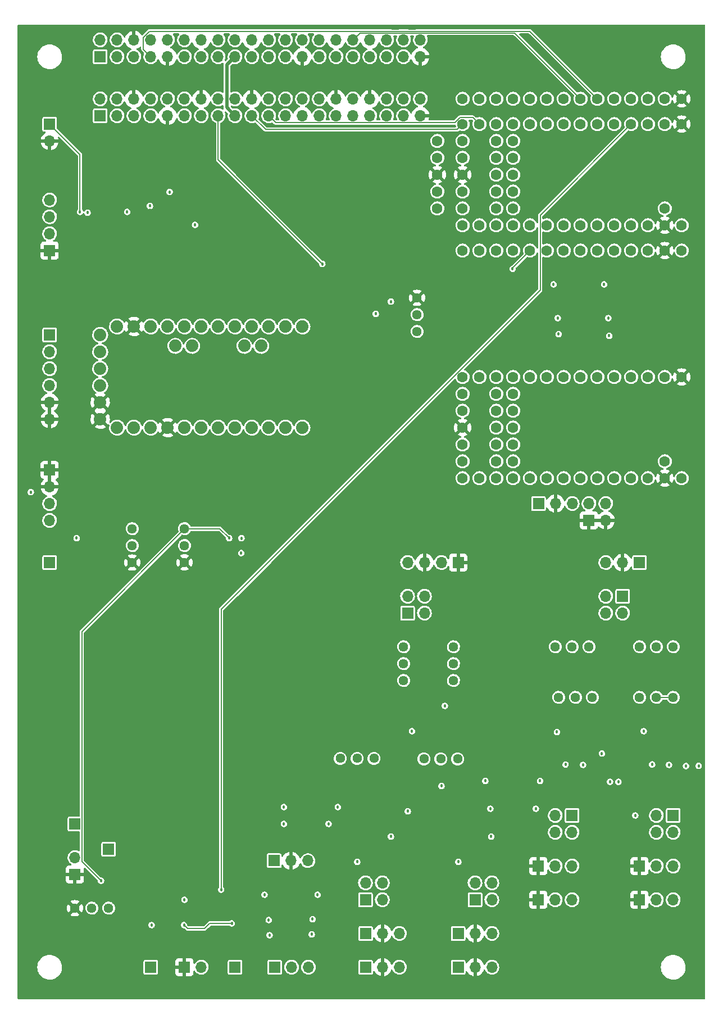
<source format=gbr>
%TF.GenerationSoftware,KiCad,Pcbnew,(6.0.4)*%
%TF.CreationDate,2022-04-15T06:39:39-07:00*%
%TF.ProjectId,main_board,6d61696e-5f62-46f6-9172-642e6b696361,rev?*%
%TF.SameCoordinates,PX48ab840PYb340ac0*%
%TF.FileFunction,Copper,L4,Bot*%
%TF.FilePolarity,Positive*%
%FSLAX46Y46*%
G04 Gerber Fmt 4.6, Leading zero omitted, Abs format (unit mm)*
G04 Created by KiCad (PCBNEW (6.0.4)) date 2022-04-15 06:39:39*
%MOMM*%
%LPD*%
G01*
G04 APERTURE LIST*
%TA.AperFunction,ComponentPad*%
%ADD10C,1.440000*%
%TD*%
%TA.AperFunction,ComponentPad*%
%ADD11O,1.700000X1.700000*%
%TD*%
%TA.AperFunction,ComponentPad*%
%ADD12R,1.700000X1.700000*%
%TD*%
%TA.AperFunction,ComponentPad*%
%ADD13C,1.879600*%
%TD*%
%TA.AperFunction,ComponentPad*%
%ADD14C,1.600000*%
%TD*%
%TA.AperFunction,ViaPad*%
%ADD15C,0.457200*%
%TD*%
%TA.AperFunction,Conductor*%
%ADD16C,0.508000*%
%TD*%
%TA.AperFunction,Conductor*%
%ADD17C,0.127000*%
%TD*%
G04 APERTURE END LIST*
D10*
%TO.P,InputB_Gain1,3,3*%
%TO.N,Net-(J18-Pad3)*%
X60858400Y48260000D03*
%TO.P,InputB_Gain1,2,2*%
X60858400Y45720000D03*
%TO.P,InputB_Gain1,1,1*%
%TO.N,Net-(R13-Pad1)*%
X60858400Y43180000D03*
%TD*%
%TO.P,GalvoB_Gain1,3,3*%
%TO.N,Net-(R30-Pad1)*%
X81778000Y40640000D03*
%TO.P,GalvoB_Gain1,2,2*%
X79238000Y40640000D03*
%TO.P,GalvoB_Gain1,1,1*%
%TO.N,Net-(R20-Pad1)*%
X76698000Y40640000D03*
%TD*%
D11*
%TO.P,J3,40,Pin_40*%
%TO.N,Net-(J27-Pad40)*%
X55880000Y130805000D03*
%TO.P,J3,39,Pin_39*%
%TO.N,GND*%
X55880000Y128265000D03*
%TO.P,J3,38,Pin_38*%
%TO.N,Net-(J27-Pad38)*%
X53340000Y130805000D03*
%TO.P,J3,37,Pin_37*%
%TO.N,Net-(J27-Pad37)*%
X53340000Y128265000D03*
%TO.P,J3,36,Pin_36*%
%TO.N,Net-(J27-Pad36)*%
X50800000Y130805000D03*
%TO.P,J3,35,Pin_35*%
%TO.N,Net-(J27-Pad35)*%
X50800000Y128265000D03*
%TO.P,J3,34,Pin_34*%
%TO.N,GND*%
X48260000Y130805000D03*
%TO.P,J3,33,Pin_33*%
%TO.N,Net-(J27-Pad33)*%
X48260000Y128265000D03*
%TO.P,J3,32,Pin_32*%
%TO.N,Net-(J27-Pad32)*%
X45720000Y130805000D03*
%TO.P,J3,31,Pin_31*%
%TO.N,/Veapons Hot*%
X45720000Y128265000D03*
%TO.P,J3,30,Pin_30*%
%TO.N,GND*%
X43180000Y130805000D03*
%TO.P,J3,29,Pin_29*%
%TO.N,/Prog_Reset*%
X43180000Y128265000D03*
%TO.P,J3,28,Pin_28*%
%TO.N,Net-(J27-Pad28)*%
X40640000Y130805000D03*
%TO.P,J3,27,Pin_27*%
%TO.N,Net-(J27-Pad27)*%
X40640000Y128265000D03*
%TO.P,J3,26,Pin_26*%
%TO.N,Net-(J27-Pad26)*%
X38100000Y130805000D03*
%TO.P,J3,25,Pin_25*%
%TO.N,GND*%
X38100000Y128265000D03*
%TO.P,J3,24,Pin_24*%
%TO.N,Net-(J27-Pad24)*%
X35560000Y130805000D03*
%TO.P,J3,23,Pin_23*%
%TO.N,Net-(J27-Pad23)*%
X35560000Y128265000D03*
%TO.P,J3,22,Pin_22*%
%TO.N,Net-(J27-Pad22)*%
X33020000Y130805000D03*
%TO.P,J3,21,Pin_21*%
%TO.N,Net-(J27-Pad21)*%
X33020000Y128265000D03*
%TO.P,J3,20,Pin_20*%
%TO.N,GND*%
X30480000Y130805000D03*
%TO.P,J3,19,Pin_19*%
%TO.N,Net-(J27-Pad19)*%
X30480000Y128265000D03*
%TO.P,J3,18,Pin_18*%
%TO.N,Net-(J27-Pad18)*%
X27940000Y130805000D03*
%TO.P,J3,17,Pin_17*%
%TO.N,+3V3*%
X27940000Y128265000D03*
%TO.P,J3,16,Pin_16*%
%TO.N,Net-(J27-Pad16)*%
X25400000Y130805000D03*
%TO.P,J3,15,Pin_15*%
%TO.N,Net-(J27-Pad15)*%
X25400000Y128265000D03*
%TO.P,J3,14,Pin_14*%
%TO.N,GND*%
X22860000Y130805000D03*
%TO.P,J3,13,Pin_13*%
%TO.N,Net-(J27-Pad13)*%
X22860000Y128265000D03*
%TO.P,J3,12,Pin_12*%
%TO.N,Net-(J27-Pad12)*%
X20320000Y130805000D03*
%TO.P,J3,11,Pin_11*%
%TO.N,Net-(J27-Pad11)*%
X20320000Y128265000D03*
%TO.P,J3,10,Pin_10*%
%TO.N,Net-(J27-Pad10)*%
X17780000Y130805000D03*
%TO.P,J3,9,Pin_9*%
%TO.N,GND*%
X17780000Y128265000D03*
%TO.P,J3,8,Pin_8*%
%TO.N,Net-(J27-Pad8)*%
X15240000Y130805000D03*
%TO.P,J3,7,Pin_7*%
%TO.N,Net-(J27-Pad7)*%
X15240000Y128265000D03*
%TO.P,J3,6,Pin_6*%
%TO.N,GND*%
X12700000Y130805000D03*
%TO.P,J3,5,Pin_5*%
%TO.N,Net-(J11-Pad3)*%
X12700000Y128265000D03*
%TO.P,J3,4,Pin_4*%
%TO.N,+5V*%
X10160000Y130805000D03*
%TO.P,J3,3,Pin_3*%
%TO.N,Net-(J11-Pad4)*%
X10160000Y128265000D03*
%TO.P,J3,2,Pin_2*%
%TO.N,+5V*%
X7620000Y130805000D03*
D12*
%TO.P,J3,1,Pin_1*%
%TO.N,+3V3*%
X7620000Y128265000D03*
%TD*%
%TO.P,TP2,1,1*%
%TO.N,LED_trigger*%
X8890000Y17780000D03*
%TD*%
D11*
%TO.P,J20,3,Pin_3*%
%TO.N,Net-(J20-Pad3)*%
X83820000Y60960000D03*
%TO.P,J20,2,Pin_2*%
%TO.N,GND*%
X86360000Y60960000D03*
D12*
%TO.P,J20,1,Pin_1*%
%TO.N,Net-(J20-Pad1)*%
X88900000Y60960000D03*
%TD*%
D11*
%TO.P,J21,4,Pin_4*%
%TO.N,Net-(J21-Pad4)*%
X83820000Y53340000D03*
%TO.P,J21,3,Pin_3*%
%TO.N,Net-(J20-Pad3)*%
X83820000Y55880000D03*
%TO.P,J21,2,Pin_2*%
%TO.N,Net-(J21-Pad2)*%
X86360000Y53340000D03*
D12*
%TO.P,J21,1,Pin_1*%
%TO.N,Net-(J20-Pad1)*%
X86360000Y55880000D03*
%TD*%
D10*
%TO.P,GalvoA_Offset1,3,3*%
%TO.N,-15V*%
X93980000Y48260000D03*
%TO.P,GalvoA_Offset1,2,2*%
%TO.N,Net-(R17-Pad2)*%
X91440000Y48260000D03*
%TO.P,GalvoA_Offset1,1,1*%
%TO.N,+15V*%
X88900000Y48260000D03*
%TD*%
D11*
%TO.P,J7,2,Pin_2*%
%TO.N,Net-(J7-Pad2)*%
X3810000Y16510000D03*
D12*
%TO.P,J7,1,Pin_1*%
%TO.N,GND*%
X3810000Y13970000D03*
%TD*%
D11*
%TO.P,J23,4,Pin_4*%
%TO.N,Net-(J10-Pad2)*%
X76200000Y20320000D03*
%TO.P,J23,3,Pin_3*%
%TO.N,Net-(J23-Pad3)*%
X76200000Y22860000D03*
%TO.P,J23,2,Pin_2*%
%TO.N,Net-(J10-Pad3)*%
X78740000Y20320000D03*
D12*
%TO.P,J23,1,Pin_1*%
%TO.N,Net-(J23-Pad1)*%
X78740000Y22860000D03*
%TD*%
D11*
%TO.P,J22,3,Pin_3*%
%TO.N,+15V*%
X38915000Y16040000D03*
%TO.P,J22,2,Pin_2*%
%TO.N,GND*%
X36375000Y16040000D03*
D12*
%TO.P,J22,1,Pin_1*%
%TO.N,-15V*%
X33835000Y16040000D03*
%TD*%
D11*
%TO.P,J24,4,Pin_4*%
%TO.N,Net-(J24-Pad4)*%
X91440000Y20320000D03*
%TO.P,J24,3,Pin_3*%
%TO.N,Net-(J24-Pad3)*%
X91440000Y22860000D03*
%TO.P,J24,2,Pin_2*%
%TO.N,Net-(J24-Pad2)*%
X93980000Y20320000D03*
D12*
%TO.P,J24,1,Pin_1*%
%TO.N,Net-(J24-Pad1)*%
X93980000Y22860000D03*
%TD*%
D10*
%TO.P,Cam_Input1,3,3*%
%TO.N,GND*%
X20320000Y60970000D03*
%TO.P,Cam_Input1,2,2*%
%TO.N,Net-(Cam_Input1-Pad2)*%
X20320000Y63510000D03*
%TO.P,Cam_Input1,1,1*%
%TO.N,+5V*%
X20320000Y66050000D03*
%TD*%
%TO.P,Cam_Output1,3,3*%
%TO.N,GND*%
X12446000Y60960000D03*
%TO.P,Cam_Output1,2,2*%
%TO.N,Net-(Cam_Output1-Pad2)*%
X12446000Y63500000D03*
%TO.P,Cam_Output1,1,1*%
%TO.N,+3V3*%
X12446000Y66040000D03*
%TD*%
%TO.P,InputA_Gain1,3,3*%
%TO.N,Net-(J18-Pad1)*%
X53340000Y48260000D03*
%TO.P,InputA_Gain1,2,2*%
X53340000Y45720000D03*
%TO.P,InputA_Gain1,1,1*%
%TO.N,Net-(R14-Pad1)*%
X53340000Y43180000D03*
%TD*%
D11*
%TO.P,J27,40,Pin_40*%
%TO.N,Net-(J27-Pad40)*%
X55880000Y139700000D03*
%TO.P,J27,39,Pin_39*%
%TO.N,GND*%
X55880000Y137160000D03*
%TO.P,J27,38,Pin_38*%
%TO.N,Net-(J27-Pad38)*%
X53340000Y139700000D03*
%TO.P,J27,37,Pin_37*%
%TO.N,Net-(J27-Pad37)*%
X53340000Y137160000D03*
%TO.P,J27,36,Pin_36*%
%TO.N,Net-(J27-Pad36)*%
X50800000Y139700000D03*
%TO.P,J27,35,Pin_35*%
%TO.N,Net-(J27-Pad35)*%
X50800000Y137160000D03*
%TO.P,J27,34,Pin_34*%
%TO.N,GND*%
X48260000Y139700000D03*
%TO.P,J27,33,Pin_33*%
%TO.N,Net-(J27-Pad33)*%
X48260000Y137160000D03*
%TO.P,J27,32,Pin_32*%
%TO.N,Net-(J27-Pad32)*%
X45720000Y139700000D03*
%TO.P,J27,31,Pin_31*%
%TO.N,/Veapons Hot*%
X45720000Y137160000D03*
%TO.P,J27,30,Pin_30*%
%TO.N,GND*%
X43180000Y139700000D03*
%TO.P,J27,29,Pin_29*%
%TO.N,/Prog_Reset*%
X43180000Y137160000D03*
%TO.P,J27,28,Pin_28*%
%TO.N,Net-(J27-Pad28)*%
X40640000Y139700000D03*
%TO.P,J27,27,Pin_27*%
%TO.N,Net-(J27-Pad27)*%
X40640000Y137160000D03*
%TO.P,J27,26,Pin_26*%
%TO.N,Net-(J27-Pad26)*%
X38100000Y139700000D03*
%TO.P,J27,25,Pin_25*%
%TO.N,GND*%
X38100000Y137160000D03*
%TO.P,J27,24,Pin_24*%
%TO.N,Net-(J27-Pad24)*%
X35560000Y139700000D03*
%TO.P,J27,23,Pin_23*%
%TO.N,Net-(J27-Pad23)*%
X35560000Y137160000D03*
%TO.P,J27,22,Pin_22*%
%TO.N,Net-(J27-Pad22)*%
X33020000Y139700000D03*
%TO.P,J27,21,Pin_21*%
%TO.N,Net-(J27-Pad21)*%
X33020000Y137160000D03*
%TO.P,J27,20,Pin_20*%
%TO.N,GND*%
X30480000Y139700000D03*
%TO.P,J27,19,Pin_19*%
%TO.N,Net-(J27-Pad19)*%
X30480000Y137160000D03*
%TO.P,J27,18,Pin_18*%
%TO.N,Net-(J27-Pad18)*%
X27940000Y139700000D03*
%TO.P,J27,17,Pin_17*%
%TO.N,+3V3*%
X27940000Y137160000D03*
%TO.P,J27,16,Pin_16*%
%TO.N,Net-(J27-Pad16)*%
X25400000Y139700000D03*
%TO.P,J27,15,Pin_15*%
%TO.N,Net-(J27-Pad15)*%
X25400000Y137160000D03*
%TO.P,J27,14,Pin_14*%
%TO.N,GND*%
X22860000Y139700000D03*
%TO.P,J27,13,Pin_13*%
%TO.N,Net-(J27-Pad13)*%
X22860000Y137160000D03*
%TO.P,J27,12,Pin_12*%
%TO.N,Net-(J27-Pad12)*%
X20320000Y139700000D03*
%TO.P,J27,11,Pin_11*%
%TO.N,Net-(J27-Pad11)*%
X20320000Y137160000D03*
%TO.P,J27,10,Pin_10*%
%TO.N,Net-(J27-Pad10)*%
X17780000Y139700000D03*
%TO.P,J27,9,Pin_9*%
%TO.N,GND*%
X17780000Y137160000D03*
%TO.P,J27,8,Pin_8*%
%TO.N,Net-(J27-Pad8)*%
X15240000Y139700000D03*
%TO.P,J27,7,Pin_7*%
%TO.N,Net-(J27-Pad7)*%
X15240000Y137160000D03*
%TO.P,J27,6,Pin_6*%
%TO.N,GND*%
X12700000Y139700000D03*
%TO.P,J27,5,Pin_5*%
%TO.N,Net-(J11-Pad3)*%
X12700000Y137160000D03*
%TO.P,J27,4,Pin_4*%
%TO.N,+5V*%
X10160000Y139700000D03*
%TO.P,J27,3,Pin_3*%
%TO.N,Net-(J11-Pad4)*%
X10160000Y137160000D03*
%TO.P,J27,2,Pin_2*%
%TO.N,+5V*%
X7620000Y139700000D03*
D12*
%TO.P,J27,1,Pin_1*%
%TO.N,+3V3*%
X7620000Y137160000D03*
%TD*%
%TO.P,TP5,1,1*%
%TO.N,Net-(J12-Pad2)*%
X27940000Y0D03*
%TD*%
D11*
%TO.P,J14,3,Pin_3*%
%TO.N,Net-(J14-Pad3)*%
X52695000Y5080000D03*
%TO.P,J14,2,Pin_2*%
%TO.N,GND*%
X50155000Y5080000D03*
D12*
%TO.P,J14,1,Pin_1*%
%TO.N,Net-(J14-Pad1)*%
X47615000Y5080000D03*
%TD*%
D10*
%TO.P,GalvoB_Offset1,3,3*%
%TO.N,-15V*%
X81280000Y48260000D03*
%TO.P,GalvoB_Offset1,2,2*%
%TO.N,Net-(R19-Pad1)*%
X78740000Y48260000D03*
%TO.P,GalvoB_Offset1,1,1*%
%TO.N,+15V*%
X76200000Y48260000D03*
%TD*%
D11*
%TO.P,J19,4,Pin_4*%
%TO.N,Net-(J18-Pad2)*%
X53950000Y60960000D03*
%TO.P,J19,3,Pin_3*%
%TO.N,GND*%
X56490000Y60960000D03*
%TO.P,J19,2,Pin_2*%
%TO.N,Net-(J18-Pad4)*%
X59030000Y60960000D03*
D12*
%TO.P,J19,1,Pin_1*%
%TO.N,GND*%
X61570000Y60960000D03*
%TD*%
D11*
%TO.P,J8,3,Pin_3*%
%TO.N,Net-(FB1-Pad2)*%
X38989000Y0D03*
%TO.P,J8,2,Pin_2*%
%TO.N,Net-(FB2-Pad1)*%
X36449000Y0D03*
D12*
%TO.P,J8,1,Pin_1*%
%TO.N,Net-(FB3-Pad2)*%
X33909000Y0D03*
%TD*%
D11*
%TO.P,J26,3,Pin_3*%
%TO.N,Net-(J10-Pad3)*%
X78740000Y10160000D03*
%TO.P,J26,2,Pin_2*%
%TO.N,Net-(J10-Pad2)*%
X76200000Y10160000D03*
D12*
%TO.P,J26,1,Pin_1*%
%TO.N,GND*%
X73660000Y10160000D03*
%TD*%
D13*
%TO.P,U16,JP7_12,TXO_2*%
%TO.N,unconnected-(U16-PadJP7_12)*%
X10160000Y81280000D03*
%TO.P,U16,JP7_11,RXI_2*%
%TO.N,unconnected-(U16-PadJP7_11)*%
X12700000Y81280000D03*
%TO.P,U16,JP7_10,RST_2*%
%TO.N,unconnected-(U16-PadJP7_10)*%
X15240000Y81280000D03*
%TO.P,U16,JP7_9,GND_2*%
%TO.N,GND*%
X17780000Y81280000D03*
%TO.P,U16,JP7_8,D2*%
%TO.N,/LAZOR?*%
X20320000Y81280000D03*
%TO.P,U16,JP7_7,D3*%
%TO.N,/Fault*%
X22860000Y81280000D03*
%TO.P,U16,JP7_6,D4*%
%TO.N,/LAZOR!!!*%
X25400000Y81280000D03*
%TO.P,U16,JP7_5,D5*%
%TO.N,/Clear_Fault*%
X27940000Y81280000D03*
%TO.P,U16,JP7_4,D6*%
%TO.N,unconnected-(U16-PadJP7_4)*%
X30480000Y81280000D03*
%TO.P,U16,JP7_3,D7*%
%TO.N,unconnected-(U16-PadJP7_3)*%
X33020000Y81280000D03*
%TO.P,U16,JP7_2,D8*%
%TO.N,unconnected-(U16-PadJP7_2)*%
X35560000Y81280000D03*
%TO.P,U16,JP7_1,D9*%
%TO.N,unconnected-(U16-PadJP7_1)*%
X38100000Y81280000D03*
%TO.P,U16,JP6_12,D10*%
%TO.N,unconnected-(U16-PadJP6_12)*%
X38100000Y96520000D03*
%TO.P,U16,JP6_11,MOSI*%
%TO.N,unconnected-(U16-PadJP6_11)*%
X35560000Y96520000D03*
%TO.P,U16,JP6_10,MISO*%
%TO.N,unconnected-(U16-PadJP6_10)*%
X33020000Y96520000D03*
%TO.P,U16,JP6_9,SCK*%
%TO.N,unconnected-(U16-PadJP6_9)*%
X30480000Y96520000D03*
%TO.P,U16,JP6_8,A0*%
%TO.N,unconnected-(U16-PadJP6_8)*%
X27940000Y96520000D03*
%TO.P,U16,JP6_7,A1*%
%TO.N,unconnected-(U16-PadJP6_7)*%
X25400000Y96520000D03*
%TO.P,U16,JP6_6,A2*%
%TO.N,unconnected-(U16-PadJP6_6)*%
X22860000Y96520000D03*
%TO.P,U16,JP6_5,A3*%
%TO.N,unconnected-(U16-PadJP6_5)*%
X20320000Y96520000D03*
%TO.P,U16,JP6_4,VCC_1*%
%TO.N,+3V3*%
X17780000Y96520000D03*
%TO.P,U16,JP6_3,RST_1*%
%TO.N,unconnected-(U16-PadJP6_3)*%
X15240000Y96520000D03*
%TO.P,U16,JP6_2,GND_1*%
%TO.N,GND*%
X12700000Y96520000D03*
%TO.P,U16,JP6_1,RAW*%
%TO.N,unconnected-(U16-PadJP6_1)*%
X10160000Y96520000D03*
%TO.P,U16,JP3_2,A7*%
%TO.N,unconnected-(U16-PadJP3_2)*%
X29337000Y93599000D03*
%TO.P,U16,JP3_1,A6*%
%TO.N,unconnected-(U16-PadJP3_1)*%
X31877000Y93599000D03*
%TO.P,U16,JP2_2,A5*%
%TO.N,unconnected-(U16-PadJP2_2)*%
X18923000Y93599000D03*
%TO.P,U16,JP2_1,A4*%
%TO.N,unconnected-(U16-PadJP2_1)*%
X21463000Y93599000D03*
%TO.P,U16,JP1_6,GND*%
%TO.N,GND*%
X7620000Y82550000D03*
%TO.P,U16,JP1_5,GND*%
X7620000Y85090000D03*
%TO.P,U16,JP1_4,VCC*%
%TO.N,+3V3*%
X7620000Y87630000D03*
%TO.P,U16,JP1_3,RXI*%
%TO.N,Net-(U16-PadJP1_3)*%
X7620000Y90170000D03*
%TO.P,U16,JP1_2,TXO*%
%TO.N,Net-(U16-PadJP1_2)*%
X7620000Y92710000D03*
%TO.P,U16,JP1_1,DTR*%
%TO.N,Net-(U16-PadJP1_1)*%
X7620000Y95250000D03*
%TD*%
D11*
%TO.P,J12,2,Pin_2*%
%TO.N,Net-(J12-Pad2)*%
X22860000Y0D03*
D12*
%TO.P,J12,1,Pin_1*%
%TO.N,GND*%
X20320000Y0D03*
%TD*%
D11*
%TO.P,J5,4,Pin_4*%
%TO.N,Net-(J18-Pad2)*%
X83820000Y69850000D03*
%TO.P,J5,3,Pin_3*%
%TO.N,GND*%
X83820000Y67310000D03*
%TO.P,J5,2,Pin_2*%
%TO.N,Net-(J18-Pad4)*%
X81280000Y69850000D03*
D12*
%TO.P,J5,1,Pin_1*%
%TO.N,GND*%
X81280000Y67310000D03*
%TD*%
D11*
%TO.P,J18,4,Pin_4*%
%TO.N,Net-(J18-Pad4)*%
X56490006Y55880000D03*
%TO.P,J18,3,Pin_3*%
%TO.N,Net-(J18-Pad3)*%
X56490006Y53340000D03*
%TO.P,J18,2,Pin_2*%
%TO.N,Net-(J18-Pad2)*%
X53950006Y55880000D03*
D12*
%TO.P,J18,1,Pin_1*%
%TO.N,Net-(J18-Pad1)*%
X53950006Y53340000D03*
%TD*%
D11*
%TO.P,J25,3,Pin_3*%
%TO.N,Net-(J24-Pad2)*%
X93980000Y15240000D03*
%TO.P,J25,2,Pin_2*%
%TO.N,Net-(J24-Pad4)*%
X91440000Y15240000D03*
D12*
%TO.P,J25,1,Pin_1*%
%TO.N,GND*%
X88900000Y15240000D03*
%TD*%
D11*
%TO.P,J6,3,Pin_3*%
%TO.N,Net-(J20-Pad3)*%
X78755000Y69850000D03*
%TO.P,J6,2,Pin_2*%
%TO.N,GND*%
X76215000Y69850000D03*
D12*
%TO.P,J6,1,Pin_1*%
%TO.N,Net-(J20-Pad1)*%
X73675000Y69850000D03*
%TD*%
D11*
%TO.P,J15,3,Pin_3*%
%TO.N,Net-(J1-Pad3)*%
X66650000Y5080000D03*
%TO.P,J15,2,Pin_2*%
%TO.N,GND*%
X64110000Y5080000D03*
D12*
%TO.P,J15,1,Pin_1*%
%TO.N,Net-(J1-Pad1)*%
X61570000Y5080000D03*
%TD*%
D10*
%TO.P,InputB_offset1,3,3*%
%TO.N,-15V*%
X56398000Y31369000D03*
%TO.P,InputB_offset1,2,2*%
%TO.N,Net-(R12-Pad1)*%
X58938000Y31369000D03*
%TO.P,InputB_offset1,1,1*%
%TO.N,+15V*%
X61478000Y31369000D03*
%TD*%
D11*
%TO.P,J16,4,Pin_4*%
%TO.N,Net-(J16-Pad4)*%
X50140006Y12694996D03*
%TO.P,J16,3,Pin_3*%
%TO.N,Net-(J14-Pad3)*%
X50140006Y10154996D03*
%TO.P,J16,2,Pin_2*%
%TO.N,Net-(J16-Pad2)*%
X47600006Y12694996D03*
D12*
%TO.P,J16,1,Pin_1*%
%TO.N,Net-(J14-Pad1)*%
X47600006Y10154996D03*
%TD*%
D11*
%TO.P,J13,2,Pin_2*%
%TO.N,GND*%
X0Y124460000D03*
D12*
%TO.P,J13,1,Pin_1*%
%TO.N,Net-(J13-Pad1)*%
X0Y127000000D03*
%TD*%
D11*
%TO.P,J28,6,Pin_6*%
%TO.N,GND*%
X0Y82550000D03*
%TO.P,J28,5,Pin_5*%
X0Y85090000D03*
%TO.P,J28,4,Pin_4*%
%TO.N,+3V3*%
X0Y87630000D03*
%TO.P,J28,3,Pin_3*%
%TO.N,Net-(U16-PadJP1_3)*%
X0Y90170000D03*
%TO.P,J28,2,Pin_2*%
%TO.N,Net-(U16-PadJP1_2)*%
X0Y92710000D03*
D12*
%TO.P,J28,1,Pin_1*%
%TO.N,Net-(U16-PadJP1_1)*%
X0Y95250000D03*
%TD*%
D10*
%TO.P,Prog1,3,3*%
%TO.N,GND*%
X55372000Y100838000D03*
%TO.P,Prog1,2,2*%
%TO.N,Net-(Prog1-Pad2)*%
X55372000Y98298000D03*
%TO.P,Prog1,1,1*%
%TO.N,+5V*%
X55372000Y95758000D03*
%TD*%
D11*
%TO.P,J11,4,Pin_4*%
%TO.N,Net-(J11-Pad4)*%
X0Y115580000D03*
%TO.P,J11,3,Pin_3*%
%TO.N,Net-(J11-Pad3)*%
X0Y113040000D03*
%TO.P,J11,2,Pin_2*%
%TO.N,+3V3*%
X0Y110500000D03*
D12*
%TO.P,J11,1,Pin_1*%
%TO.N,GND*%
X0Y107960000D03*
%TD*%
%TO.P,TP1,1,1*%
%TO.N,/Cam_In*%
X0Y60960000D03*
%TD*%
%TO.P,TP3,1,1*%
%TO.N,Net-(J7-Pad2)*%
X3810000Y21590000D03*
%TD*%
D14*
%TO.P,U11,44,33_MCLK2*%
%TO.N,unconnected-(U11-Pad44)*%
X69850000Y86360000D03*
%TO.P,U11,43,32_OUT1B*%
%TO.N,unconnected-(U11-Pad43)*%
X67310000Y86360000D03*
%TO.P,U11,42,31_CTX3*%
%TO.N,unconnected-(U11-Pad42)*%
X69850000Y83820000D03*
%TO.P,U11,41,30_CRX3*%
%TO.N,unconnected-(U11-Pad41)*%
X67310000Y83820000D03*
%TO.P,U11,40,29_TX7*%
%TO.N,unconnected-(U11-Pad40)*%
X69850000Y81280000D03*
%TO.P,U11,39,28_RX7*%
%TO.N,unconnected-(U11-Pad39)*%
X67310000Y81280000D03*
%TO.P,U11,38,27_A13_SCK1*%
%TO.N,unconnected-(U11-Pad38)*%
X69850000Y78740000D03*
%TO.P,U11,37,26_A12_MOSI1*%
%TO.N,unconnected-(U11-Pad37)*%
X67310000Y78740000D03*
%TO.P,U11,36,25_A11_RX6_SDA2*%
%TO.N,unconnected-(U11-Pad36)*%
X69850000Y76200000D03*
%TO.P,U11,35,24_A10_TX6_SCL2*%
%TO.N,unconnected-(U11-Pad35)*%
X67310000Y76200000D03*
%TO.P,U11,34,VUSB*%
%TO.N,unconnected-(U11-Pad34)*%
X92710000Y76200000D03*
%TO.P,U11,33,VIN*%
%TO.N,unconnected-(U11-Pad33)*%
X95250000Y73660000D03*
%TO.P,U11,32,GND*%
%TO.N,GND*%
X92710000Y73660000D03*
%TO.P,U11,31,3V3*%
%TO.N,SGT_3.3*%
X90170000Y73660000D03*
%TO.P,U11,30,23_A9_CRX1_MCLK1*%
%TO.N,SGT_MCLK*%
X87630000Y73660000D03*
%TO.P,U11,29,22_A8_CTX1*%
%TO.N,unconnected-(U11-Pad29)*%
X85090000Y73660000D03*
%TO.P,U11,28,21_A7_RX5_BCLK1*%
%TO.N,SGT_BCLK*%
X82550000Y73660000D03*
%TO.P,U11,27,20_A6_TX5_LRCLK1*%
%TO.N,SGT_LRCLK*%
X80010000Y73660000D03*
%TO.P,U11,26,19_A5_SCL0*%
%TO.N,SGT_SCL*%
X77470000Y73660000D03*
%TO.P,U11,25,18_A4_SDA0*%
%TO.N,SGT_SDA*%
X74930000Y73660000D03*
%TO.P,U11,24,17_A3_TX4_SDA1*%
%TO.N,unconnected-(U11-Pad24)*%
X72390000Y73660000D03*
%TO.P,U11,23,16_A2_RX4_SCL1*%
%TO.N,unconnected-(U11-Pad23)*%
X69850000Y73660000D03*
%TO.P,U11,22,15_A1_RX3_SPDIF_IN*%
%TO.N,unconnected-(U11-Pad22)*%
X67310000Y73660000D03*
%TO.P,U11,21,14_A0_TX3_SPDIF_OUT*%
%TO.N,unconnected-(U11-Pad21)*%
X64770000Y73660000D03*
%TO.P,U11,20,13_SCK_CRX1_LED*%
%TO.N,unconnected-(U11-Pad20)*%
X62230000Y73660000D03*
%TO.P,U11,19,ON_OFF*%
%TO.N,unconnected-(U11-Pad19)*%
X62230000Y76200000D03*
%TO.P,U11,18,PROGRAM*%
%TO.N,unconnected-(U11-Pad18)*%
X62230000Y78740000D03*
%TO.P,U11,17,GND*%
%TO.N,GND*%
X62230000Y81280000D03*
%TO.P,U11,16,3V3*%
%TO.N,unconnected-(U11-Pad16)*%
X62230000Y83820000D03*
%TO.P,U11,15,VBAT*%
%TO.N,unconnected-(U11-Pad15)*%
X62230000Y86360000D03*
%TO.P,U11,14,12_MISO_MQSL*%
%TO.N,unconnected-(U11-Pad14)*%
X62230000Y88900000D03*
%TO.P,U11,13,11_MOSI_CTX1*%
%TO.N,unconnected-(U11-Pad13)*%
X64770000Y88900000D03*
%TO.P,U11,12,10_CS_MQSR*%
%TO.N,SGT_RX*%
X67310000Y88900000D03*
%TO.P,U11,11,9_OUT1C*%
%TO.N,SGT_TX*%
X69850000Y88900000D03*
%TO.P,U11,10,8_TX2_IN1*%
%TO.N,unconnected-(U11-Pad10)*%
X72390000Y88900000D03*
%TO.P,U11,9,7_RX2_OUT1A*%
%TO.N,unconnected-(U11-Pad9)*%
X74930000Y88900000D03*
%TO.P,U11,8,6_OUT1D*%
%TO.N,unconnected-(U11-Pad8)*%
X77470000Y88900000D03*
%TO.P,U11,7,5_IN2*%
%TO.N,unconnected-(U11-Pad7)*%
X80010000Y88900000D03*
%TO.P,U11,6,4_BCLK2*%
%TO.N,unconnected-(U11-Pad6)*%
X82550000Y88900000D03*
%TO.P,U11,5,3_LRCLK2*%
%TO.N,unconnected-(U11-Pad5)*%
X85090000Y88900000D03*
%TO.P,U11,4,2_OUT2*%
%TO.N,unconnected-(U11-Pad4)*%
X87630000Y88900000D03*
%TO.P,U11,3,1_TX1_CTX2_MISO1*%
%TO.N,unconnected-(U11-Pad3)*%
X90170000Y88900000D03*
%TO.P,U11,2,0_RX1_CRX2_CS1*%
%TO.N,unconnected-(U11-Pad2)*%
X92710000Y88900000D03*
%TO.P,U11,1,GND*%
%TO.N,GND*%
X95250000Y88900000D03*
%TD*%
D11*
%TO.P,J9,3,Pin_3*%
%TO.N,Net-(J24-Pad2)*%
X93980000Y10160000D03*
%TO.P,J9,2,Pin_2*%
%TO.N,Net-(J24-Pad4)*%
X91440000Y10160000D03*
D12*
%TO.P,J9,1,Pin_1*%
%TO.N,GND*%
X88900000Y10160000D03*
%TD*%
D11*
%TO.P,J17,4,Pin_4*%
%TO.N,Net-(J17-Pad4)*%
X66650006Y12700000D03*
%TO.P,J17,3,Pin_3*%
%TO.N,Net-(J1-Pad3)*%
X66650006Y10160000D03*
%TO.P,J17,2,Pin_2*%
%TO.N,Net-(J17-Pad2)*%
X64110006Y12700000D03*
D12*
%TO.P,J17,1,Pin_1*%
%TO.N,Net-(J1-Pad1)*%
X64110006Y10160000D03*
%TD*%
D10*
%TO.P,LED_Trigger1,3,3*%
%TO.N,GND*%
X3810000Y8890000D03*
%TO.P,LED_Trigger1,2,2*%
%TO.N,Net-(U12-Pad3)*%
X6350000Y8890000D03*
%TO.P,LED_Trigger1,1,1*%
%TO.N,+5V*%
X8890000Y8890000D03*
%TD*%
%TO.P,InputA_offset1,3,3*%
%TO.N,-15V*%
X43799600Y31445200D03*
%TO.P,InputA_offset1,2,2*%
%TO.N,Net-(R10-Pad2)*%
X46339600Y31445200D03*
%TO.P,InputA_offset1,1,1*%
%TO.N,+15V*%
X48879600Y31445200D03*
%TD*%
D12*
%TO.P,TP4,1,1*%
%TO.N,Net-(C7-Pad1)*%
X15240000Y0D03*
%TD*%
D14*
%TO.P,U10,44,33_MCLK2*%
%TO.N,unconnected-(U10-Pad44)*%
X69850000Y124460000D03*
%TO.P,U10,43,32_OUT1B*%
%TO.N,unconnected-(U10-Pad43)*%
X67310000Y124460000D03*
%TO.P,U10,42,31_CTX3*%
%TO.N,unconnected-(U10-Pad42)*%
X69850000Y121920000D03*
%TO.P,U10,41,30_CRX3*%
%TO.N,unconnected-(U10-Pad41)*%
X67310000Y121920000D03*
%TO.P,U10,40,29_TX7*%
%TO.N,unconnected-(U10-Pad40)*%
X69850000Y119380000D03*
%TO.P,U10,39,28_RX7*%
%TO.N,unconnected-(U10-Pad39)*%
X67310000Y119380000D03*
%TO.P,U10,38,27_A13_SCK1*%
%TO.N,unconnected-(U10-Pad38)*%
X69850000Y116840000D03*
%TO.P,U10,37,26_A12_MOSI1*%
%TO.N,unconnected-(U10-Pad37)*%
X67310000Y116840000D03*
%TO.P,U10,36,25_A11_RX6_SDA2*%
%TO.N,unconnected-(U10-Pad36)*%
X69850000Y114300000D03*
%TO.P,U10,35,24_A10_TX6_SCL2*%
%TO.N,unconnected-(U10-Pad35)*%
X67310000Y114300000D03*
%TO.P,U10,34,VUSB*%
%TO.N,unconnected-(U10-Pad34)*%
X92710000Y114300000D03*
%TO.P,U10,33,VIN*%
%TO.N,+5V*%
X95250000Y107950000D03*
X95250000Y111760000D03*
%TO.P,U10,32,GND*%
%TO.N,GND*%
X92710000Y107950000D03*
X92710000Y111760000D03*
%TO.P,U10,31,3V3*%
%TO.N,SGT_3.3*%
X90170000Y107950000D03*
X90170000Y111760000D03*
%TO.P,U10,30,23_A9_CRX1_MCLK1*%
%TO.N,SGT_MCLK*%
X87630000Y111760000D03*
X87630000Y107950000D03*
%TO.P,U10,29,22_A8_CTX1*%
%TO.N,unconnected-(U10-Pad29)*%
X85090000Y111760000D03*
X85090000Y107950000D03*
%TO.P,U10,28,21_A7_RX5_BCLK1*%
%TO.N,SGT_BCLK*%
X82550000Y111760000D03*
X82550000Y107950000D03*
%TO.P,U10,27,20_A6_TX5_LRCLK1*%
%TO.N,SGT_LRCLK*%
X80010000Y107950000D03*
X80010000Y111760000D03*
%TO.P,U10,26,19_A5_SCL0*%
%TO.N,SGT_SCL*%
X77470000Y111760000D03*
X77470000Y107950000D03*
%TO.P,U10,25,18_A4_SDA0*%
%TO.N,SGT_SDA*%
X74930000Y111760000D03*
X74930000Y107950000D03*
%TO.P,U10,24,17_A3_TX4_SDA1*%
%TO.N,/Fault*%
X72390000Y111760000D03*
X72390000Y107950000D03*
%TO.P,U10,23,16_A2_RX4_SCL1*%
%TO.N,/Clear_Fault*%
X69850000Y111760000D03*
X69850000Y107950000D03*
%TO.P,U10,22,15_A1_RX3_SPDIF_IN*%
%TO.N,/LAZOR?*%
X67310000Y107950000D03*
X67310000Y111760000D03*
%TO.P,U10,21,14_A0_TX3_SPDIF_OUT*%
%TO.N,unconnected-(U10-Pad21)*%
X64770000Y107950000D03*
X64770000Y111760000D03*
%TO.P,U10,20,13_SCK_CRX1_LED*%
%TO.N,Net-(J27-Pad23)*%
X62230000Y111760000D03*
X62230000Y107950000D03*
%TO.P,U10,19,ON_OFF*%
%TO.N,unconnected-(U10-Pad19)*%
X62230000Y114300000D03*
X58420000Y114300000D03*
%TO.P,U10,18,PROGRAM*%
%TO.N,Net-(U10-Pad18)*%
X62230000Y116840000D03*
X58420000Y116840000D03*
%TO.P,U10,17,GND*%
%TO.N,GND*%
X58420000Y119380000D03*
X62230000Y119380000D03*
%TO.P,U10,16,3V3*%
%TO.N,unconnected-(U10-Pad16)*%
X62230000Y121920000D03*
X58420000Y121920000D03*
%TO.P,U10,15,VBAT*%
%TO.N,unconnected-(U10-Pad15)*%
X62230000Y124460000D03*
X58420000Y124460000D03*
%TO.P,U10,14,12_MISO_MQSL*%
%TO.N,Net-(J27-Pad19)*%
X62230000Y130810000D03*
X62230000Y127000000D03*
%TO.P,U10,13,11_MOSI_CTX1*%
%TO.N,Net-(J27-Pad21)*%
X64770000Y130810000D03*
X64770000Y127000000D03*
%TO.P,U10,12,10_CS_MQSR*%
%TO.N,Net-(J27-Pad24)*%
X67310000Y130810000D03*
X67310000Y127000000D03*
%TO.P,U10,11,9_OUT1C*%
%TO.N,unconnected-(U10-Pad11)*%
X69850000Y130810000D03*
X69850000Y127000000D03*
%TO.P,U10,10,8_TX2_IN1*%
%TO.N,SGT_RX*%
X72390000Y127000000D03*
X72390000Y130810000D03*
%TO.P,U10,9,7_RX2_OUT1A*%
%TO.N,SGT_TX*%
X74930000Y127000000D03*
X74930000Y130810000D03*
%TO.P,U10,8,6_OUT1D*%
%TO.N,Net-(J27-Pad33)*%
X77470000Y127000000D03*
X77470000Y130810000D03*
%TO.P,U10,7,5_IN2*%
%TO.N,Net-(J27-Pad32)*%
X80010000Y127000000D03*
X80010000Y130810000D03*
%TO.P,U10,6,4_BCLK2*%
%TO.N,Net-(J27-Pad7)*%
X82550000Y127000000D03*
X82550000Y130810000D03*
%TO.P,U10,5,3_LRCLK2*%
%TO.N,Net-(J27-Pad15)*%
X85090000Y130810000D03*
X85090000Y127000000D03*
%TO.P,U10,4,2_OUT2*%
%TO.N,PWM_DAC*%
X87630000Y127000000D03*
X87630000Y130810000D03*
%TO.P,U10,3,1_TX1_CTX2_MISO1*%
%TO.N,unconnected-(U10-Pad3)*%
X90170000Y130810000D03*
X90170000Y127000000D03*
%TO.P,U10,2,0_RX1_CRX2_CS1*%
%TO.N,unconnected-(U10-Pad2)*%
X92710000Y130810000D03*
X92710000Y127000000D03*
%TO.P,U10,1,GND*%
%TO.N,GND*%
X95250000Y127000000D03*
X95250000Y130810000D03*
%TD*%
D10*
%TO.P,GalvoA_Gain1,3,3*%
%TO.N,Net-(R24-Pad1)*%
X93970000Y40640000D03*
%TO.P,GalvoA_Gain1,2,2*%
X91430000Y40640000D03*
%TO.P,GalvoA_Gain1,1,1*%
%TO.N,Net-(R21-Pad1)*%
X88890000Y40640000D03*
%TD*%
D11*
%TO.P,J4,4,Pin_4*%
%TO.N,/Cam_In*%
X0Y67300000D03*
%TO.P,J4,3,Pin_3*%
%TO.N,LED_trigger*%
X0Y69840000D03*
%TO.P,J4,2,Pin_2*%
%TO.N,GND*%
X0Y72380000D03*
D12*
%TO.P,J4,1,Pin_1*%
X0Y74920000D03*
%TD*%
D11*
%TO.P,J1,3,Pin_3*%
%TO.N,Net-(J1-Pad3)*%
X66650000Y0D03*
%TO.P,J1,2,Pin_2*%
%TO.N,GND*%
X64110000Y0D03*
D12*
%TO.P,J1,1,Pin_1*%
%TO.N,Net-(J1-Pad1)*%
X61570000Y0D03*
%TD*%
D11*
%TO.P,J10,3,Pin_3*%
%TO.N,Net-(J10-Pad3)*%
X78740000Y15240000D03*
%TO.P,J10,2,Pin_2*%
%TO.N,Net-(J10-Pad2)*%
X76200000Y15240000D03*
D12*
%TO.P,J10,1,Pin_1*%
%TO.N,GND*%
X73660000Y15240000D03*
%TD*%
D11*
%TO.P,J2,3,Pin_3*%
%TO.N,Net-(J14-Pad3)*%
X52695000Y0D03*
%TO.P,J2,2,Pin_2*%
%TO.N,GND*%
X50155000Y0D03*
D12*
%TO.P,J2,1,Pin_1*%
%TO.N,Net-(J14-Pad1)*%
X47615000Y0D03*
%TD*%
D15*
%TO.N,+3V3*%
X4064000Y64643000D03*
X76708000Y95377000D03*
X76581000Y97790000D03*
X-2844800Y71551800D03*
X18084800Y116763800D03*
X15113000Y114681000D03*
X75946000Y102870000D03*
%TO.N,+15V*%
X88265000Y22860000D03*
X40386000Y10922000D03*
X35306000Y21590000D03*
X39497000Y4953000D03*
X80391000Y30480000D03*
X93345000Y30480000D03*
X66548000Y19685000D03*
X15367000Y6350000D03*
X66421000Y23876000D03*
X59055000Y27305000D03*
X51435000Y19685000D03*
X65659000Y28067000D03*
X35306000Y24130000D03*
X59563000Y39370000D03*
X39624000Y7239000D03*
%TO.N,-15V*%
X46355000Y15875000D03*
X33020000Y7112000D03*
X89535000Y35560000D03*
X42037000Y21590000D03*
X76454000Y35433000D03*
X84455000Y27940000D03*
X61595000Y15875000D03*
X43434000Y24130000D03*
X20320000Y10160000D03*
X32385000Y10922000D03*
X73279000Y23876000D03*
X53975000Y23495000D03*
X54610000Y35560000D03*
X73914000Y28067000D03*
X33147000Y4826000D03*
%TO.N,+5V*%
X49149000Y98425000D03*
X11684000Y113792000D03*
X7752500Y13020000D03*
X27051000Y64643000D03*
X84201000Y97790000D03*
X5715000Y113665000D03*
X84328000Y95123000D03*
X83566000Y102870000D03*
%TO.N,Net-(J27-Pad15)*%
X41097200Y105943400D03*
X28879800Y62382400D03*
%TO.N,PWM_DAC*%
X25845000Y11684000D03*
%TO.N,Net-(C7-Pad1)*%
X27445000Y6604000D03*
X20255000Y6350000D03*
%TO.N,Net-(R24-Pad2)*%
X97815400Y30327600D03*
X90805000Y30545000D03*
%TO.N,Net-(R30-Pad2)*%
X83235800Y32181800D03*
X77749400Y30530800D03*
%TO.N,Net-(R25-Pad2)*%
X95910400Y30302200D03*
X85725000Y27914600D03*
%TO.N,GND*%
X53848000Y104521000D03*
X70866000Y27940000D03*
X5080000Y62357000D03*
X27940000Y72898000D03*
X68199000Y23876000D03*
X47625000Y85725000D03*
X20320000Y72898000D03*
X71628000Y23876000D03*
X74295000Y33782000D03*
X25400000Y72898000D03*
X25755600Y111861600D03*
X25908000Y10033000D03*
X15113000Y114046000D03*
X22860000Y72898000D03*
X27940000Y62357000D03*
X37465000Y10922000D03*
X82550000Y26797000D03*
X38100000Y7239000D03*
X95885000Y34671000D03*
X68707000Y27940000D03*
X22606000Y6604000D03*
X9906000Y13970000D03*
X86995000Y36957000D03*
X78994000Y102870000D03*
X47625000Y92075000D03*
X78232000Y95250000D03*
X36322000Y4826000D03*
X85090000Y36957000D03*
X85852000Y97790000D03*
X84963000Y33909000D03*
X34544000Y7112000D03*
X85852000Y95250000D03*
X51435000Y99314000D03*
X86995000Y33909000D03*
X35306000Y10922000D03*
X24257000Y10033000D03*
X30480000Y72898000D03*
X72517000Y33782000D03*
X86614000Y102997000D03*
X78232000Y97790000D03*
%TO.N,Net-(J13-Pad1)*%
X4572000Y113792000D03*
%TO.N,/LAZOR?*%
X21908000Y111823000D03*
%TO.N,/Prog_Reset*%
X51429500Y100264000D03*
%TO.N,/Cam_In*%
X28905200Y64617600D03*
%TO.N,/Fault*%
X69773800Y105206800D03*
%TD*%
D16*
%TO.N,+3V3*%
X26709489Y129495511D02*
X27940000Y128265000D01*
X26709489Y135929489D02*
X26709489Y129495511D01*
X27940000Y137160000D02*
X26709489Y135929489D01*
D17*
%TO.N,Net-(J27-Pad7)*%
X14122400Y140053199D02*
X14122400Y138277600D01*
X52729883Y140919200D02*
X51410117Y140919200D01*
X53665780Y140993521D02*
X52804204Y140993521D01*
X14122400Y138277600D02*
X15240000Y137160000D01*
X72366478Y140993522D02*
X55344204Y140993521D01*
X55269883Y140919200D02*
X53950117Y140919200D01*
X15062723Y140993522D02*
X14122400Y140053199D01*
X82550000Y130810000D02*
X72366478Y140993522D01*
X52804204Y140993521D02*
X52729883Y140919200D01*
X53875795Y140993522D02*
X53665780Y140993521D01*
X51410117Y140919200D02*
X51335795Y140993522D01*
X53950117Y140919200D02*
X53875795Y140993522D01*
X55344204Y140993521D02*
X55269883Y140919200D01*
X51335795Y140993522D02*
X15062723Y140993522D01*
%TO.N,+5V*%
X20320000Y66040000D02*
X4850011Y50570011D01*
X4850011Y50570011D02*
X4850011Y15922489D01*
X27051000Y64643000D02*
X25654000Y66040000D01*
X25654000Y66040000D02*
X20320000Y66040000D01*
X4850011Y15922489D02*
X7752500Y13020000D01*
%TO.N,Net-(J27-Pad15)*%
X25400000Y128265000D02*
X25400000Y121640600D01*
X25400000Y121640600D02*
X41097200Y105943400D01*
%TO.N,Net-(J27-Pad19)*%
X32544999Y126200001D02*
X30480000Y128265000D01*
X61430001Y126200001D02*
X32544999Y126200001D01*
X62230000Y127000000D02*
X61430001Y126200001D01*
%TO.N,Net-(J27-Pad21)*%
X34060011Y127224989D02*
X33020000Y128265000D01*
X61054901Y127224989D02*
X34060011Y127224989D01*
X63779989Y127990011D02*
X61819923Y127990011D01*
X64770000Y127000000D02*
X63779989Y127990011D01*
X61819923Y127990011D02*
X61054901Y127224989D01*
%TO.N,PWM_DAC*%
X25845000Y53915088D02*
X25845000Y11684000D01*
X73939989Y113309989D02*
X73939989Y102010077D01*
X87630000Y127000000D02*
X73939989Y113309989D01*
X73939989Y102010077D02*
X25845000Y53915088D01*
%TO.N,Net-(C7-Pad1)*%
X20763000Y5842000D02*
X20255000Y6350000D01*
X24130000Y6604000D02*
X23368000Y5842000D01*
X27445000Y6604000D02*
X24130000Y6604000D01*
X23368000Y5842000D02*
X20763000Y5842000D01*
%TO.N,Net-(J27-Pad32)*%
X70079989Y140740011D02*
X55449212Y140740011D01*
X51305109Y140665690D02*
X51230788Y140740011D01*
X80010000Y130810000D02*
X70079989Y140740011D01*
X46760011Y140740011D02*
X45720000Y139700000D01*
X53845109Y140665690D02*
X53770788Y140740011D01*
X51230788Y140740011D02*
X46760011Y140740011D01*
X55374891Y140665690D02*
X53845109Y140665690D01*
X52834891Y140665690D02*
X51305109Y140665690D01*
X52909212Y140740011D02*
X52834891Y140665690D01*
X53770788Y140740011D02*
X52909212Y140740011D01*
X55449212Y140740011D02*
X55374891Y140665690D01*
%TO.N,Net-(R24-Pad1)*%
X91430000Y40640000D02*
X93970000Y40640000D01*
%TO.N,Net-(J13-Pad1)*%
X4572000Y122428000D02*
X0Y127000000D01*
X4572000Y113792000D02*
X4572000Y122428000D01*
%TO.N,/Fault*%
X69773800Y105206800D02*
X69773800Y105333800D01*
X69773800Y105333800D02*
X72390000Y107950000D01*
%TD*%
%TA.AperFunction,Conductor*%
%TO.N,GND*%
G36*
X98747621Y141965498D02*
G01*
X98794114Y141911842D01*
X98805500Y141859500D01*
X98805500Y-4699500D01*
X98785498Y-4767621D01*
X98731842Y-4814114D01*
X98679500Y-4825500D01*
X-4699500Y-4825500D01*
X-4767621Y-4805498D01*
X-4814114Y-4751842D01*
X-4825500Y-4699500D01*
X-4825500Y-42186D01*
X-1858982Y-42186D01*
X-1833421Y-310100D01*
X-1832336Y-314534D01*
X-1832335Y-314540D01*
X-1805079Y-425925D01*
X-1769453Y-571518D01*
X-1668417Y-820963D01*
X-1600401Y-937126D01*
X-1537945Y-1043792D01*
X-1532431Y-1053210D01*
X-1364342Y-1263395D01*
X-1167673Y-1447113D01*
X-946543Y-1600516D01*
X-705584Y-1720391D01*
X-701250Y-1721812D01*
X-701247Y-1721813D01*
X-454177Y-1802807D01*
X-454171Y-1802808D01*
X-449844Y-1804227D01*
X-445353Y-1805007D01*
X-445352Y-1805007D01*
X-188462Y-1849611D01*
X-188454Y-1849612D01*
X-184681Y-1850267D01*
X-180844Y-1850458D01*
X-101223Y-1854422D01*
X-101215Y-1854422D01*
X-99652Y-1854500D01*
X68374Y-1854500D01*
X70642Y-1854335D01*
X70654Y-1854335D01*
X201457Y-1844844D01*
X268425Y-1839985D01*
X272880Y-1839001D01*
X272883Y-1839001D01*
X526770Y-1782947D01*
X526772Y-1782946D01*
X531226Y-1781963D01*
X782900Y-1686613D01*
X1018172Y-1555931D01*
X1164842Y-1443996D01*
X1228491Y-1395421D01*
X1228495Y-1395417D01*
X1232116Y-1392654D01*
X1265993Y-1358000D01*
X1417063Y-1203462D01*
X1420249Y-1200203D01*
X1487571Y-1107712D01*
X1575942Y-986304D01*
X1575947Y-986297D01*
X1578630Y-982610D01*
X1703941Y-744433D01*
X1793557Y-490662D01*
X1820533Y-353796D01*
X1844720Y-231083D01*
X1844721Y-231077D01*
X1845601Y-226611D01*
X1854782Y-42186D01*
X1858755Y37617D01*
X1858755Y37623D01*
X1858982Y42186D01*
X1833421Y310100D01*
X1820750Y361885D01*
X1770539Y567080D01*
X1769453Y571518D01*
X1668417Y820963D01*
X1636738Y875067D01*
X14135500Y875067D01*
X14135501Y-875066D01*
X14150266Y-949301D01*
X14157161Y-959620D01*
X14157162Y-959622D01*
X14197516Y-1020015D01*
X14206516Y-1033484D01*
X14290699Y-1089734D01*
X14364933Y-1104500D01*
X15239858Y-1104500D01*
X16115066Y-1104499D01*
X16150818Y-1097388D01*
X16177126Y-1092156D01*
X16177128Y-1092155D01*
X16189301Y-1089734D01*
X16199621Y-1082839D01*
X16199622Y-1082838D01*
X16263168Y-1040377D01*
X16273484Y-1033484D01*
X16329734Y-949301D01*
X16340601Y-894669D01*
X18962001Y-894669D01*
X18962371Y-901490D01*
X18967895Y-952352D01*
X18971521Y-967604D01*
X19016676Y-1088054D01*
X19025214Y-1103649D01*
X19101715Y-1205724D01*
X19114276Y-1218285D01*
X19216351Y-1294786D01*
X19231946Y-1303324D01*
X19352394Y-1348478D01*
X19367649Y-1352105D01*
X19418514Y-1357631D01*
X19425328Y-1358000D01*
X20047885Y-1358000D01*
X20063124Y-1353525D01*
X20064329Y-1352135D01*
X20066000Y-1344452D01*
X20066000Y-1339884D01*
X20574000Y-1339884D01*
X20578475Y-1355123D01*
X20579865Y-1356328D01*
X20587548Y-1357999D01*
X21214669Y-1357999D01*
X21221490Y-1357629D01*
X21272352Y-1352105D01*
X21287604Y-1348479D01*
X21408054Y-1303324D01*
X21423649Y-1294786D01*
X21525724Y-1218285D01*
X21538285Y-1205724D01*
X21614786Y-1103649D01*
X21623324Y-1088054D01*
X21668478Y-967606D01*
X21672105Y-952351D01*
X21677631Y-901486D01*
X21678000Y-894672D01*
X21678000Y-637976D01*
X21698002Y-569855D01*
X21751658Y-523362D01*
X21821932Y-513258D01*
X21886512Y-542752D01*
X21906895Y-565254D01*
X22016533Y-720389D01*
X22161938Y-862035D01*
X22166742Y-865245D01*
X22220980Y-901486D01*
X22330720Y-974812D01*
X22336023Y-977090D01*
X22336026Y-977092D01*
X22504014Y-1049265D01*
X22517228Y-1054942D01*
X22590244Y-1071464D01*
X22709579Y-1098467D01*
X22709584Y-1098468D01*
X22715216Y-1099742D01*
X22720987Y-1099969D01*
X22720989Y-1099969D01*
X22780756Y-1102317D01*
X22918053Y-1107712D01*
X23025348Y-1092155D01*
X23113231Y-1079413D01*
X23113236Y-1079412D01*
X23118945Y-1078584D01*
X23124409Y-1076729D01*
X23124414Y-1076728D01*
X23305693Y-1015192D01*
X23305698Y-1015190D01*
X23311165Y-1013334D01*
X23373250Y-978565D01*
X23392822Y-967604D01*
X23488276Y-914147D01*
X23503495Y-901490D01*
X23615696Y-808172D01*
X23644345Y-784345D01*
X23709488Y-706020D01*
X23770453Y-632718D01*
X23770455Y-632715D01*
X23774147Y-628276D01*
X23873334Y-451165D01*
X23875190Y-445698D01*
X23875192Y-445693D01*
X23936728Y-264414D01*
X23936729Y-264409D01*
X23938584Y-258945D01*
X23939412Y-253236D01*
X23939413Y-253231D01*
X23967179Y-61727D01*
X23967712Y-58053D01*
X23969232Y0D01*
X23950658Y202141D01*
X23945042Y222055D01*
X23897125Y391954D01*
X23897124Y391956D01*
X23895557Y397513D01*
X23884978Y418967D01*
X23808331Y574391D01*
X23805776Y579572D01*
X23791897Y598159D01*
X23732761Y677351D01*
X23684320Y742221D01*
X23540609Y875067D01*
X26835500Y875067D01*
X26835501Y-875066D01*
X26850266Y-949301D01*
X26857161Y-959620D01*
X26857162Y-959622D01*
X26897516Y-1020015D01*
X26906516Y-1033484D01*
X26990699Y-1089734D01*
X27064933Y-1104500D01*
X27939858Y-1104500D01*
X28815066Y-1104499D01*
X28850818Y-1097388D01*
X28877126Y-1092156D01*
X28877128Y-1092155D01*
X28889301Y-1089734D01*
X28899621Y-1082839D01*
X28899622Y-1082838D01*
X28963168Y-1040377D01*
X28973484Y-1033484D01*
X29029734Y-949301D01*
X29044500Y-875067D01*
X29044499Y875066D01*
X29044499Y875067D01*
X32804500Y875067D01*
X32804501Y-875066D01*
X32819266Y-949301D01*
X32826161Y-959620D01*
X32826162Y-959622D01*
X32866516Y-1020015D01*
X32875516Y-1033484D01*
X32959699Y-1089734D01*
X33033933Y-1104500D01*
X33908858Y-1104500D01*
X34784066Y-1104499D01*
X34819818Y-1097388D01*
X34846126Y-1092156D01*
X34846128Y-1092155D01*
X34858301Y-1089734D01*
X34868621Y-1082839D01*
X34868622Y-1082838D01*
X34932168Y-1040377D01*
X34942484Y-1033484D01*
X34998734Y-949301D01*
X35013500Y-875067D01*
X35013499Y29036D01*
X35340148Y29036D01*
X35353424Y-173522D01*
X35354845Y-179118D01*
X35354846Y-179123D01*
X35386955Y-305548D01*
X35403392Y-370269D01*
X35405809Y-375512D01*
X35443010Y-456208D01*
X35488377Y-554616D01*
X35605533Y-720389D01*
X35750938Y-862035D01*
X35755742Y-865245D01*
X35809980Y-901486D01*
X35919720Y-974812D01*
X35925023Y-977090D01*
X35925026Y-977092D01*
X36093014Y-1049265D01*
X36106228Y-1054942D01*
X36179244Y-1071464D01*
X36298579Y-1098467D01*
X36298584Y-1098468D01*
X36304216Y-1099742D01*
X36309987Y-1099969D01*
X36309989Y-1099969D01*
X36369756Y-1102317D01*
X36507053Y-1107712D01*
X36614348Y-1092155D01*
X36702231Y-1079413D01*
X36702236Y-1079412D01*
X36707945Y-1078584D01*
X36713409Y-1076729D01*
X36713414Y-1076728D01*
X36894693Y-1015192D01*
X36894698Y-1015190D01*
X36900165Y-1013334D01*
X36962250Y-978565D01*
X36981822Y-967604D01*
X37077276Y-914147D01*
X37092495Y-901490D01*
X37204696Y-808172D01*
X37233345Y-784345D01*
X37298488Y-706020D01*
X37359453Y-632718D01*
X37359455Y-632715D01*
X37363147Y-628276D01*
X37462334Y-451165D01*
X37464190Y-445698D01*
X37464192Y-445693D01*
X37525728Y-264414D01*
X37525729Y-264409D01*
X37527584Y-258945D01*
X37528412Y-253236D01*
X37528413Y-253231D01*
X37556179Y-61727D01*
X37556712Y-58053D01*
X37558232Y0D01*
X37555564Y29036D01*
X37880148Y29036D01*
X37893424Y-173522D01*
X37894845Y-179118D01*
X37894846Y-179123D01*
X37926955Y-305548D01*
X37943392Y-370269D01*
X37945809Y-375512D01*
X37983010Y-456208D01*
X38028377Y-554616D01*
X38145533Y-720389D01*
X38290938Y-862035D01*
X38295742Y-865245D01*
X38349980Y-901486D01*
X38459720Y-974812D01*
X38465023Y-977090D01*
X38465026Y-977092D01*
X38633014Y-1049265D01*
X38646228Y-1054942D01*
X38719244Y-1071464D01*
X38838579Y-1098467D01*
X38838584Y-1098468D01*
X38844216Y-1099742D01*
X38849987Y-1099969D01*
X38849989Y-1099969D01*
X38909756Y-1102317D01*
X39047053Y-1107712D01*
X39154348Y-1092155D01*
X39242231Y-1079413D01*
X39242236Y-1079412D01*
X39247945Y-1078584D01*
X39253409Y-1076729D01*
X39253414Y-1076728D01*
X39434693Y-1015192D01*
X39434698Y-1015190D01*
X39440165Y-1013334D01*
X39502250Y-978565D01*
X39521822Y-967604D01*
X39617276Y-914147D01*
X39632495Y-901490D01*
X39744696Y-808172D01*
X39773345Y-784345D01*
X39838488Y-706020D01*
X39899453Y-632718D01*
X39899455Y-632715D01*
X39903147Y-628276D01*
X40002334Y-451165D01*
X40004190Y-445698D01*
X40004192Y-445693D01*
X40065728Y-264414D01*
X40065729Y-264409D01*
X40067584Y-258945D01*
X40068412Y-253236D01*
X40068413Y-253231D01*
X40096179Y-61727D01*
X40096712Y-58053D01*
X40098232Y0D01*
X40079658Y202141D01*
X40074042Y222055D01*
X40026125Y391954D01*
X40026124Y391956D01*
X40024557Y397513D01*
X40013978Y418967D01*
X39937331Y574391D01*
X39934776Y579572D01*
X39920897Y598159D01*
X39861761Y677351D01*
X39813320Y742221D01*
X39669609Y875067D01*
X46510500Y875067D01*
X46510501Y-875066D01*
X46525266Y-949301D01*
X46532161Y-959620D01*
X46532162Y-959622D01*
X46572516Y-1020015D01*
X46581516Y-1033484D01*
X46665699Y-1089734D01*
X46739933Y-1104500D01*
X47614858Y-1104500D01*
X48490066Y-1104499D01*
X48525818Y-1097388D01*
X48552126Y-1092156D01*
X48552128Y-1092155D01*
X48564301Y-1089734D01*
X48574621Y-1082839D01*
X48574622Y-1082838D01*
X48638168Y-1040377D01*
X48648484Y-1033484D01*
X48704734Y-949301D01*
X48719500Y-875067D01*
X48719500Y-703428D01*
X48739502Y-635307D01*
X48793158Y-588814D01*
X48863432Y-578710D01*
X48928012Y-608204D01*
X48952933Y-637593D01*
X49052694Y-800388D01*
X49058777Y-808699D01*
X49198213Y-969667D01*
X49205580Y-976883D01*
X49369434Y-1112916D01*
X49377881Y-1118831D01*
X49561756Y-1226279D01*
X49571042Y-1230729D01*
X49770001Y-1306703D01*
X49779899Y-1309579D01*
X49883250Y-1330606D01*
X49897299Y-1329410D01*
X49901000Y-1319065D01*
X49901000Y-1318517D01*
X50409000Y-1318517D01*
X50413064Y-1332359D01*
X50426478Y-1334393D01*
X50433184Y-1333534D01*
X50443262Y-1331392D01*
X50647255Y-1270191D01*
X50656842Y-1266433D01*
X50848095Y-1172739D01*
X50856945Y-1167464D01*
X51030328Y-1043792D01*
X51038200Y-1037139D01*
X51189052Y-886812D01*
X51195730Y-878965D01*
X51320003Y-706020D01*
X51325313Y-697183D01*
X51419670Y-506267D01*
X51423469Y-496672D01*
X51440066Y-442047D01*
X51479007Y-382683D01*
X51543862Y-353796D01*
X51614038Y-364558D01*
X51667256Y-411551D01*
X51675048Y-425922D01*
X51734377Y-554616D01*
X51851533Y-720389D01*
X51996938Y-862035D01*
X52001742Y-865245D01*
X52055980Y-901486D01*
X52165720Y-974812D01*
X52171023Y-977090D01*
X52171026Y-977092D01*
X52339014Y-1049265D01*
X52352228Y-1054942D01*
X52425244Y-1071464D01*
X52544579Y-1098467D01*
X52544584Y-1098468D01*
X52550216Y-1099742D01*
X52555987Y-1099969D01*
X52555989Y-1099969D01*
X52615756Y-1102317D01*
X52753053Y-1107712D01*
X52860348Y-1092155D01*
X52948231Y-1079413D01*
X52948236Y-1079412D01*
X52953945Y-1078584D01*
X52959409Y-1076729D01*
X52959414Y-1076728D01*
X53140693Y-1015192D01*
X53140698Y-1015190D01*
X53146165Y-1013334D01*
X53208250Y-978565D01*
X53227822Y-967604D01*
X53323276Y-914147D01*
X53338495Y-901490D01*
X53450696Y-808172D01*
X53479345Y-784345D01*
X53544488Y-706020D01*
X53605453Y-632718D01*
X53605455Y-632715D01*
X53609147Y-628276D01*
X53708334Y-451165D01*
X53710190Y-445698D01*
X53710192Y-445693D01*
X53771728Y-264414D01*
X53771729Y-264409D01*
X53773584Y-258945D01*
X53774412Y-253236D01*
X53774413Y-253231D01*
X53802179Y-61727D01*
X53802712Y-58053D01*
X53804232Y0D01*
X53785658Y202141D01*
X53780042Y222055D01*
X53732125Y391954D01*
X53732124Y391956D01*
X53730557Y397513D01*
X53719978Y418967D01*
X53643331Y574391D01*
X53640776Y579572D01*
X53626897Y598159D01*
X53567761Y677351D01*
X53519320Y742221D01*
X53375609Y875067D01*
X60465500Y875067D01*
X60465501Y-875066D01*
X60480266Y-949301D01*
X60487161Y-959620D01*
X60487162Y-959622D01*
X60527516Y-1020015D01*
X60536516Y-1033484D01*
X60620699Y-1089734D01*
X60694933Y-1104500D01*
X61569858Y-1104500D01*
X62445066Y-1104499D01*
X62480818Y-1097388D01*
X62507126Y-1092156D01*
X62507128Y-1092155D01*
X62519301Y-1089734D01*
X62529621Y-1082839D01*
X62529622Y-1082838D01*
X62593168Y-1040377D01*
X62603484Y-1033484D01*
X62659734Y-949301D01*
X62674500Y-875067D01*
X62674500Y-703428D01*
X62694502Y-635307D01*
X62748158Y-588814D01*
X62818432Y-578710D01*
X62883012Y-608204D01*
X62907933Y-637593D01*
X63007694Y-800388D01*
X63013777Y-808699D01*
X63153213Y-969667D01*
X63160580Y-976883D01*
X63324434Y-1112916D01*
X63332881Y-1118831D01*
X63516756Y-1226279D01*
X63526042Y-1230729D01*
X63725001Y-1306703D01*
X63734899Y-1309579D01*
X63838250Y-1330606D01*
X63852299Y-1329410D01*
X63856000Y-1319065D01*
X63856000Y-1318517D01*
X64364000Y-1318517D01*
X64368064Y-1332359D01*
X64381478Y-1334393D01*
X64388184Y-1333534D01*
X64398262Y-1331392D01*
X64602255Y-1270191D01*
X64611842Y-1266433D01*
X64803095Y-1172739D01*
X64811945Y-1167464D01*
X64985328Y-1043792D01*
X64993200Y-1037139D01*
X65144052Y-886812D01*
X65150730Y-878965D01*
X65275003Y-706020D01*
X65280313Y-697183D01*
X65374670Y-506267D01*
X65378469Y-496672D01*
X65395066Y-442047D01*
X65434007Y-382683D01*
X65498862Y-353796D01*
X65569038Y-364558D01*
X65622256Y-411551D01*
X65630048Y-425922D01*
X65689377Y-554616D01*
X65806533Y-720389D01*
X65951938Y-862035D01*
X65956742Y-865245D01*
X66010980Y-901486D01*
X66120720Y-974812D01*
X66126023Y-977090D01*
X66126026Y-977092D01*
X66294014Y-1049265D01*
X66307228Y-1054942D01*
X66380244Y-1071464D01*
X66499579Y-1098467D01*
X66499584Y-1098468D01*
X66505216Y-1099742D01*
X66510987Y-1099969D01*
X66510989Y-1099969D01*
X66570756Y-1102317D01*
X66708053Y-1107712D01*
X66815348Y-1092155D01*
X66903231Y-1079413D01*
X66903236Y-1079412D01*
X66908945Y-1078584D01*
X66914409Y-1076729D01*
X66914414Y-1076728D01*
X67095693Y-1015192D01*
X67095698Y-1015190D01*
X67101165Y-1013334D01*
X67163250Y-978565D01*
X67182822Y-967604D01*
X67278276Y-914147D01*
X67293495Y-901490D01*
X67405696Y-808172D01*
X67434345Y-784345D01*
X67499488Y-706020D01*
X67560453Y-632718D01*
X67560455Y-632715D01*
X67564147Y-628276D01*
X67663334Y-451165D01*
X67665190Y-445698D01*
X67665192Y-445693D01*
X67726728Y-264414D01*
X67726729Y-264409D01*
X67728584Y-258945D01*
X67729412Y-253236D01*
X67729413Y-253231D01*
X67757179Y-61727D01*
X67757712Y-58053D01*
X67758127Y-42186D01*
X92121018Y-42186D01*
X92146579Y-310100D01*
X92147664Y-314534D01*
X92147665Y-314540D01*
X92174921Y-425925D01*
X92210547Y-571518D01*
X92311583Y-820963D01*
X92379599Y-937126D01*
X92442055Y-1043792D01*
X92447569Y-1053210D01*
X92615658Y-1263395D01*
X92812327Y-1447113D01*
X93033457Y-1600516D01*
X93274416Y-1720391D01*
X93278750Y-1721812D01*
X93278753Y-1721813D01*
X93525823Y-1802807D01*
X93525829Y-1802808D01*
X93530156Y-1804227D01*
X93534647Y-1805007D01*
X93534648Y-1805007D01*
X93791538Y-1849611D01*
X93791546Y-1849612D01*
X93795319Y-1850267D01*
X93799156Y-1850458D01*
X93878777Y-1854422D01*
X93878785Y-1854422D01*
X93880348Y-1854500D01*
X94048374Y-1854500D01*
X94050642Y-1854335D01*
X94050654Y-1854335D01*
X94181457Y-1844844D01*
X94248425Y-1839985D01*
X94252880Y-1839001D01*
X94252883Y-1839001D01*
X94506770Y-1782947D01*
X94506772Y-1782946D01*
X94511226Y-1781963D01*
X94762900Y-1686613D01*
X94998172Y-1555931D01*
X95144842Y-1443996D01*
X95208491Y-1395421D01*
X95208495Y-1395417D01*
X95212116Y-1392654D01*
X95245993Y-1358000D01*
X95397063Y-1203462D01*
X95400249Y-1200203D01*
X95467571Y-1107712D01*
X95555942Y-986304D01*
X95555947Y-986297D01*
X95558630Y-982610D01*
X95683941Y-744433D01*
X95773557Y-490662D01*
X95800533Y-353796D01*
X95824720Y-231083D01*
X95824721Y-231077D01*
X95825601Y-226611D01*
X95834782Y-42186D01*
X95838755Y37617D01*
X95838755Y37623D01*
X95838982Y42186D01*
X95813421Y310100D01*
X95800750Y361885D01*
X95750539Y567080D01*
X95749453Y571518D01*
X95648417Y820963D01*
X95512431Y1053210D01*
X95344342Y1263395D01*
X95147673Y1447113D01*
X94926543Y1600516D01*
X94685584Y1720391D01*
X94681250Y1721812D01*
X94681247Y1721813D01*
X94434177Y1802807D01*
X94434171Y1802808D01*
X94429844Y1804227D01*
X94425352Y1805007D01*
X94168462Y1849611D01*
X94168454Y1849612D01*
X94164681Y1850267D01*
X94154718Y1850763D01*
X94081223Y1854422D01*
X94081215Y1854422D01*
X94079652Y1854500D01*
X93911626Y1854500D01*
X93909358Y1854335D01*
X93909346Y1854335D01*
X93778543Y1844844D01*
X93711575Y1839985D01*
X93707120Y1839001D01*
X93707117Y1839001D01*
X93453230Y1782947D01*
X93453228Y1782946D01*
X93448774Y1781963D01*
X93197100Y1686613D01*
X92961828Y1555931D01*
X92958196Y1553159D01*
X92751509Y1395421D01*
X92751505Y1395417D01*
X92747884Y1392654D01*
X92744699Y1389396D01*
X92744698Y1389395D01*
X92675251Y1318354D01*
X92559751Y1200203D01*
X92557066Y1196514D01*
X92404058Y986304D01*
X92404053Y986297D01*
X92401370Y982610D01*
X92276059Y744433D01*
X92186443Y490662D01*
X92166988Y391954D01*
X92140127Y255671D01*
X92134399Y226611D01*
X92134172Y222058D01*
X92134172Y222055D01*
X92122934Y-3704D01*
X92121018Y-42186D01*
X67758127Y-42186D01*
X67759232Y0D01*
X67740658Y202141D01*
X67735042Y222055D01*
X67687125Y391954D01*
X67687124Y391956D01*
X67685557Y397513D01*
X67674978Y418967D01*
X67598331Y574391D01*
X67595776Y579572D01*
X67581897Y598159D01*
X67522761Y677351D01*
X67474320Y742221D01*
X67325258Y880013D01*
X67320375Y883094D01*
X67320371Y883097D01*
X67158464Y985252D01*
X67153581Y988333D01*
X66965039Y1063554D01*
X66959379Y1064680D01*
X66959375Y1064681D01*
X66771613Y1102029D01*
X66771610Y1102029D01*
X66765946Y1103156D01*
X66760171Y1103232D01*
X66760167Y1103232D01*
X66658793Y1104559D01*
X66562971Y1105813D01*
X66557274Y1104834D01*
X66557273Y1104834D01*
X66469397Y1089734D01*
X66362910Y1071436D01*
X66172463Y1001176D01*
X65998010Y897388D01*
X65993670Y893582D01*
X65993666Y893579D01*
X65915360Y824906D01*
X65845392Y763545D01*
X65719720Y604131D01*
X65717031Y599020D01*
X65717029Y599017D01*
X65627589Y429020D01*
X65578170Y378048D01*
X65509037Y361885D01*
X65442141Y385664D01*
X65402003Y440027D01*
X65399955Y439137D01*
X65312972Y639186D01*
X65308105Y648261D01*
X65192426Y827074D01*
X65186136Y835243D01*
X65042806Y992760D01*
X65035273Y999785D01*
X64868139Y1131778D01*
X64859552Y1137483D01*
X64673117Y1240401D01*
X64663705Y1244631D01*
X64462959Y1315720D01*
X64452988Y1318354D01*
X64381837Y1331028D01*
X64368540Y1329568D01*
X64364000Y1315011D01*
X64364000Y-1318517D01*
X63856000Y-1318517D01*
X63856000Y1316898D01*
X63852082Y1330242D01*
X63837806Y1332229D01*
X63799324Y1326340D01*
X63789288Y1323949D01*
X63586868Y1257788D01*
X63577359Y1253791D01*
X63388463Y1155458D01*
X63379738Y1149964D01*
X63209433Y1022095D01*
X63201726Y1015252D01*
X63054590Y861283D01*
X63048104Y853273D01*
X62928098Y677351D01*
X62923000Y668377D01*
X62914787Y650684D01*
X62867963Y597317D01*
X62799720Y577736D01*
X62731724Y598159D01*
X62685564Y652101D01*
X62674499Y703734D01*
X62674499Y875066D01*
X62659734Y949301D01*
X62637478Y982610D01*
X62610377Y1023168D01*
X62603484Y1033484D01*
X62519301Y1089734D01*
X62445067Y1104500D01*
X61570142Y1104500D01*
X60694934Y1104499D01*
X60659182Y1097388D01*
X60632874Y1092156D01*
X60632872Y1092155D01*
X60620699Y1089734D01*
X60610379Y1082839D01*
X60610378Y1082838D01*
X60571376Y1056777D01*
X60536516Y1033484D01*
X60480266Y949301D01*
X60465500Y875067D01*
X53375609Y875067D01*
X53370258Y880013D01*
X53365375Y883094D01*
X53365371Y883097D01*
X53203464Y985252D01*
X53198581Y988333D01*
X53010039Y1063554D01*
X53004379Y1064680D01*
X53004375Y1064681D01*
X52816613Y1102029D01*
X52816610Y1102029D01*
X52810946Y1103156D01*
X52805171Y1103232D01*
X52805167Y1103232D01*
X52703793Y1104559D01*
X52607971Y1105813D01*
X52602274Y1104834D01*
X52602273Y1104834D01*
X52514397Y1089734D01*
X52407910Y1071436D01*
X52217463Y1001176D01*
X52043010Y897388D01*
X52038670Y893582D01*
X52038666Y893579D01*
X51960360Y824906D01*
X51890392Y763545D01*
X51764720Y604131D01*
X51762031Y599020D01*
X51762029Y599017D01*
X51672589Y429020D01*
X51623170Y378048D01*
X51554037Y361885D01*
X51487141Y385664D01*
X51447003Y440027D01*
X51444955Y439137D01*
X51357972Y639186D01*
X51353105Y648261D01*
X51237426Y827074D01*
X51231136Y835243D01*
X51087806Y992760D01*
X51080273Y999785D01*
X50913139Y1131778D01*
X50904552Y1137483D01*
X50718117Y1240401D01*
X50708705Y1244631D01*
X50507959Y1315720D01*
X50497988Y1318354D01*
X50426837Y1331028D01*
X50413540Y1329568D01*
X50409000Y1315011D01*
X50409000Y-1318517D01*
X49901000Y-1318517D01*
X49901000Y1316898D01*
X49897082Y1330242D01*
X49882806Y1332229D01*
X49844324Y1326340D01*
X49834288Y1323949D01*
X49631868Y1257788D01*
X49622359Y1253791D01*
X49433463Y1155458D01*
X49424738Y1149964D01*
X49254433Y1022095D01*
X49246726Y1015252D01*
X49099590Y861283D01*
X49093104Y853273D01*
X48973098Y677351D01*
X48968000Y668377D01*
X48959787Y650684D01*
X48912963Y597317D01*
X48844720Y577736D01*
X48776724Y598159D01*
X48730564Y652101D01*
X48719499Y703734D01*
X48719499Y875066D01*
X48704734Y949301D01*
X48682478Y982610D01*
X48655377Y1023168D01*
X48648484Y1033484D01*
X48564301Y1089734D01*
X48490067Y1104500D01*
X47615142Y1104500D01*
X46739934Y1104499D01*
X46704182Y1097388D01*
X46677874Y1092156D01*
X46677872Y1092155D01*
X46665699Y1089734D01*
X46655379Y1082839D01*
X46655378Y1082838D01*
X46616376Y1056777D01*
X46581516Y1033484D01*
X46525266Y949301D01*
X46510500Y875067D01*
X39669609Y875067D01*
X39664258Y880013D01*
X39659375Y883094D01*
X39659371Y883097D01*
X39497464Y985252D01*
X39492581Y988333D01*
X39304039Y1063554D01*
X39298379Y1064680D01*
X39298375Y1064681D01*
X39110613Y1102029D01*
X39110610Y1102029D01*
X39104946Y1103156D01*
X39099171Y1103232D01*
X39099167Y1103232D01*
X38997793Y1104559D01*
X38901971Y1105813D01*
X38896274Y1104834D01*
X38896273Y1104834D01*
X38808397Y1089734D01*
X38701910Y1071436D01*
X38511463Y1001176D01*
X38337010Y897388D01*
X38332670Y893582D01*
X38332666Y893579D01*
X38254360Y824906D01*
X38184392Y763545D01*
X38058720Y604131D01*
X38056031Y599020D01*
X38056029Y599017D01*
X38044833Y577736D01*
X37964203Y424485D01*
X37904007Y230622D01*
X37880148Y29036D01*
X37555564Y29036D01*
X37539658Y202141D01*
X37534042Y222055D01*
X37486125Y391954D01*
X37486124Y391956D01*
X37484557Y397513D01*
X37473978Y418967D01*
X37397331Y574391D01*
X37394776Y579572D01*
X37380897Y598159D01*
X37321761Y677351D01*
X37273320Y742221D01*
X37124258Y880013D01*
X37119375Y883094D01*
X37119371Y883097D01*
X36957464Y985252D01*
X36952581Y988333D01*
X36764039Y1063554D01*
X36758379Y1064680D01*
X36758375Y1064681D01*
X36570613Y1102029D01*
X36570610Y1102029D01*
X36564946Y1103156D01*
X36559171Y1103232D01*
X36559167Y1103232D01*
X36457793Y1104559D01*
X36361971Y1105813D01*
X36356274Y1104834D01*
X36356273Y1104834D01*
X36268397Y1089734D01*
X36161910Y1071436D01*
X35971463Y1001176D01*
X35797010Y897388D01*
X35792670Y893582D01*
X35792666Y893579D01*
X35714360Y824906D01*
X35644392Y763545D01*
X35518720Y604131D01*
X35516031Y599020D01*
X35516029Y599017D01*
X35504833Y577736D01*
X35424203Y424485D01*
X35364007Y230622D01*
X35340148Y29036D01*
X35013499Y29036D01*
X35013499Y875066D01*
X34998734Y949301D01*
X34976478Y982610D01*
X34949377Y1023168D01*
X34942484Y1033484D01*
X34858301Y1089734D01*
X34784067Y1104500D01*
X33909142Y1104500D01*
X33033934Y1104499D01*
X32998182Y1097388D01*
X32971874Y1092156D01*
X32971872Y1092155D01*
X32959699Y1089734D01*
X32949379Y1082839D01*
X32949378Y1082838D01*
X32910376Y1056777D01*
X32875516Y1033484D01*
X32819266Y949301D01*
X32804500Y875067D01*
X29044499Y875067D01*
X29029734Y949301D01*
X29007478Y982610D01*
X28980377Y1023168D01*
X28973484Y1033484D01*
X28889301Y1089734D01*
X28815067Y1104500D01*
X27940142Y1104500D01*
X27064934Y1104499D01*
X27029182Y1097388D01*
X27002874Y1092156D01*
X27002872Y1092155D01*
X26990699Y1089734D01*
X26980379Y1082839D01*
X26980378Y1082838D01*
X26941376Y1056777D01*
X26906516Y1033484D01*
X26850266Y949301D01*
X26835500Y875067D01*
X23540609Y875067D01*
X23535258Y880013D01*
X23530375Y883094D01*
X23530371Y883097D01*
X23368464Y985252D01*
X23363581Y988333D01*
X23175039Y1063554D01*
X23169379Y1064680D01*
X23169375Y1064681D01*
X22981613Y1102029D01*
X22981610Y1102029D01*
X22975946Y1103156D01*
X22970171Y1103232D01*
X22970167Y1103232D01*
X22868793Y1104559D01*
X22772971Y1105813D01*
X22767274Y1104834D01*
X22767273Y1104834D01*
X22679397Y1089734D01*
X22572910Y1071436D01*
X22382463Y1001176D01*
X22208010Y897388D01*
X22203670Y893582D01*
X22203666Y893579D01*
X22125360Y824906D01*
X22055392Y763545D01*
X21929720Y604131D01*
X21927031Y599020D01*
X21927029Y599017D01*
X21915507Y577117D01*
X21866087Y526144D01*
X21796955Y509982D01*
X21730059Y533761D01*
X21686638Y589932D01*
X21677999Y635785D01*
X21677999Y894669D01*
X21677629Y901490D01*
X21672105Y952352D01*
X21668479Y967604D01*
X21623324Y1088054D01*
X21614786Y1103649D01*
X21538285Y1205724D01*
X21525724Y1218285D01*
X21423649Y1294786D01*
X21408054Y1303324D01*
X21287606Y1348478D01*
X21272351Y1352105D01*
X21221486Y1357631D01*
X21214672Y1358000D01*
X20592115Y1358000D01*
X20576876Y1353525D01*
X20575671Y1352135D01*
X20574000Y1344452D01*
X20574000Y-1339884D01*
X20066000Y-1339884D01*
X20066000Y-272115D01*
X20061525Y-256876D01*
X20060135Y-255671D01*
X20052452Y-254000D01*
X18980116Y-254000D01*
X18964877Y-258475D01*
X18963672Y-259865D01*
X18962001Y-267548D01*
X18962001Y-894669D01*
X16340601Y-894669D01*
X16344500Y-875067D01*
X16344499Y272115D01*
X18962000Y272115D01*
X18966475Y256876D01*
X18967865Y255671D01*
X18975548Y254000D01*
X20047885Y254000D01*
X20063124Y258475D01*
X20064329Y259865D01*
X20066000Y267548D01*
X20066000Y1339884D01*
X20061525Y1355123D01*
X20060135Y1356328D01*
X20052452Y1357999D01*
X19425331Y1357999D01*
X19418510Y1357629D01*
X19367648Y1352105D01*
X19352396Y1348479D01*
X19231946Y1303324D01*
X19216351Y1294786D01*
X19114276Y1218285D01*
X19101715Y1205724D01*
X19025214Y1103649D01*
X19016676Y1088054D01*
X18971522Y967606D01*
X18967895Y952351D01*
X18962369Y901486D01*
X18962000Y894672D01*
X18962000Y272115D01*
X16344499Y272115D01*
X16344499Y875066D01*
X16329734Y949301D01*
X16307478Y982610D01*
X16280377Y1023168D01*
X16273484Y1033484D01*
X16189301Y1089734D01*
X16115067Y1104500D01*
X15240142Y1104500D01*
X14364934Y1104499D01*
X14329182Y1097388D01*
X14302874Y1092156D01*
X14302872Y1092155D01*
X14290699Y1089734D01*
X14280379Y1082839D01*
X14280378Y1082838D01*
X14241376Y1056777D01*
X14206516Y1033484D01*
X14150266Y949301D01*
X14135500Y875067D01*
X1636738Y875067D01*
X1532431Y1053210D01*
X1364342Y1263395D01*
X1167673Y1447113D01*
X946543Y1600516D01*
X705584Y1720391D01*
X701250Y1721812D01*
X701247Y1721813D01*
X454177Y1802807D01*
X454171Y1802808D01*
X449844Y1804227D01*
X445352Y1805007D01*
X188462Y1849611D01*
X188454Y1849612D01*
X184681Y1850267D01*
X174718Y1850763D01*
X101223Y1854422D01*
X101215Y1854422D01*
X99652Y1854500D01*
X-68374Y1854500D01*
X-70642Y1854335D01*
X-70654Y1854335D01*
X-201457Y1844844D01*
X-268425Y1839985D01*
X-272880Y1839001D01*
X-272883Y1839001D01*
X-526770Y1782947D01*
X-526772Y1782946D01*
X-531226Y1781963D01*
X-782900Y1686613D01*
X-1018172Y1555931D01*
X-1021804Y1553159D01*
X-1228491Y1395421D01*
X-1228495Y1395417D01*
X-1232116Y1392654D01*
X-1235301Y1389396D01*
X-1235302Y1389395D01*
X-1304749Y1318354D01*
X-1420249Y1200203D01*
X-1422934Y1196514D01*
X-1575942Y986304D01*
X-1575947Y986297D01*
X-1578630Y982610D01*
X-1703941Y744433D01*
X-1793557Y490662D01*
X-1813012Y391954D01*
X-1839873Y255671D01*
X-1845601Y226611D01*
X-1845828Y222058D01*
X-1845828Y222055D01*
X-1857066Y-3704D01*
X-1858982Y-42186D01*
X-4825500Y-42186D01*
X-4825500Y4831963D01*
X32658968Y4831963D01*
X32660132Y4823061D01*
X32660132Y4823058D01*
X32675746Y4703654D01*
X32675747Y4703650D01*
X32676911Y4694749D01*
X32732644Y4568086D01*
X32781639Y4509800D01*
X32814223Y4471037D01*
X32821687Y4462157D01*
X32936881Y4385477D01*
X33019672Y4359611D01*
X33060398Y4346887D01*
X33060399Y4346887D01*
X33068967Y4344210D01*
X33134599Y4343008D01*
X33198348Y4341839D01*
X33198351Y4341839D01*
X33207326Y4341675D01*
X33215989Y4344037D01*
X33215991Y4344037D01*
X33332171Y4375711D01*
X33340835Y4378073D01*
X33458762Y4450481D01*
X33477369Y4471037D01*
X33504752Y4501290D01*
X33551627Y4553076D01*
X33611964Y4677611D01*
X33634922Y4814075D01*
X33635068Y4826000D01*
X33632944Y4840835D01*
X33616723Y4954097D01*
X33616722Y4954099D01*
X33616026Y4958963D01*
X39008968Y4958963D01*
X39010132Y4950061D01*
X39010132Y4950058D01*
X39025746Y4830654D01*
X39025747Y4830650D01*
X39026911Y4821749D01*
X39082644Y4695086D01*
X39171687Y4589157D01*
X39179158Y4584184D01*
X39179159Y4584183D01*
X39189227Y4577481D01*
X39286881Y4512477D01*
X39355029Y4491186D01*
X39410398Y4473887D01*
X39410399Y4473887D01*
X39418967Y4471210D01*
X39484599Y4470008D01*
X39548348Y4468839D01*
X39548351Y4468839D01*
X39557326Y4468675D01*
X39565989Y4471037D01*
X39565991Y4471037D01*
X39682171Y4502711D01*
X39690835Y4505073D01*
X39808762Y4577481D01*
X39901627Y4680076D01*
X39961964Y4804611D01*
X39984922Y4941075D01*
X39985068Y4953000D01*
X39983639Y4962984D01*
X39966723Y5081097D01*
X39966722Y5081099D01*
X39965450Y5089984D01*
X39908174Y5215957D01*
X39817844Y5320790D01*
X39701721Y5396057D01*
X39693119Y5398629D01*
X39693116Y5398631D01*
X39577744Y5433134D01*
X39577745Y5433134D01*
X39569141Y5435707D01*
X39560165Y5435762D01*
X39560164Y5435762D01*
X39500941Y5436123D01*
X39430762Y5436552D01*
X39422131Y5434085D01*
X39422129Y5434085D01*
X39306341Y5400993D01*
X39306338Y5400992D01*
X39297707Y5398525D01*
X39180673Y5324682D01*
X39089069Y5220960D01*
X39085255Y5212837D01*
X39085254Y5212835D01*
X39074981Y5190954D01*
X39030258Y5095697D01*
X39028878Y5086832D01*
X39028877Y5086830D01*
X39010484Y4968697D01*
X39008968Y4958963D01*
X33616026Y4958963D01*
X33615450Y4962984D01*
X33558174Y5088957D01*
X33467844Y5193790D01*
X33351721Y5269057D01*
X33343119Y5271629D01*
X33343116Y5271631D01*
X33227744Y5306134D01*
X33227745Y5306134D01*
X33219141Y5308707D01*
X33210165Y5308762D01*
X33210164Y5308762D01*
X33150941Y5309123D01*
X33080762Y5309552D01*
X33072131Y5307085D01*
X33072129Y5307085D01*
X32956341Y5273993D01*
X32956338Y5273992D01*
X32947707Y5271525D01*
X32830673Y5197682D01*
X32739069Y5093960D01*
X32735255Y5085837D01*
X32735254Y5085835D01*
X32707000Y5025656D01*
X32680258Y4968697D01*
X32678878Y4959832D01*
X32678877Y4959830D01*
X32677356Y4950058D01*
X32658968Y4831963D01*
X-4825500Y4831963D01*
X-4825500Y6355963D01*
X14878968Y6355963D01*
X14880132Y6347061D01*
X14880132Y6347058D01*
X14895746Y6227654D01*
X14895747Y6227650D01*
X14896911Y6218749D01*
X14952644Y6092086D01*
X15041687Y5986157D01*
X15049158Y5981184D01*
X15049159Y5981183D01*
X15066282Y5969785D01*
X15156881Y5909477D01*
X15250290Y5880294D01*
X15280398Y5870887D01*
X15280399Y5870887D01*
X15288967Y5868210D01*
X15354599Y5867008D01*
X15418348Y5865839D01*
X15418351Y5865839D01*
X15427326Y5865675D01*
X15435989Y5868037D01*
X15435991Y5868037D01*
X15552171Y5899711D01*
X15560835Y5902073D01*
X15678762Y5974481D01*
X15771627Y6077076D01*
X15802799Y6141414D01*
X15828050Y6193532D01*
X15828051Y6193534D01*
X15831964Y6201611D01*
X15854922Y6338075D01*
X15855068Y6350000D01*
X15854214Y6355963D01*
X19766968Y6355963D01*
X19768132Y6347061D01*
X19768132Y6347058D01*
X19783746Y6227654D01*
X19783747Y6227650D01*
X19784911Y6218749D01*
X19840644Y6092086D01*
X19929687Y5986157D01*
X19937158Y5981184D01*
X19937159Y5981183D01*
X19954282Y5969785D01*
X20044881Y5909477D01*
X20138290Y5880294D01*
X20168398Y5870887D01*
X20168399Y5870887D01*
X20176967Y5868210D01*
X20213485Y5867541D01*
X20238291Y5867086D01*
X20306034Y5845839D01*
X20325077Y5830203D01*
X20524431Y5630850D01*
X20531857Y5622745D01*
X20555440Y5594640D01*
X20564991Y5589126D01*
X20587213Y5576296D01*
X20596481Y5570391D01*
X20617501Y5555673D01*
X20617505Y5555671D01*
X20626534Y5549349D01*
X20637179Y5546496D01*
X20640051Y5545157D01*
X20643017Y5544077D01*
X20652560Y5538568D01*
X20663409Y5536655D01*
X20663417Y5536652D01*
X20688694Y5532195D01*
X20699422Y5529817D01*
X20724205Y5523177D01*
X20724206Y5523177D01*
X20734857Y5520323D01*
X20771410Y5523521D01*
X20782392Y5524000D01*
X23348608Y5524000D01*
X23359590Y5523521D01*
X23396143Y5520323D01*
X23409866Y5524000D01*
X23431581Y5529818D01*
X23442310Y5532196D01*
X23467579Y5536652D01*
X23467584Y5536654D01*
X23478440Y5538568D01*
X23487987Y5544081D01*
X23490953Y5545160D01*
X23493814Y5546494D01*
X23504466Y5549348D01*
X23521591Y5561339D01*
X23534520Y5570392D01*
X23543790Y5576297D01*
X23566011Y5589126D01*
X23566015Y5589129D01*
X23575560Y5594640D01*
X23599143Y5622745D01*
X23606569Y5630849D01*
X23930787Y5955067D01*
X46510500Y5955067D01*
X46510501Y4204934D01*
X46525266Y4130699D01*
X46532161Y4120380D01*
X46532162Y4120378D01*
X46572516Y4059985D01*
X46581516Y4046516D01*
X46665699Y3990266D01*
X46739933Y3975500D01*
X47614858Y3975500D01*
X48490066Y3975501D01*
X48525818Y3982612D01*
X48552126Y3987844D01*
X48552128Y3987845D01*
X48564301Y3990266D01*
X48574621Y3997161D01*
X48574622Y3997162D01*
X48638168Y4039623D01*
X48648484Y4046516D01*
X48704734Y4130699D01*
X48719500Y4204933D01*
X48719500Y4376572D01*
X48739502Y4444693D01*
X48793158Y4491186D01*
X48863432Y4501290D01*
X48928012Y4471796D01*
X48952933Y4442407D01*
X49052694Y4279612D01*
X49058777Y4271301D01*
X49198213Y4110333D01*
X49205580Y4103117D01*
X49369434Y3967084D01*
X49377881Y3961169D01*
X49561756Y3853721D01*
X49571042Y3849271D01*
X49770001Y3773297D01*
X49779899Y3770421D01*
X49883250Y3749394D01*
X49897299Y3750590D01*
X49901000Y3760935D01*
X49901000Y3761483D01*
X50409000Y3761483D01*
X50413064Y3747641D01*
X50426478Y3745607D01*
X50433184Y3746466D01*
X50443262Y3748608D01*
X50647255Y3809809D01*
X50656842Y3813567D01*
X50848095Y3907261D01*
X50856945Y3912536D01*
X51030328Y4036208D01*
X51038200Y4042861D01*
X51189052Y4193188D01*
X51195730Y4201035D01*
X51320003Y4373980D01*
X51325313Y4382817D01*
X51419670Y4573733D01*
X51423469Y4583328D01*
X51440066Y4637953D01*
X51479007Y4697317D01*
X51543862Y4726204D01*
X51614038Y4715442D01*
X51667256Y4668449D01*
X51675048Y4654078D01*
X51734377Y4525384D01*
X51737710Y4520668D01*
X51840155Y4375711D01*
X51851533Y4359611D01*
X51996938Y4217965D01*
X52165720Y4105188D01*
X52171023Y4102910D01*
X52171026Y4102908D01*
X52346921Y4027338D01*
X52352228Y4025058D01*
X52425244Y4008536D01*
X52544579Y3981533D01*
X52544584Y3981532D01*
X52550216Y3980258D01*
X52555987Y3980031D01*
X52555989Y3980031D01*
X52615756Y3977683D01*
X52753053Y3972288D01*
X52860348Y3987845D01*
X52948231Y4000587D01*
X52948236Y4000588D01*
X52953945Y4001416D01*
X52959409Y4003271D01*
X52959414Y4003272D01*
X53140693Y4064808D01*
X53140698Y4064810D01*
X53146165Y4066666D01*
X53323276Y4165853D01*
X53362969Y4198865D01*
X53450696Y4271828D01*
X53479345Y4295655D01*
X53519728Y4344210D01*
X53605453Y4447282D01*
X53605455Y4447285D01*
X53609147Y4451724D01*
X53674313Y4568086D01*
X53705510Y4623792D01*
X53705511Y4623794D01*
X53708334Y4628835D01*
X53710190Y4634302D01*
X53710192Y4634307D01*
X53771728Y4815586D01*
X53771729Y4815591D01*
X53773584Y4821055D01*
X53774412Y4826764D01*
X53774413Y4826769D01*
X53802179Y5018273D01*
X53802712Y5021947D01*
X53804232Y5080000D01*
X53791114Y5222760D01*
X53786187Y5276387D01*
X53786186Y5276390D01*
X53785658Y5282141D01*
X53777927Y5309552D01*
X53732125Y5471954D01*
X53732124Y5471956D01*
X53730557Y5477513D01*
X53710031Y5519137D01*
X53643331Y5654391D01*
X53640776Y5659572D01*
X53626897Y5678159D01*
X53567761Y5757351D01*
X53519320Y5822221D01*
X53375609Y5955067D01*
X60465500Y5955067D01*
X60465501Y4204934D01*
X60480266Y4130699D01*
X60487161Y4120380D01*
X60487162Y4120378D01*
X60527516Y4059985D01*
X60536516Y4046516D01*
X60620699Y3990266D01*
X60694933Y3975500D01*
X61569858Y3975500D01*
X62445066Y3975501D01*
X62480818Y3982612D01*
X62507126Y3987844D01*
X62507128Y3987845D01*
X62519301Y3990266D01*
X62529621Y3997161D01*
X62529622Y3997162D01*
X62593168Y4039623D01*
X62603484Y4046516D01*
X62659734Y4130699D01*
X62674500Y4204933D01*
X62674500Y4376572D01*
X62694502Y4444693D01*
X62748158Y4491186D01*
X62818432Y4501290D01*
X62883012Y4471796D01*
X62907933Y4442407D01*
X63007694Y4279612D01*
X63013777Y4271301D01*
X63153213Y4110333D01*
X63160580Y4103117D01*
X63324434Y3967084D01*
X63332881Y3961169D01*
X63516756Y3853721D01*
X63526042Y3849271D01*
X63725001Y3773297D01*
X63734899Y3770421D01*
X63838250Y3749394D01*
X63852299Y3750590D01*
X63856000Y3760935D01*
X63856000Y3761483D01*
X64364000Y3761483D01*
X64368064Y3747641D01*
X64381478Y3745607D01*
X64388184Y3746466D01*
X64398262Y3748608D01*
X64602255Y3809809D01*
X64611842Y3813567D01*
X64803095Y3907261D01*
X64811945Y3912536D01*
X64985328Y4036208D01*
X64993200Y4042861D01*
X65144052Y4193188D01*
X65150730Y4201035D01*
X65275003Y4373980D01*
X65280313Y4382817D01*
X65374670Y4573733D01*
X65378469Y4583328D01*
X65395066Y4637953D01*
X65434007Y4697317D01*
X65498862Y4726204D01*
X65569038Y4715442D01*
X65622256Y4668449D01*
X65630048Y4654078D01*
X65689377Y4525384D01*
X65692710Y4520668D01*
X65795155Y4375711D01*
X65806533Y4359611D01*
X65951938Y4217965D01*
X66120720Y4105188D01*
X66126023Y4102910D01*
X66126026Y4102908D01*
X66301921Y4027338D01*
X66307228Y4025058D01*
X66380244Y4008536D01*
X66499579Y3981533D01*
X66499584Y3981532D01*
X66505216Y3980258D01*
X66510987Y3980031D01*
X66510989Y3980031D01*
X66570756Y3977683D01*
X66708053Y3972288D01*
X66815348Y3987845D01*
X66903231Y4000587D01*
X66903236Y4000588D01*
X66908945Y4001416D01*
X66914409Y4003271D01*
X66914414Y4003272D01*
X67095693Y4064808D01*
X67095698Y4064810D01*
X67101165Y4066666D01*
X67278276Y4165853D01*
X67317969Y4198865D01*
X67405696Y4271828D01*
X67434345Y4295655D01*
X67474728Y4344210D01*
X67560453Y4447282D01*
X67560455Y4447285D01*
X67564147Y4451724D01*
X67629313Y4568086D01*
X67660510Y4623792D01*
X67660511Y4623794D01*
X67663334Y4628835D01*
X67665190Y4634302D01*
X67665192Y4634307D01*
X67726728Y4815586D01*
X67726729Y4815591D01*
X67728584Y4821055D01*
X67729412Y4826764D01*
X67729413Y4826769D01*
X67757179Y5018273D01*
X67757712Y5021947D01*
X67759232Y5080000D01*
X67746114Y5222760D01*
X67741187Y5276387D01*
X67741186Y5276390D01*
X67740658Y5282141D01*
X67732927Y5309552D01*
X67687125Y5471954D01*
X67687124Y5471956D01*
X67685557Y5477513D01*
X67665031Y5519137D01*
X67598331Y5654391D01*
X67595776Y5659572D01*
X67581897Y5678159D01*
X67522761Y5757351D01*
X67474320Y5822221D01*
X67325258Y5960013D01*
X67320375Y5963094D01*
X67320371Y5963097D01*
X67158464Y6065252D01*
X67153581Y6068333D01*
X66965039Y6143554D01*
X66959379Y6144680D01*
X66959375Y6144681D01*
X66771613Y6182029D01*
X66771610Y6182029D01*
X66765946Y6183156D01*
X66760171Y6183232D01*
X66760167Y6183232D01*
X66658793Y6184559D01*
X66562971Y6185813D01*
X66557274Y6184834D01*
X66557273Y6184834D01*
X66368607Y6152415D01*
X66362910Y6151436D01*
X66172463Y6081176D01*
X65998010Y5977388D01*
X65993670Y5973582D01*
X65993666Y5973579D01*
X65876569Y5870887D01*
X65845392Y5843545D01*
X65719720Y5684131D01*
X65717031Y5679020D01*
X65717029Y5679017D01*
X65627589Y5509020D01*
X65578170Y5458048D01*
X65509037Y5441885D01*
X65442141Y5465664D01*
X65402003Y5520027D01*
X65399955Y5519137D01*
X65312972Y5719186D01*
X65308105Y5728261D01*
X65192426Y5907074D01*
X65186136Y5915243D01*
X65042806Y6072760D01*
X65035273Y6079785D01*
X64868139Y6211778D01*
X64859552Y6217483D01*
X64673117Y6320401D01*
X64663705Y6324631D01*
X64462959Y6395720D01*
X64452988Y6398354D01*
X64381837Y6411028D01*
X64368540Y6409568D01*
X64364000Y6395011D01*
X64364000Y3761483D01*
X63856000Y3761483D01*
X63856000Y6396898D01*
X63852082Y6410242D01*
X63837806Y6412229D01*
X63799324Y6406340D01*
X63789288Y6403949D01*
X63586868Y6337788D01*
X63577359Y6333791D01*
X63388463Y6235458D01*
X63379738Y6229964D01*
X63209433Y6102095D01*
X63201726Y6095252D01*
X63054590Y5941283D01*
X63048104Y5933273D01*
X62928098Y5757351D01*
X62923000Y5748377D01*
X62914787Y5730684D01*
X62867963Y5677317D01*
X62799720Y5657736D01*
X62731724Y5678159D01*
X62685564Y5732101D01*
X62674499Y5783734D01*
X62674499Y5955066D01*
X62659734Y6029301D01*
X62633654Y6068333D01*
X62610377Y6103168D01*
X62603484Y6113484D01*
X62519301Y6169734D01*
X62445067Y6184500D01*
X61570142Y6184500D01*
X60694934Y6184499D01*
X60659182Y6177388D01*
X60632874Y6172156D01*
X60632872Y6172155D01*
X60620699Y6169734D01*
X60610379Y6162839D01*
X60610378Y6162838D01*
X60553582Y6124887D01*
X60536516Y6113484D01*
X60480266Y6029301D01*
X60465500Y5955067D01*
X53375609Y5955067D01*
X53370258Y5960013D01*
X53365375Y5963094D01*
X53365371Y5963097D01*
X53203464Y6065252D01*
X53198581Y6068333D01*
X53010039Y6143554D01*
X53004379Y6144680D01*
X53004375Y6144681D01*
X52816613Y6182029D01*
X52816610Y6182029D01*
X52810946Y6183156D01*
X52805171Y6183232D01*
X52805167Y6183232D01*
X52703793Y6184559D01*
X52607971Y6185813D01*
X52602274Y6184834D01*
X52602273Y6184834D01*
X52413607Y6152415D01*
X52407910Y6151436D01*
X52217463Y6081176D01*
X52043010Y5977388D01*
X52038670Y5973582D01*
X52038666Y5973579D01*
X51921569Y5870887D01*
X51890392Y5843545D01*
X51764720Y5684131D01*
X51762031Y5679020D01*
X51762029Y5679017D01*
X51672589Y5509020D01*
X51623170Y5458048D01*
X51554037Y5441885D01*
X51487141Y5465664D01*
X51447003Y5520027D01*
X51444955Y5519137D01*
X51357972Y5719186D01*
X51353105Y5728261D01*
X51237426Y5907074D01*
X51231136Y5915243D01*
X51087806Y6072760D01*
X51080273Y6079785D01*
X50913139Y6211778D01*
X50904552Y6217483D01*
X50718117Y6320401D01*
X50708705Y6324631D01*
X50507959Y6395720D01*
X50497988Y6398354D01*
X50426837Y6411028D01*
X50413540Y6409568D01*
X50409000Y6395011D01*
X50409000Y3761483D01*
X49901000Y3761483D01*
X49901000Y6396898D01*
X49897082Y6410242D01*
X49882806Y6412229D01*
X49844324Y6406340D01*
X49834288Y6403949D01*
X49631868Y6337788D01*
X49622359Y6333791D01*
X49433463Y6235458D01*
X49424738Y6229964D01*
X49254433Y6102095D01*
X49246726Y6095252D01*
X49099590Y5941283D01*
X49093104Y5933273D01*
X48973098Y5757351D01*
X48968000Y5748377D01*
X48959787Y5730684D01*
X48912963Y5677317D01*
X48844720Y5657736D01*
X48776724Y5678159D01*
X48730564Y5732101D01*
X48719499Y5783734D01*
X48719499Y5955066D01*
X48704734Y6029301D01*
X48678654Y6068333D01*
X48655377Y6103168D01*
X48648484Y6113484D01*
X48564301Y6169734D01*
X48490067Y6184500D01*
X47615142Y6184500D01*
X46739934Y6184499D01*
X46704182Y6177388D01*
X46677874Y6172156D01*
X46677872Y6172155D01*
X46665699Y6169734D01*
X46655379Y6162839D01*
X46655378Y6162838D01*
X46598582Y6124887D01*
X46581516Y6113484D01*
X46525266Y6029301D01*
X46510500Y5955067D01*
X23930787Y5955067D01*
X24224815Y6249095D01*
X24287127Y6283121D01*
X24313910Y6286000D01*
X27022464Y6286000D01*
X27090585Y6265998D01*
X27106396Y6252091D01*
X27107220Y6253012D01*
X27113907Y6247033D01*
X27119687Y6240157D01*
X27234881Y6163477D01*
X27328290Y6134294D01*
X27358398Y6124887D01*
X27358399Y6124887D01*
X27366967Y6122210D01*
X27432599Y6121008D01*
X27496348Y6119839D01*
X27496351Y6119839D01*
X27505326Y6119675D01*
X27513989Y6122037D01*
X27513991Y6122037D01*
X27630171Y6153711D01*
X27638835Y6156073D01*
X27756762Y6228481D01*
X27849627Y6331076D01*
X27888364Y6411028D01*
X27906050Y6447532D01*
X27906051Y6447534D01*
X27909964Y6455611D01*
X27932922Y6592075D01*
X27933068Y6604000D01*
X27932233Y6609835D01*
X27914723Y6732097D01*
X27914722Y6732099D01*
X27913450Y6740984D01*
X27856174Y6866957D01*
X27765844Y6971790D01*
X27649721Y7047057D01*
X27641119Y7049629D01*
X27641116Y7049631D01*
X27525744Y7084134D01*
X27525745Y7084134D01*
X27517141Y7086707D01*
X27508165Y7086762D01*
X27508164Y7086762D01*
X27448941Y7087123D01*
X27378762Y7087552D01*
X27370131Y7085085D01*
X27370129Y7085085D01*
X27254341Y7051993D01*
X27254338Y7051992D01*
X27245707Y7049525D01*
X27128673Y6975682D01*
X27122730Y6968952D01*
X27122728Y6968951D01*
X27118881Y6964595D01*
X27058796Y6926775D01*
X27024438Y6922000D01*
X24149394Y6922000D01*
X24138416Y6922479D01*
X24127668Y6923419D01*
X24112833Y6924717D01*
X24112832Y6924717D01*
X24101857Y6925677D01*
X24091214Y6922825D01*
X24091212Y6922825D01*
X24066419Y6916182D01*
X24055690Y6913804D01*
X24030421Y6909348D01*
X24030416Y6909346D01*
X24019560Y6907432D01*
X24010013Y6901919D01*
X24007047Y6900840D01*
X24004186Y6899506D01*
X23993534Y6896652D01*
X23984504Y6890329D01*
X23963480Y6875608D01*
X23954210Y6869703D01*
X23931989Y6856874D01*
X23931985Y6856871D01*
X23922440Y6851360D01*
X23915352Y6842913D01*
X23898857Y6823255D01*
X23891431Y6815151D01*
X23273185Y6196905D01*
X23210873Y6162879D01*
X23184090Y6160000D01*
X20946910Y6160000D01*
X20878789Y6180002D01*
X20857815Y6196905D01*
X20778891Y6275829D01*
X20744865Y6338141D01*
X20743197Y6350018D01*
X20743068Y6350000D01*
X20724723Y6478097D01*
X20724722Y6478099D01*
X20723450Y6486984D01*
X20666174Y6612957D01*
X20575844Y6717790D01*
X20459721Y6793057D01*
X20451119Y6795629D01*
X20451116Y6795631D01*
X20335744Y6830134D01*
X20335745Y6830134D01*
X20327141Y6832707D01*
X20318165Y6832762D01*
X20318164Y6832762D01*
X20258941Y6833123D01*
X20188762Y6833552D01*
X20180131Y6831085D01*
X20180129Y6831085D01*
X20064341Y6797993D01*
X20064338Y6797992D01*
X20055707Y6795525D01*
X19938673Y6721682D01*
X19847069Y6617960D01*
X19843255Y6609837D01*
X19843254Y6609835D01*
X19834916Y6592075D01*
X19788258Y6492697D01*
X19786878Y6483832D01*
X19786877Y6483830D01*
X19773342Y6396898D01*
X19766968Y6355963D01*
X15854214Y6355963D01*
X15852944Y6364835D01*
X15836723Y6478097D01*
X15836722Y6478099D01*
X15835450Y6486984D01*
X15778174Y6612957D01*
X15687844Y6717790D01*
X15571721Y6793057D01*
X15563119Y6795629D01*
X15563116Y6795631D01*
X15447744Y6830134D01*
X15447745Y6830134D01*
X15439141Y6832707D01*
X15430165Y6832762D01*
X15430164Y6832762D01*
X15370941Y6833123D01*
X15300762Y6833552D01*
X15292131Y6831085D01*
X15292129Y6831085D01*
X15176341Y6797993D01*
X15176338Y6797992D01*
X15167707Y6795525D01*
X15050673Y6721682D01*
X14959069Y6617960D01*
X14955255Y6609837D01*
X14955254Y6609835D01*
X14946916Y6592075D01*
X14900258Y6492697D01*
X14898878Y6483832D01*
X14898877Y6483830D01*
X14885342Y6396898D01*
X14878968Y6355963D01*
X-4825500Y6355963D01*
X-4825500Y7117963D01*
X32531968Y7117963D01*
X32533132Y7109061D01*
X32533132Y7109058D01*
X32548746Y6989654D01*
X32548747Y6989650D01*
X32549911Y6980749D01*
X32605644Y6854086D01*
X32652795Y6797993D01*
X32687223Y6757037D01*
X32694687Y6748157D01*
X32809881Y6671477D01*
X32903290Y6642294D01*
X32933398Y6632887D01*
X32933399Y6632887D01*
X32941967Y6630210D01*
X33007599Y6629008D01*
X33071348Y6627839D01*
X33071351Y6627839D01*
X33080326Y6627675D01*
X33088989Y6630037D01*
X33088991Y6630037D01*
X33205171Y6661711D01*
X33213835Y6664073D01*
X33331762Y6736481D01*
X33350369Y6757037D01*
X33378550Y6788171D01*
X33424627Y6839076D01*
X33484964Y6963611D01*
X33507922Y7100075D01*
X33508068Y7112000D01*
X33505944Y7126835D01*
X33489723Y7240097D01*
X33489722Y7240099D01*
X33489026Y7244963D01*
X39135968Y7244963D01*
X39137132Y7236061D01*
X39137132Y7236058D01*
X39152746Y7116654D01*
X39152747Y7116650D01*
X39153911Y7107749D01*
X39209644Y6981086D01*
X39255297Y6926775D01*
X39285934Y6890329D01*
X39298687Y6875157D01*
X39306158Y6870184D01*
X39306159Y6870183D01*
X39316227Y6863481D01*
X39413881Y6798477D01*
X39507290Y6769294D01*
X39537398Y6759887D01*
X39537399Y6759887D01*
X39545967Y6757210D01*
X39611599Y6756008D01*
X39675348Y6754839D01*
X39675351Y6754839D01*
X39684326Y6754675D01*
X39692989Y6757037D01*
X39692991Y6757037D01*
X39809171Y6788711D01*
X39817835Y6791073D01*
X39935762Y6863481D01*
X40028627Y6966076D01*
X40088964Y7090611D01*
X40111922Y7227075D01*
X40112068Y7239000D01*
X40110639Y7248984D01*
X40093723Y7367097D01*
X40093722Y7367099D01*
X40092450Y7375984D01*
X40035174Y7501957D01*
X39944844Y7606790D01*
X39828721Y7682057D01*
X39820119Y7684629D01*
X39820116Y7684631D01*
X39704744Y7719134D01*
X39704745Y7719134D01*
X39696141Y7721707D01*
X39687165Y7721762D01*
X39687164Y7721762D01*
X39627941Y7722123D01*
X39557762Y7722552D01*
X39549131Y7720085D01*
X39549129Y7720085D01*
X39433341Y7686993D01*
X39433338Y7686992D01*
X39424707Y7684525D01*
X39307673Y7610682D01*
X39216069Y7506960D01*
X39212255Y7498837D01*
X39212254Y7498835D01*
X39201981Y7476954D01*
X39157258Y7381697D01*
X39155878Y7372832D01*
X39155877Y7372830D01*
X39137484Y7254697D01*
X39135968Y7244963D01*
X33489026Y7244963D01*
X33488450Y7248984D01*
X33431174Y7374957D01*
X33340844Y7479790D01*
X33224721Y7555057D01*
X33216119Y7557629D01*
X33216116Y7557631D01*
X33100744Y7592134D01*
X33100745Y7592134D01*
X33092141Y7594707D01*
X33083165Y7594762D01*
X33083164Y7594762D01*
X33023941Y7595123D01*
X32953762Y7595552D01*
X32945131Y7593085D01*
X32945129Y7593085D01*
X32829341Y7559993D01*
X32829338Y7559992D01*
X32820707Y7557525D01*
X32703673Y7483682D01*
X32612069Y7379960D01*
X32553258Y7254697D01*
X32551878Y7245832D01*
X32551877Y7245830D01*
X32550356Y7236058D01*
X32531968Y7117963D01*
X-4825500Y7117963D01*
X-4825500Y7861379D01*
X3145933Y7861379D01*
X3155227Y7849365D01*
X3189146Y7825615D01*
X3198641Y7820132D01*
X3383413Y7733972D01*
X3393705Y7730226D01*
X3590632Y7677460D01*
X3601425Y7675557D01*
X3804525Y7657788D01*
X3815475Y7657788D01*
X4018575Y7675557D01*
X4029368Y7677460D01*
X4226295Y7730226D01*
X4236587Y7733972D01*
X4421359Y7820132D01*
X4430854Y7825615D01*
X4465607Y7849949D01*
X4473983Y7860428D01*
X4466916Y7873873D01*
X3822811Y8517979D01*
X3808868Y8525592D01*
X3807034Y8525461D01*
X3800420Y8521210D01*
X3152360Y7873149D01*
X3145933Y7861379D01*
X-4825500Y7861379D01*
X-4825500Y8884525D01*
X2577788Y8884525D01*
X2595557Y8681425D01*
X2597460Y8670632D01*
X2650226Y8473705D01*
X2653972Y8463413D01*
X2740135Y8278636D01*
X2745613Y8269150D01*
X2769949Y8234393D01*
X2780428Y8226017D01*
X2793872Y8233083D01*
X3437979Y8877189D01*
X3444356Y8888868D01*
X4174408Y8888868D01*
X4174539Y8887034D01*
X4178790Y8880420D01*
X4826851Y8232360D01*
X4838621Y8225933D01*
X4850635Y8235228D01*
X4874387Y8269150D01*
X4879865Y8278636D01*
X4966028Y8463413D01*
X4969774Y8473705D01*
X5022540Y8670632D01*
X5024443Y8681425D01*
X5042212Y8884525D01*
X5042212Y8895475D01*
X5041495Y8903672D01*
X5370880Y8903672D01*
X5386872Y8713233D01*
X5439549Y8529527D01*
X5442367Y8524045D01*
X5442368Y8524041D01*
X5524085Y8365037D01*
X5524088Y8365033D01*
X5526905Y8359551D01*
X5645612Y8209780D01*
X5650306Y8205785D01*
X5674086Y8185547D01*
X5791149Y8085918D01*
X5796527Y8082912D01*
X5796529Y8082911D01*
X5836733Y8060442D01*
X5957972Y7992684D01*
X6139728Y7933628D01*
X6329493Y7911000D01*
X6335628Y7911472D01*
X6335630Y7911472D01*
X6399393Y7916378D01*
X6520039Y7925661D01*
X6704108Y7977055D01*
X6709612Y7979835D01*
X6869189Y8060442D01*
X6869191Y8060443D01*
X6874690Y8063221D01*
X7025286Y8180880D01*
X7029312Y8185544D01*
X7029315Y8185547D01*
X7146134Y8320884D01*
X7150161Y8325549D01*
X7244557Y8491717D01*
X7304881Y8673056D01*
X7328833Y8862659D01*
X7329215Y8890000D01*
X7327874Y8903672D01*
X7910880Y8903672D01*
X7926872Y8713233D01*
X7979549Y8529527D01*
X7982367Y8524045D01*
X7982368Y8524041D01*
X8064085Y8365037D01*
X8064088Y8365033D01*
X8066905Y8359551D01*
X8185612Y8209780D01*
X8190306Y8205785D01*
X8214086Y8185547D01*
X8331149Y8085918D01*
X8336527Y8082912D01*
X8336529Y8082911D01*
X8376733Y8060442D01*
X8497972Y7992684D01*
X8679728Y7933628D01*
X8869493Y7911000D01*
X8875628Y7911472D01*
X8875630Y7911472D01*
X8939393Y7916378D01*
X9060039Y7925661D01*
X9244108Y7977055D01*
X9249612Y7979835D01*
X9409189Y8060442D01*
X9409191Y8060443D01*
X9414690Y8063221D01*
X9565286Y8180880D01*
X9569312Y8185544D01*
X9569315Y8185547D01*
X9686134Y8320884D01*
X9690161Y8325549D01*
X9784557Y8491717D01*
X9844881Y8673056D01*
X9868833Y8862659D01*
X9869215Y8890000D01*
X9850566Y9080197D01*
X9795329Y9263150D01*
X9705609Y9431889D01*
X9701719Y9436659D01*
X9701716Y9436663D01*
X9588717Y9575213D01*
X9588714Y9575216D01*
X9584822Y9579988D01*
X9572545Y9590145D01*
X9469157Y9675675D01*
X9437570Y9701806D01*
X9269461Y9792702D01*
X9086899Y9849215D01*
X9080781Y9849858D01*
X9080776Y9849859D01*
X8902965Y9868547D01*
X8902963Y9868547D01*
X8896836Y9869191D01*
X8817644Y9861984D01*
X8712652Y9852429D01*
X8712649Y9852428D01*
X8706513Y9851870D01*
X8700607Y9850132D01*
X8700603Y9850131D01*
X8567352Y9810912D01*
X8523180Y9797912D01*
X8353818Y9709372D01*
X8204879Y9589622D01*
X8082036Y9443224D01*
X8079068Y9437826D01*
X8079065Y9437821D01*
X8040112Y9366965D01*
X7989969Y9275754D01*
X7988108Y9269887D01*
X7988107Y9269885D01*
X7934045Y9099460D01*
X7932183Y9093590D01*
X7910880Y8903672D01*
X7327874Y8903672D01*
X7310566Y9080197D01*
X7255329Y9263150D01*
X7165609Y9431889D01*
X7161719Y9436659D01*
X7161716Y9436663D01*
X7048717Y9575213D01*
X7048714Y9575216D01*
X7044822Y9579988D01*
X7032545Y9590145D01*
X6929157Y9675675D01*
X6897570Y9701806D01*
X6729461Y9792702D01*
X6546899Y9849215D01*
X6540781Y9849858D01*
X6540776Y9849859D01*
X6362965Y9868547D01*
X6362963Y9868547D01*
X6356836Y9869191D01*
X6277644Y9861984D01*
X6172652Y9852429D01*
X6172649Y9852428D01*
X6166513Y9851870D01*
X6160607Y9850132D01*
X6160603Y9850131D01*
X6027352Y9810912D01*
X5983180Y9797912D01*
X5813818Y9709372D01*
X5664879Y9589622D01*
X5542036Y9443224D01*
X5539068Y9437826D01*
X5539065Y9437821D01*
X5500112Y9366965D01*
X5449969Y9275754D01*
X5448108Y9269887D01*
X5448107Y9269885D01*
X5394045Y9099460D01*
X5392183Y9093590D01*
X5370880Y8903672D01*
X5041495Y8903672D01*
X5024443Y9098575D01*
X5022540Y9109368D01*
X4969774Y9306295D01*
X4966028Y9316587D01*
X4879865Y9501364D01*
X4874387Y9510850D01*
X4850051Y9545607D01*
X4839572Y9553983D01*
X4826128Y9546917D01*
X4182021Y8902811D01*
X4174408Y8888868D01*
X3444356Y8888868D01*
X3445592Y8891132D01*
X3445461Y8892966D01*
X3441210Y8899580D01*
X2793149Y9547640D01*
X2781379Y9554067D01*
X2769365Y9544772D01*
X2745613Y9510850D01*
X2740135Y9501364D01*
X2653972Y9316587D01*
X2650226Y9306295D01*
X2597460Y9109368D01*
X2595557Y9098575D01*
X2577788Y8895475D01*
X2577788Y8884525D01*
X-4825500Y8884525D01*
X-4825500Y9919572D01*
X3146017Y9919572D01*
X3153083Y9906128D01*
X3797189Y9262021D01*
X3811132Y9254408D01*
X3812966Y9254539D01*
X3819580Y9258790D01*
X4467640Y9906851D01*
X4474067Y9918621D01*
X4464773Y9930635D01*
X4430854Y9954385D01*
X4421359Y9959868D01*
X4236587Y10046028D01*
X4226295Y10049774D01*
X4029368Y10102540D01*
X4018575Y10104443D01*
X3815475Y10122212D01*
X3804525Y10122212D01*
X3601425Y10104443D01*
X3590632Y10102540D01*
X3393705Y10049774D01*
X3383413Y10046028D01*
X3198636Y9959865D01*
X3189150Y9954387D01*
X3154393Y9930051D01*
X3146017Y9919572D01*
X-4825500Y9919572D01*
X-4825500Y10165963D01*
X19831968Y10165963D01*
X19833132Y10157061D01*
X19833132Y10157058D01*
X19848746Y10037654D01*
X19848747Y10037650D01*
X19849911Y10028749D01*
X19905644Y9902086D01*
X19994687Y9796157D01*
X20002158Y9791184D01*
X20002159Y9791183D01*
X20011858Y9784727D01*
X20109881Y9719477D01*
X20166442Y9701806D01*
X20233398Y9680887D01*
X20233399Y9680887D01*
X20241967Y9678210D01*
X20307599Y9677008D01*
X20371348Y9675839D01*
X20371351Y9675839D01*
X20380326Y9675675D01*
X20388989Y9678037D01*
X20388991Y9678037D01*
X20501958Y9708835D01*
X20513835Y9712073D01*
X20631762Y9784481D01*
X20641579Y9795326D01*
X20690357Y9849215D01*
X20724627Y9887076D01*
X20767649Y9975873D01*
X20781050Y10003532D01*
X20781051Y10003534D01*
X20784964Y10011611D01*
X20807922Y10148075D01*
X20808068Y10160000D01*
X20805944Y10174835D01*
X20789723Y10288097D01*
X20789722Y10288099D01*
X20788450Y10296984D01*
X20731174Y10422957D01*
X20640844Y10527790D01*
X20524721Y10603057D01*
X20516119Y10605629D01*
X20516116Y10605631D01*
X20400744Y10640134D01*
X20400745Y10640134D01*
X20392141Y10642707D01*
X20383165Y10642762D01*
X20383164Y10642762D01*
X20323941Y10643123D01*
X20253762Y10643552D01*
X20245131Y10641085D01*
X20245129Y10641085D01*
X20129341Y10607993D01*
X20129338Y10607992D01*
X20120707Y10605525D01*
X20003673Y10531682D01*
X19912069Y10427960D01*
X19908255Y10419837D01*
X19908254Y10419835D01*
X19894539Y10390622D01*
X19853258Y10302697D01*
X19851878Y10293832D01*
X19851877Y10293830D01*
X19833884Y10178266D01*
X19831968Y10165963D01*
X-4825500Y10165963D01*
X-4825500Y10927963D01*
X31896968Y10927963D01*
X31898132Y10919061D01*
X31898132Y10919058D01*
X31913746Y10799654D01*
X31913747Y10799650D01*
X31914911Y10790749D01*
X31970644Y10664086D01*
X32059687Y10558157D01*
X32067158Y10553184D01*
X32067159Y10553183D01*
X32076523Y10546950D01*
X32174881Y10481477D01*
X32268290Y10452294D01*
X32298398Y10442887D01*
X32298399Y10442887D01*
X32306967Y10440210D01*
X32372599Y10439008D01*
X32436348Y10437839D01*
X32436351Y10437839D01*
X32445326Y10437675D01*
X32453989Y10440037D01*
X32453991Y10440037D01*
X32570171Y10471711D01*
X32578835Y10474073D01*
X32696762Y10546481D01*
X32789627Y10649076D01*
X32849964Y10773611D01*
X32872922Y10910075D01*
X32873068Y10922000D01*
X32872214Y10927963D01*
X39897968Y10927963D01*
X39899132Y10919061D01*
X39899132Y10919058D01*
X39914746Y10799654D01*
X39914747Y10799650D01*
X39915911Y10790749D01*
X39971644Y10664086D01*
X40060687Y10558157D01*
X40068158Y10553184D01*
X40068159Y10553183D01*
X40077523Y10546950D01*
X40175881Y10481477D01*
X40269290Y10452294D01*
X40299398Y10442887D01*
X40299399Y10442887D01*
X40307967Y10440210D01*
X40373599Y10439008D01*
X40437348Y10437839D01*
X40437351Y10437839D01*
X40446326Y10437675D01*
X40454989Y10440037D01*
X40454991Y10440037D01*
X40571171Y10471711D01*
X40579835Y10474073D01*
X40697762Y10546481D01*
X40790627Y10649076D01*
X40850964Y10773611D01*
X40873922Y10910075D01*
X40874068Y10922000D01*
X40871944Y10936835D01*
X40858592Y11030063D01*
X46495506Y11030063D01*
X46495507Y9279930D01*
X46500018Y9257250D01*
X46506856Y9222872D01*
X46510272Y9205695D01*
X46517167Y9195376D01*
X46517168Y9195374D01*
X46556285Y9136832D01*
X46566522Y9121512D01*
X46650705Y9065262D01*
X46724939Y9050496D01*
X47599864Y9050496D01*
X48475072Y9050497D01*
X48510824Y9057608D01*
X48537132Y9062840D01*
X48537134Y9062841D01*
X48549307Y9065262D01*
X48559627Y9072157D01*
X48559628Y9072158D01*
X48623174Y9114619D01*
X48633490Y9121512D01*
X48674839Y9183394D01*
X48682845Y9195376D01*
X48689740Y9205695D01*
X48704506Y9279929D01*
X48704505Y10184032D01*
X49031154Y10184032D01*
X49044430Y9981474D01*
X49045851Y9975878D01*
X49045852Y9975873D01*
X49077787Y9850131D01*
X49094398Y9784727D01*
X49096815Y9779484D01*
X49131709Y9703792D01*
X49179383Y9600380D01*
X49186616Y9590145D01*
X49293003Y9439611D01*
X49296539Y9434607D01*
X49300681Y9430572D01*
X49352506Y9380087D01*
X49441944Y9292961D01*
X49446748Y9289751D01*
X49486559Y9263150D01*
X49610726Y9180184D01*
X49616029Y9177906D01*
X49616032Y9177904D01*
X49791927Y9102334D01*
X49797234Y9100054D01*
X49870250Y9083532D01*
X49989585Y9056529D01*
X49989590Y9056528D01*
X49995222Y9055254D01*
X50000993Y9055027D01*
X50000995Y9055027D01*
X50060762Y9052679D01*
X50198059Y9047284D01*
X50305354Y9062841D01*
X50393237Y9075583D01*
X50393242Y9075584D01*
X50398951Y9076412D01*
X50404415Y9078267D01*
X50404420Y9078268D01*
X50585699Y9139804D01*
X50585704Y9139806D01*
X50591171Y9141662D01*
X50600107Y9146666D01*
X50681763Y9192396D01*
X50768282Y9240849D01*
X50778741Y9249547D01*
X50919919Y9366965D01*
X50924351Y9370651D01*
X50974187Y9430572D01*
X51050459Y9522278D01*
X51050461Y9522281D01*
X51054153Y9526720D01*
X51153340Y9703831D01*
X51155196Y9709298D01*
X51155198Y9709303D01*
X51216734Y9890582D01*
X51216735Y9890587D01*
X51218590Y9896051D01*
X51219418Y9901760D01*
X51219419Y9901765D01*
X51247185Y10093269D01*
X51247718Y10096943D01*
X51249238Y10154996D01*
X51235666Y10302697D01*
X51231193Y10351383D01*
X51231192Y10351386D01*
X51230664Y10357137D01*
X51227685Y10367701D01*
X51177131Y10546950D01*
X51177130Y10546952D01*
X51175563Y10552509D01*
X51164984Y10573963D01*
X51088337Y10729387D01*
X51085782Y10734568D01*
X50964326Y10897217D01*
X50815264Y11035009D01*
X50815172Y11035067D01*
X63005506Y11035067D01*
X63005507Y9284934D01*
X63020272Y9210699D01*
X63027167Y9200380D01*
X63027168Y9200378D01*
X63064515Y9144486D01*
X63076522Y9126516D01*
X63160705Y9070266D01*
X63234939Y9055500D01*
X64109864Y9055500D01*
X64985072Y9055501D01*
X65021976Y9062841D01*
X65047132Y9067844D01*
X65047134Y9067845D01*
X65059307Y9070266D01*
X65069627Y9077161D01*
X65069628Y9077162D01*
X65133174Y9119623D01*
X65143490Y9126516D01*
X65199740Y9210699D01*
X65214506Y9284933D01*
X65214505Y10189036D01*
X65541154Y10189036D01*
X65554430Y9986478D01*
X65555851Y9980882D01*
X65555852Y9980877D01*
X65589058Y9850131D01*
X65604398Y9789731D01*
X65606815Y9784488D01*
X65643223Y9705512D01*
X65689383Y9605384D01*
X65696252Y9595664D01*
X65762897Y9501364D01*
X65806539Y9439611D01*
X65951944Y9297965D01*
X65956748Y9294755D01*
X66004048Y9263150D01*
X66120726Y9185188D01*
X66126029Y9182910D01*
X66126032Y9182908D01*
X66244925Y9131828D01*
X66307234Y9105058D01*
X66380250Y9088536D01*
X66499585Y9061533D01*
X66499590Y9061532D01*
X66505222Y9060258D01*
X66510993Y9060031D01*
X66510995Y9060031D01*
X66570762Y9057683D01*
X66708059Y9052288D01*
X66815354Y9067845D01*
X66903237Y9080587D01*
X66903242Y9080588D01*
X66908951Y9081416D01*
X66914415Y9083271D01*
X66914420Y9083272D01*
X67095699Y9144808D01*
X67095704Y9144810D01*
X67101171Y9146666D01*
X67156951Y9177904D01*
X67188149Y9195376D01*
X67278282Y9245853D01*
X67288569Y9254408D01*
X67301702Y9265331D01*
X72302001Y9265331D01*
X72302371Y9258510D01*
X72307895Y9207648D01*
X72311521Y9192396D01*
X72356676Y9071946D01*
X72365214Y9056351D01*
X72441715Y8954276D01*
X72454276Y8941715D01*
X72556351Y8865214D01*
X72571946Y8856676D01*
X72692394Y8811522D01*
X72707649Y8807895D01*
X72758514Y8802369D01*
X72765328Y8802000D01*
X73387885Y8802000D01*
X73403124Y8806475D01*
X73404329Y8807865D01*
X73406000Y8815548D01*
X73406000Y8820116D01*
X73914000Y8820116D01*
X73918475Y8804877D01*
X73919865Y8803672D01*
X73927548Y8802001D01*
X74554669Y8802001D01*
X74561490Y8802371D01*
X74612352Y8807895D01*
X74627604Y8811521D01*
X74748054Y8856676D01*
X74763649Y8865214D01*
X74865724Y8941715D01*
X74878285Y8954276D01*
X74954786Y9056351D01*
X74963324Y9071946D01*
X75008478Y9192394D01*
X75012105Y9207649D01*
X75017631Y9258514D01*
X75018000Y9265328D01*
X75018000Y9522024D01*
X75038002Y9590145D01*
X75091658Y9636638D01*
X75161932Y9646742D01*
X75226512Y9617248D01*
X75246895Y9594746D01*
X75356533Y9439611D01*
X75501938Y9297965D01*
X75506742Y9294755D01*
X75554042Y9263150D01*
X75670720Y9185188D01*
X75676023Y9182910D01*
X75676026Y9182908D01*
X75794919Y9131828D01*
X75857228Y9105058D01*
X75930244Y9088536D01*
X76049579Y9061533D01*
X76049584Y9061532D01*
X76055216Y9060258D01*
X76060987Y9060031D01*
X76060989Y9060031D01*
X76120756Y9057683D01*
X76258053Y9052288D01*
X76365348Y9067845D01*
X76453231Y9080587D01*
X76453236Y9080588D01*
X76458945Y9081416D01*
X76464409Y9083271D01*
X76464414Y9083272D01*
X76645693Y9144808D01*
X76645698Y9144810D01*
X76651165Y9146666D01*
X76706945Y9177904D01*
X76738143Y9195376D01*
X76828276Y9245853D01*
X76838563Y9254408D01*
X76979913Y9371969D01*
X76984345Y9375655D01*
X77088897Y9501364D01*
X77110453Y9527282D01*
X77110455Y9527285D01*
X77114147Y9531724D01*
X77178560Y9646742D01*
X77210510Y9703792D01*
X77210511Y9703794D01*
X77213334Y9708835D01*
X77215190Y9714302D01*
X77215192Y9714307D01*
X77276728Y9895586D01*
X77276729Y9895591D01*
X77278584Y9901055D01*
X77279412Y9906764D01*
X77279413Y9906769D01*
X77300147Y10049774D01*
X77307712Y10101947D01*
X77309232Y10160000D01*
X77306564Y10189036D01*
X77631148Y10189036D01*
X77644424Y9986478D01*
X77645845Y9980882D01*
X77645846Y9980877D01*
X77679052Y9850131D01*
X77694392Y9789731D01*
X77696809Y9784488D01*
X77733217Y9705512D01*
X77779377Y9605384D01*
X77786246Y9595664D01*
X77852891Y9501364D01*
X77896533Y9439611D01*
X78041938Y9297965D01*
X78046742Y9294755D01*
X78094042Y9263150D01*
X78210720Y9185188D01*
X78216023Y9182910D01*
X78216026Y9182908D01*
X78334919Y9131828D01*
X78397228Y9105058D01*
X78470244Y9088536D01*
X78589579Y9061533D01*
X78589584Y9061532D01*
X78595216Y9060258D01*
X78600987Y9060031D01*
X78600989Y9060031D01*
X78660756Y9057683D01*
X78798053Y9052288D01*
X78905348Y9067845D01*
X78993231Y9080587D01*
X78993236Y9080588D01*
X78998945Y9081416D01*
X79004409Y9083271D01*
X79004414Y9083272D01*
X79185693Y9144808D01*
X79185698Y9144810D01*
X79191165Y9146666D01*
X79246945Y9177904D01*
X79278143Y9195376D01*
X79368276Y9245853D01*
X79378563Y9254408D01*
X79391696Y9265331D01*
X87542001Y9265331D01*
X87542371Y9258510D01*
X87547895Y9207648D01*
X87551521Y9192396D01*
X87596676Y9071946D01*
X87605214Y9056351D01*
X87681715Y8954276D01*
X87694276Y8941715D01*
X87796351Y8865214D01*
X87811946Y8856676D01*
X87932394Y8811522D01*
X87947649Y8807895D01*
X87998514Y8802369D01*
X88005328Y8802000D01*
X88627885Y8802000D01*
X88643124Y8806475D01*
X88644329Y8807865D01*
X88646000Y8815548D01*
X88646000Y8820116D01*
X89154000Y8820116D01*
X89158475Y8804877D01*
X89159865Y8803672D01*
X89167548Y8802001D01*
X89794669Y8802001D01*
X89801490Y8802371D01*
X89852352Y8807895D01*
X89867604Y8811521D01*
X89988054Y8856676D01*
X90003649Y8865214D01*
X90105724Y8941715D01*
X90118285Y8954276D01*
X90194786Y9056351D01*
X90203324Y9071946D01*
X90248478Y9192394D01*
X90252105Y9207649D01*
X90257631Y9258514D01*
X90258000Y9265328D01*
X90258000Y9522024D01*
X90278002Y9590145D01*
X90331658Y9636638D01*
X90401932Y9646742D01*
X90466512Y9617248D01*
X90486895Y9594746D01*
X90596533Y9439611D01*
X90741938Y9297965D01*
X90746742Y9294755D01*
X90794042Y9263150D01*
X90910720Y9185188D01*
X90916023Y9182910D01*
X90916026Y9182908D01*
X91034919Y9131828D01*
X91097228Y9105058D01*
X91170244Y9088536D01*
X91289579Y9061533D01*
X91289584Y9061532D01*
X91295216Y9060258D01*
X91300987Y9060031D01*
X91300989Y9060031D01*
X91360756Y9057683D01*
X91498053Y9052288D01*
X91605348Y9067845D01*
X91693231Y9080587D01*
X91693236Y9080588D01*
X91698945Y9081416D01*
X91704409Y9083271D01*
X91704414Y9083272D01*
X91885693Y9144808D01*
X91885698Y9144810D01*
X91891165Y9146666D01*
X91946945Y9177904D01*
X91978143Y9195376D01*
X92068276Y9245853D01*
X92078563Y9254408D01*
X92219913Y9371969D01*
X92224345Y9375655D01*
X92328897Y9501364D01*
X92350453Y9527282D01*
X92350455Y9527285D01*
X92354147Y9531724D01*
X92418560Y9646742D01*
X92450510Y9703792D01*
X92450511Y9703794D01*
X92453334Y9708835D01*
X92455190Y9714302D01*
X92455192Y9714307D01*
X92516728Y9895586D01*
X92516729Y9895591D01*
X92518584Y9901055D01*
X92519412Y9906764D01*
X92519413Y9906769D01*
X92540147Y10049774D01*
X92547712Y10101947D01*
X92549232Y10160000D01*
X92546564Y10189036D01*
X92871148Y10189036D01*
X92884424Y9986478D01*
X92885845Y9980882D01*
X92885846Y9980877D01*
X92919052Y9850131D01*
X92934392Y9789731D01*
X92936809Y9784488D01*
X92973217Y9705512D01*
X93019377Y9605384D01*
X93026246Y9595664D01*
X93092891Y9501364D01*
X93136533Y9439611D01*
X93281938Y9297965D01*
X93286742Y9294755D01*
X93334042Y9263150D01*
X93450720Y9185188D01*
X93456023Y9182910D01*
X93456026Y9182908D01*
X93574919Y9131828D01*
X93637228Y9105058D01*
X93710244Y9088536D01*
X93829579Y9061533D01*
X93829584Y9061532D01*
X93835216Y9060258D01*
X93840987Y9060031D01*
X93840989Y9060031D01*
X93900756Y9057683D01*
X94038053Y9052288D01*
X94145348Y9067845D01*
X94233231Y9080587D01*
X94233236Y9080588D01*
X94238945Y9081416D01*
X94244409Y9083271D01*
X94244414Y9083272D01*
X94425693Y9144808D01*
X94425698Y9144810D01*
X94431165Y9146666D01*
X94486945Y9177904D01*
X94518143Y9195376D01*
X94608276Y9245853D01*
X94618563Y9254408D01*
X94759913Y9371969D01*
X94764345Y9375655D01*
X94868897Y9501364D01*
X94890453Y9527282D01*
X94890455Y9527285D01*
X94894147Y9531724D01*
X94958560Y9646742D01*
X94990510Y9703792D01*
X94990511Y9703794D01*
X94993334Y9708835D01*
X94995190Y9714302D01*
X94995192Y9714307D01*
X95056728Y9895586D01*
X95056729Y9895591D01*
X95058584Y9901055D01*
X95059412Y9906764D01*
X95059413Y9906769D01*
X95080147Y10049774D01*
X95087712Y10101947D01*
X95089232Y10160000D01*
X95070658Y10362141D01*
X95065655Y10379881D01*
X95017125Y10551954D01*
X95017124Y10551956D01*
X95015557Y10557513D01*
X95004978Y10578967D01*
X94928331Y10734391D01*
X94925776Y10739572D01*
X94804320Y10902221D01*
X94655258Y11040013D01*
X94650375Y11043094D01*
X94650371Y11043097D01*
X94488464Y11145252D01*
X94483581Y11148333D01*
X94295039Y11223554D01*
X94289379Y11224680D01*
X94289375Y11224681D01*
X94101613Y11262029D01*
X94101610Y11262029D01*
X94095946Y11263156D01*
X94090171Y11263232D01*
X94090167Y11263232D01*
X93988793Y11264559D01*
X93892971Y11265813D01*
X93887274Y11264834D01*
X93887273Y11264834D01*
X93698607Y11232415D01*
X93692910Y11231436D01*
X93502463Y11161176D01*
X93328010Y11057388D01*
X93323670Y11053582D01*
X93323666Y11053579D01*
X93190546Y10936835D01*
X93175392Y10923545D01*
X93049720Y10764131D01*
X93047031Y10759020D01*
X93047029Y10759017D01*
X93036600Y10739195D01*
X92955203Y10584485D01*
X92895007Y10390622D01*
X92871148Y10189036D01*
X92546564Y10189036D01*
X92530658Y10362141D01*
X92525655Y10379881D01*
X92477125Y10551954D01*
X92477124Y10551956D01*
X92475557Y10557513D01*
X92464978Y10578967D01*
X92388331Y10734391D01*
X92385776Y10739572D01*
X92264320Y10902221D01*
X92115258Y11040013D01*
X92110375Y11043094D01*
X92110371Y11043097D01*
X91948464Y11145252D01*
X91943581Y11148333D01*
X91755039Y11223554D01*
X91749379Y11224680D01*
X91749375Y11224681D01*
X91561613Y11262029D01*
X91561610Y11262029D01*
X91555946Y11263156D01*
X91550171Y11263232D01*
X91550167Y11263232D01*
X91448793Y11264559D01*
X91352971Y11265813D01*
X91347274Y11264834D01*
X91347273Y11264834D01*
X91158607Y11232415D01*
X91152910Y11231436D01*
X90962463Y11161176D01*
X90788010Y11057388D01*
X90783670Y11053582D01*
X90783666Y11053579D01*
X90650546Y10936835D01*
X90635392Y10923545D01*
X90509720Y10764131D01*
X90507031Y10759020D01*
X90507029Y10759017D01*
X90495507Y10737117D01*
X90446087Y10686144D01*
X90376955Y10669982D01*
X90310059Y10693761D01*
X90266638Y10749932D01*
X90257999Y10795785D01*
X90257999Y11054669D01*
X90257629Y11061490D01*
X90252105Y11112352D01*
X90248479Y11127604D01*
X90203324Y11248054D01*
X90194786Y11263649D01*
X90118285Y11365724D01*
X90105724Y11378285D01*
X90003649Y11454786D01*
X89988054Y11463324D01*
X89867606Y11508478D01*
X89852351Y11512105D01*
X89801486Y11517631D01*
X89794672Y11518000D01*
X89172115Y11518000D01*
X89156876Y11513525D01*
X89155671Y11512135D01*
X89154000Y11504452D01*
X89154000Y8820116D01*
X88646000Y8820116D01*
X88646000Y9887885D01*
X88641525Y9903124D01*
X88640135Y9904329D01*
X88632452Y9906000D01*
X87560116Y9906000D01*
X87544877Y9901525D01*
X87543672Y9900135D01*
X87542001Y9892452D01*
X87542001Y9265331D01*
X79391696Y9265331D01*
X79519913Y9371969D01*
X79524345Y9375655D01*
X79628897Y9501364D01*
X79650453Y9527282D01*
X79650455Y9527285D01*
X79654147Y9531724D01*
X79718560Y9646742D01*
X79750510Y9703792D01*
X79750511Y9703794D01*
X79753334Y9708835D01*
X79755190Y9714302D01*
X79755192Y9714307D01*
X79816728Y9895586D01*
X79816729Y9895591D01*
X79818584Y9901055D01*
X79819412Y9906764D01*
X79819413Y9906769D01*
X79840147Y10049774D01*
X79847712Y10101947D01*
X79849232Y10160000D01*
X79830658Y10362141D01*
X79825655Y10379881D01*
X79810923Y10432115D01*
X87542000Y10432115D01*
X87546475Y10416876D01*
X87547865Y10415671D01*
X87555548Y10414000D01*
X88627885Y10414000D01*
X88643124Y10418475D01*
X88644329Y10419865D01*
X88646000Y10427548D01*
X88646000Y11499884D01*
X88641525Y11515123D01*
X88640135Y11516328D01*
X88632452Y11517999D01*
X88005331Y11517999D01*
X87998510Y11517629D01*
X87947648Y11512105D01*
X87932396Y11508479D01*
X87811946Y11463324D01*
X87796351Y11454786D01*
X87694276Y11378285D01*
X87681715Y11365724D01*
X87605214Y11263649D01*
X87596676Y11248054D01*
X87551522Y11127606D01*
X87547895Y11112351D01*
X87542369Y11061486D01*
X87542000Y11054672D01*
X87542000Y10432115D01*
X79810923Y10432115D01*
X79777125Y10551954D01*
X79777124Y10551956D01*
X79775557Y10557513D01*
X79764978Y10578967D01*
X79688331Y10734391D01*
X79685776Y10739572D01*
X79564320Y10902221D01*
X79415258Y11040013D01*
X79410375Y11043094D01*
X79410371Y11043097D01*
X79248464Y11145252D01*
X79243581Y11148333D01*
X79055039Y11223554D01*
X79049379Y11224680D01*
X79049375Y11224681D01*
X78861613Y11262029D01*
X78861610Y11262029D01*
X78855946Y11263156D01*
X78850171Y11263232D01*
X78850167Y11263232D01*
X78748793Y11264559D01*
X78652971Y11265813D01*
X78647274Y11264834D01*
X78647273Y11264834D01*
X78458607Y11232415D01*
X78452910Y11231436D01*
X78262463Y11161176D01*
X78088010Y11057388D01*
X78083670Y11053582D01*
X78083666Y11053579D01*
X77950546Y10936835D01*
X77935392Y10923545D01*
X77809720Y10764131D01*
X77807031Y10759020D01*
X77807029Y10759017D01*
X77796600Y10739195D01*
X77715203Y10584485D01*
X77655007Y10390622D01*
X77631148Y10189036D01*
X77306564Y10189036D01*
X77290658Y10362141D01*
X77285655Y10379881D01*
X77237125Y10551954D01*
X77237124Y10551956D01*
X77235557Y10557513D01*
X77224978Y10578967D01*
X77148331Y10734391D01*
X77145776Y10739572D01*
X77024320Y10902221D01*
X76875258Y11040013D01*
X76870375Y11043094D01*
X76870371Y11043097D01*
X76708464Y11145252D01*
X76703581Y11148333D01*
X76515039Y11223554D01*
X76509379Y11224680D01*
X76509375Y11224681D01*
X76321613Y11262029D01*
X76321610Y11262029D01*
X76315946Y11263156D01*
X76310171Y11263232D01*
X76310167Y11263232D01*
X76208793Y11264559D01*
X76112971Y11265813D01*
X76107274Y11264834D01*
X76107273Y11264834D01*
X75918607Y11232415D01*
X75912910Y11231436D01*
X75722463Y11161176D01*
X75548010Y11057388D01*
X75543670Y11053582D01*
X75543666Y11053579D01*
X75410546Y10936835D01*
X75395392Y10923545D01*
X75269720Y10764131D01*
X75267031Y10759020D01*
X75267029Y10759017D01*
X75255507Y10737117D01*
X75206087Y10686144D01*
X75136955Y10669982D01*
X75070059Y10693761D01*
X75026638Y10749932D01*
X75017999Y10795785D01*
X75017999Y11054669D01*
X75017629Y11061490D01*
X75012105Y11112352D01*
X75008479Y11127604D01*
X74963324Y11248054D01*
X74954786Y11263649D01*
X74878285Y11365724D01*
X74865724Y11378285D01*
X74763649Y11454786D01*
X74748054Y11463324D01*
X74627606Y11508478D01*
X74612351Y11512105D01*
X74561486Y11517631D01*
X74554672Y11518000D01*
X73932115Y11518000D01*
X73916876Y11513525D01*
X73915671Y11512135D01*
X73914000Y11504452D01*
X73914000Y8820116D01*
X73406000Y8820116D01*
X73406000Y9887885D01*
X73401525Y9903124D01*
X73400135Y9904329D01*
X73392452Y9906000D01*
X72320116Y9906000D01*
X72304877Y9901525D01*
X72303672Y9900135D01*
X72302001Y9892452D01*
X72302001Y9265331D01*
X67301702Y9265331D01*
X67429919Y9371969D01*
X67434351Y9375655D01*
X67538903Y9501364D01*
X67560459Y9527282D01*
X67560461Y9527285D01*
X67564153Y9531724D01*
X67628566Y9646742D01*
X67660516Y9703792D01*
X67660517Y9703794D01*
X67663340Y9708835D01*
X67665196Y9714302D01*
X67665198Y9714307D01*
X67726734Y9895586D01*
X67726735Y9895591D01*
X67728590Y9901055D01*
X67729418Y9906764D01*
X67729419Y9906769D01*
X67750153Y10049774D01*
X67757718Y10101947D01*
X67759238Y10160000D01*
X67740664Y10362141D01*
X67735661Y10379881D01*
X67720929Y10432115D01*
X72302000Y10432115D01*
X72306475Y10416876D01*
X72307865Y10415671D01*
X72315548Y10414000D01*
X73387885Y10414000D01*
X73403124Y10418475D01*
X73404329Y10419865D01*
X73406000Y10427548D01*
X73406000Y11499884D01*
X73401525Y11515123D01*
X73400135Y11516328D01*
X73392452Y11517999D01*
X72765331Y11517999D01*
X72758510Y11517629D01*
X72707648Y11512105D01*
X72692396Y11508479D01*
X72571946Y11463324D01*
X72556351Y11454786D01*
X72454276Y11378285D01*
X72441715Y11365724D01*
X72365214Y11263649D01*
X72356676Y11248054D01*
X72311522Y11127606D01*
X72307895Y11112351D01*
X72302369Y11061486D01*
X72302000Y11054672D01*
X72302000Y10432115D01*
X67720929Y10432115D01*
X67687131Y10551954D01*
X67687130Y10551956D01*
X67685563Y10557513D01*
X67674984Y10578967D01*
X67598337Y10734391D01*
X67595782Y10739572D01*
X67474326Y10902221D01*
X67325264Y11040013D01*
X67320381Y11043094D01*
X67320377Y11043097D01*
X67158470Y11145252D01*
X67153587Y11148333D01*
X66965045Y11223554D01*
X66959385Y11224680D01*
X66959381Y11224681D01*
X66771619Y11262029D01*
X66771616Y11262029D01*
X66765952Y11263156D01*
X66760177Y11263232D01*
X66760173Y11263232D01*
X66658799Y11264559D01*
X66562977Y11265813D01*
X66557280Y11264834D01*
X66557279Y11264834D01*
X66368613Y11232415D01*
X66362916Y11231436D01*
X66172469Y11161176D01*
X65998016Y11057388D01*
X65993676Y11053582D01*
X65993672Y11053579D01*
X65860552Y10936835D01*
X65845398Y10923545D01*
X65719726Y10764131D01*
X65717037Y10759020D01*
X65717035Y10759017D01*
X65706606Y10739195D01*
X65625209Y10584485D01*
X65565013Y10390622D01*
X65541154Y10189036D01*
X65214505Y10189036D01*
X65214505Y11035066D01*
X65203157Y11092122D01*
X65202162Y11097126D01*
X65202161Y11097128D01*
X65199740Y11109301D01*
X65173660Y11148333D01*
X65150383Y11183168D01*
X65143490Y11193484D01*
X65059307Y11249734D01*
X64985073Y11264500D01*
X64110148Y11264500D01*
X63234940Y11264499D01*
X63203718Y11258289D01*
X63172880Y11252156D01*
X63172878Y11252155D01*
X63160705Y11249734D01*
X63150385Y11242839D01*
X63150384Y11242838D01*
X63115722Y11219677D01*
X63076522Y11193484D01*
X63020272Y11109301D01*
X63005506Y11035067D01*
X50815172Y11035067D01*
X50810381Y11038090D01*
X50810377Y11038093D01*
X50648470Y11140248D01*
X50643587Y11143329D01*
X50455045Y11218550D01*
X50449385Y11219676D01*
X50449381Y11219677D01*
X50261619Y11257025D01*
X50261616Y11257025D01*
X50255952Y11258152D01*
X50250177Y11258228D01*
X50250173Y11258228D01*
X50148799Y11259555D01*
X50052977Y11260809D01*
X50047280Y11259830D01*
X50047279Y11259830D01*
X49882037Y11231436D01*
X49852916Y11226432D01*
X49662469Y11156172D01*
X49488016Y11052384D01*
X49483676Y11048578D01*
X49483672Y11048575D01*
X49356258Y10936835D01*
X49335398Y10918541D01*
X49209726Y10759127D01*
X49207037Y10754016D01*
X49207035Y10754013D01*
X49164046Y10672304D01*
X49115209Y10579481D01*
X49055013Y10385618D01*
X49031154Y10184032D01*
X48704505Y10184032D01*
X48704505Y11030062D01*
X48689740Y11104297D01*
X48679502Y11119620D01*
X48640383Y11178164D01*
X48633490Y11188480D01*
X48549307Y11244730D01*
X48475073Y11259496D01*
X47600148Y11259496D01*
X46724940Y11259495D01*
X46689188Y11252384D01*
X46662880Y11247152D01*
X46662878Y11247151D01*
X46650705Y11244730D01*
X46640385Y11237835D01*
X46640384Y11237834D01*
X46591076Y11204887D01*
X46566522Y11188480D01*
X46510272Y11104297D01*
X46495506Y11030063D01*
X40858592Y11030063D01*
X40855723Y11050097D01*
X40855722Y11050099D01*
X40854450Y11058984D01*
X40797174Y11184957D01*
X40706844Y11289790D01*
X40590721Y11365057D01*
X40582119Y11367629D01*
X40582116Y11367631D01*
X40466744Y11402134D01*
X40466745Y11402134D01*
X40458141Y11404707D01*
X40449165Y11404762D01*
X40449164Y11404762D01*
X40389941Y11405123D01*
X40319762Y11405552D01*
X40311131Y11403085D01*
X40311129Y11403085D01*
X40195341Y11369993D01*
X40195338Y11369992D01*
X40186707Y11367525D01*
X40069673Y11293682D01*
X40063731Y11286954D01*
X40042713Y11263156D01*
X39978069Y11189960D01*
X39974255Y11181837D01*
X39974254Y11181835D01*
X39956176Y11143329D01*
X39919258Y11064697D01*
X39917878Y11055832D01*
X39917877Y11055830D01*
X39912902Y11023873D01*
X39897968Y10927963D01*
X32872214Y10927963D01*
X32870944Y10936835D01*
X32854723Y11050097D01*
X32854722Y11050099D01*
X32853450Y11058984D01*
X32796174Y11184957D01*
X32705844Y11289790D01*
X32589721Y11365057D01*
X32581119Y11367629D01*
X32581116Y11367631D01*
X32465744Y11402134D01*
X32465745Y11402134D01*
X32457141Y11404707D01*
X32448165Y11404762D01*
X32448164Y11404762D01*
X32388941Y11405123D01*
X32318762Y11405552D01*
X32310131Y11403085D01*
X32310129Y11403085D01*
X32194341Y11369993D01*
X32194338Y11369992D01*
X32185707Y11367525D01*
X32068673Y11293682D01*
X32062731Y11286954D01*
X32041713Y11263156D01*
X31977069Y11189960D01*
X31973255Y11181837D01*
X31973254Y11181835D01*
X31955176Y11143329D01*
X31918258Y11064697D01*
X31916878Y11055832D01*
X31916877Y11055830D01*
X31911902Y11023873D01*
X31896968Y10927963D01*
X-4825500Y10927963D01*
X-4825500Y11689963D01*
X25356968Y11689963D01*
X25358132Y11681061D01*
X25358132Y11681058D01*
X25373746Y11561654D01*
X25373747Y11561650D01*
X25374911Y11552749D01*
X25430644Y11426086D01*
X25519687Y11320157D01*
X25634881Y11243477D01*
X25721516Y11216410D01*
X25758398Y11204887D01*
X25758399Y11204887D01*
X25766967Y11202210D01*
X25832599Y11201008D01*
X25896348Y11199839D01*
X25896351Y11199839D01*
X25905326Y11199675D01*
X25913989Y11202037D01*
X25913991Y11202037D01*
X26030171Y11233711D01*
X26038835Y11236073D01*
X26156762Y11308481D01*
X26249627Y11411076D01*
X26296819Y11508479D01*
X26306050Y11527532D01*
X26306051Y11527534D01*
X26309964Y11535611D01*
X26332922Y11672075D01*
X26333068Y11684000D01*
X26330944Y11698835D01*
X26314723Y11812097D01*
X26314722Y11812099D01*
X26313450Y11820984D01*
X26308005Y11832961D01*
X26259890Y11938783D01*
X26256174Y11946957D01*
X26193547Y12019639D01*
X26164233Y12084302D01*
X26163000Y12101887D01*
X26163000Y12724032D01*
X46491154Y12724032D01*
X46504430Y12521474D01*
X46505851Y12515878D01*
X46505852Y12515873D01*
X46524854Y12441055D01*
X46554398Y12324727D01*
X46556815Y12319484D01*
X46591709Y12243792D01*
X46639383Y12140380D01*
X46642716Y12135664D01*
X46753003Y11979611D01*
X46756539Y11974607D01*
X46760681Y11970572D01*
X46777939Y11953760D01*
X46901944Y11832961D01*
X47070726Y11720184D01*
X47076029Y11717906D01*
X47076032Y11717904D01*
X47251927Y11642334D01*
X47257234Y11640054D01*
X47330250Y11623532D01*
X47449585Y11596529D01*
X47449590Y11596528D01*
X47455222Y11595254D01*
X47460993Y11595027D01*
X47460995Y11595027D01*
X47520762Y11592679D01*
X47658059Y11587284D01*
X47758505Y11601848D01*
X47853237Y11615583D01*
X47853242Y11615584D01*
X47858951Y11616412D01*
X47864415Y11618267D01*
X47864420Y11618268D01*
X48045699Y11679804D01*
X48045704Y11679806D01*
X48051171Y11681662D01*
X48060107Y11686666D01*
X48134624Y11728398D01*
X48228282Y11780849D01*
X48238741Y11789547D01*
X48379919Y11906965D01*
X48384351Y11910651D01*
X48441705Y11979611D01*
X48510459Y12062278D01*
X48510461Y12062281D01*
X48514153Y12066720D01*
X48613340Y12243831D01*
X48615196Y12249298D01*
X48615198Y12249303D01*
X48676734Y12430582D01*
X48676735Y12430587D01*
X48678590Y12436051D01*
X48679418Y12441760D01*
X48679419Y12441765D01*
X48704101Y12612000D01*
X48707718Y12636943D01*
X48709238Y12694996D01*
X48706570Y12724032D01*
X49031154Y12724032D01*
X49044430Y12521474D01*
X49045851Y12515878D01*
X49045852Y12515873D01*
X49064854Y12441055D01*
X49094398Y12324727D01*
X49096815Y12319484D01*
X49131709Y12243792D01*
X49179383Y12140380D01*
X49182716Y12135664D01*
X49293003Y11979611D01*
X49296539Y11974607D01*
X49300681Y11970572D01*
X49317939Y11953760D01*
X49441944Y11832961D01*
X49610726Y11720184D01*
X49616029Y11717906D01*
X49616032Y11717904D01*
X49791927Y11642334D01*
X49797234Y11640054D01*
X49870250Y11623532D01*
X49989585Y11596529D01*
X49989590Y11596528D01*
X49995222Y11595254D01*
X50000993Y11595027D01*
X50000995Y11595027D01*
X50060762Y11592679D01*
X50198059Y11587284D01*
X50298505Y11601848D01*
X50393237Y11615583D01*
X50393242Y11615584D01*
X50398951Y11616412D01*
X50404415Y11618267D01*
X50404420Y11618268D01*
X50585699Y11679804D01*
X50585704Y11679806D01*
X50591171Y11681662D01*
X50600107Y11686666D01*
X50674624Y11728398D01*
X50768282Y11780849D01*
X50778741Y11789547D01*
X50919919Y11906965D01*
X50924351Y11910651D01*
X50981705Y11979611D01*
X51050459Y12062278D01*
X51050461Y12062281D01*
X51054153Y12066720D01*
X51153340Y12243831D01*
X51155196Y12249298D01*
X51155198Y12249303D01*
X51216734Y12430582D01*
X51216735Y12430587D01*
X51218590Y12436051D01*
X51219418Y12441760D01*
X51219419Y12441765D01*
X51244101Y12612000D01*
X51247718Y12636943D01*
X51249238Y12694996D01*
X51246110Y12729036D01*
X63001154Y12729036D01*
X63014430Y12526478D01*
X63015851Y12520882D01*
X63015852Y12520877D01*
X63036125Y12441055D01*
X63064398Y12329731D01*
X63066815Y12324488D01*
X63103998Y12243831D01*
X63149383Y12145384D01*
X63266539Y11979611D01*
X63411944Y11837965D01*
X63580726Y11725188D01*
X63586029Y11722910D01*
X63586032Y11722908D01*
X63693033Y11676937D01*
X63767234Y11645058D01*
X63840250Y11628536D01*
X63959585Y11601533D01*
X63959590Y11601532D01*
X63965222Y11600258D01*
X63970993Y11600031D01*
X63970995Y11600031D01*
X64030762Y11597683D01*
X64168059Y11592288D01*
X64268505Y11606852D01*
X64363237Y11620587D01*
X64363242Y11620588D01*
X64368951Y11621416D01*
X64374415Y11623271D01*
X64374420Y11623272D01*
X64555699Y11684808D01*
X64555704Y11684810D01*
X64561171Y11686666D01*
X64567059Y11689963D01*
X64724302Y11778024D01*
X64738282Y11785853D01*
X64780523Y11820984D01*
X64889919Y11911969D01*
X64894351Y11915655D01*
X65016297Y12062278D01*
X65020459Y12067282D01*
X65020461Y12067285D01*
X65024153Y12071724D01*
X65083851Y12178323D01*
X65120516Y12243792D01*
X65120517Y12243794D01*
X65123340Y12248835D01*
X65125196Y12254302D01*
X65125198Y12254307D01*
X65186734Y12435586D01*
X65186735Y12435591D01*
X65188590Y12441055D01*
X65189418Y12446764D01*
X65189419Y12446769D01*
X65213429Y12612369D01*
X65217718Y12641947D01*
X65219238Y12700000D01*
X65216570Y12729036D01*
X65541154Y12729036D01*
X65554430Y12526478D01*
X65555851Y12520882D01*
X65555852Y12520877D01*
X65576125Y12441055D01*
X65604398Y12329731D01*
X65606815Y12324488D01*
X65643998Y12243831D01*
X65689383Y12145384D01*
X65806539Y11979611D01*
X65951944Y11837965D01*
X66120726Y11725188D01*
X66126029Y11722910D01*
X66126032Y11722908D01*
X66233033Y11676937D01*
X66307234Y11645058D01*
X66380250Y11628536D01*
X66499585Y11601533D01*
X66499590Y11601532D01*
X66505222Y11600258D01*
X66510993Y11600031D01*
X66510995Y11600031D01*
X66570762Y11597683D01*
X66708059Y11592288D01*
X66808505Y11606852D01*
X66903237Y11620587D01*
X66903242Y11620588D01*
X66908951Y11621416D01*
X66914415Y11623271D01*
X66914420Y11623272D01*
X67095699Y11684808D01*
X67095704Y11684810D01*
X67101171Y11686666D01*
X67107059Y11689963D01*
X67264302Y11778024D01*
X67278282Y11785853D01*
X67320523Y11820984D01*
X67429919Y11911969D01*
X67434351Y11915655D01*
X67556297Y12062278D01*
X67560459Y12067282D01*
X67560461Y12067285D01*
X67564153Y12071724D01*
X67623851Y12178323D01*
X67660516Y12243792D01*
X67660517Y12243794D01*
X67663340Y12248835D01*
X67665196Y12254302D01*
X67665198Y12254307D01*
X67726734Y12435586D01*
X67726735Y12435591D01*
X67728590Y12441055D01*
X67729418Y12446764D01*
X67729419Y12446769D01*
X67753429Y12612369D01*
X67757718Y12641947D01*
X67759238Y12700000D01*
X67740664Y12902141D01*
X67735661Y12919881D01*
X67687131Y13091954D01*
X67687130Y13091956D01*
X67685563Y13097513D01*
X67674984Y13118967D01*
X67598337Y13274391D01*
X67595782Y13279572D01*
X67474326Y13442221D01*
X67325264Y13580013D01*
X67320381Y13583094D01*
X67320377Y13583097D01*
X67158470Y13685252D01*
X67153587Y13688333D01*
X66965045Y13763554D01*
X66959385Y13764680D01*
X66959381Y13764681D01*
X66771619Y13802029D01*
X66771616Y13802029D01*
X66765952Y13803156D01*
X66760177Y13803232D01*
X66760173Y13803232D01*
X66658799Y13804559D01*
X66562977Y13805813D01*
X66557280Y13804834D01*
X66557279Y13804834D01*
X66511834Y13797025D01*
X66362916Y13771436D01*
X66172469Y13701176D01*
X65998016Y13597388D01*
X65993676Y13593582D01*
X65993672Y13593579D01*
X65849739Y13467352D01*
X65845398Y13463545D01*
X65719726Y13304131D01*
X65717037Y13299020D01*
X65717035Y13299017D01*
X65706606Y13279195D01*
X65625209Y13124485D01*
X65565013Y12930622D01*
X65541154Y12729036D01*
X65216570Y12729036D01*
X65200664Y12902141D01*
X65195661Y12919881D01*
X65147131Y13091954D01*
X65147130Y13091956D01*
X65145563Y13097513D01*
X65134984Y13118967D01*
X65058337Y13274391D01*
X65055782Y13279572D01*
X64934326Y13442221D01*
X64785264Y13580013D01*
X64780381Y13583094D01*
X64780377Y13583097D01*
X64618470Y13685252D01*
X64613587Y13688333D01*
X64425045Y13763554D01*
X64419385Y13764680D01*
X64419381Y13764681D01*
X64231619Y13802029D01*
X64231616Y13802029D01*
X64225952Y13803156D01*
X64220177Y13803232D01*
X64220173Y13803232D01*
X64118799Y13804559D01*
X64022977Y13805813D01*
X64017280Y13804834D01*
X64017279Y13804834D01*
X63971834Y13797025D01*
X63822916Y13771436D01*
X63632469Y13701176D01*
X63458016Y13597388D01*
X63453676Y13593582D01*
X63453672Y13593579D01*
X63309739Y13467352D01*
X63305398Y13463545D01*
X63179726Y13304131D01*
X63177037Y13299020D01*
X63177035Y13299017D01*
X63166606Y13279195D01*
X63085209Y13124485D01*
X63025013Y12930622D01*
X63001154Y12729036D01*
X51246110Y12729036D01*
X51233493Y12866351D01*
X51231193Y12891383D01*
X51231192Y12891386D01*
X51230664Y12897137D01*
X51227685Y12907701D01*
X51177131Y13086950D01*
X51177130Y13086952D01*
X51175563Y13092509D01*
X51164984Y13113963D01*
X51088337Y13269387D01*
X51085782Y13274568D01*
X50964326Y13437217D01*
X50815264Y13575009D01*
X50810381Y13578090D01*
X50810377Y13578093D01*
X50648470Y13680248D01*
X50643587Y13683329D01*
X50455045Y13758550D01*
X50449385Y13759676D01*
X50449381Y13759677D01*
X50261619Y13797025D01*
X50261616Y13797025D01*
X50255952Y13798152D01*
X50250177Y13798228D01*
X50250173Y13798228D01*
X50148799Y13799555D01*
X50052977Y13800809D01*
X50047280Y13799830D01*
X50047279Y13799830D01*
X49882037Y13771436D01*
X49852916Y13766432D01*
X49662469Y13696172D01*
X49488016Y13592384D01*
X49483676Y13588578D01*
X49483672Y13588575D01*
X49345445Y13467352D01*
X49335398Y13458541D01*
X49209726Y13299127D01*
X49207037Y13294016D01*
X49207035Y13294013D01*
X49194079Y13269387D01*
X49115209Y13119481D01*
X49055013Y12925618D01*
X49031154Y12724032D01*
X48706570Y12724032D01*
X48693493Y12866351D01*
X48691193Y12891383D01*
X48691192Y12891386D01*
X48690664Y12897137D01*
X48687685Y12907701D01*
X48637131Y13086950D01*
X48637130Y13086952D01*
X48635563Y13092509D01*
X48624984Y13113963D01*
X48548337Y13269387D01*
X48545782Y13274568D01*
X48424326Y13437217D01*
X48275264Y13575009D01*
X48270381Y13578090D01*
X48270377Y13578093D01*
X48108470Y13680248D01*
X48103587Y13683329D01*
X47915045Y13758550D01*
X47909385Y13759676D01*
X47909381Y13759677D01*
X47721619Y13797025D01*
X47721616Y13797025D01*
X47715952Y13798152D01*
X47710177Y13798228D01*
X47710173Y13798228D01*
X47608799Y13799555D01*
X47512977Y13800809D01*
X47507280Y13799830D01*
X47507279Y13799830D01*
X47342037Y13771436D01*
X47312916Y13766432D01*
X47122469Y13696172D01*
X46948016Y13592384D01*
X46943676Y13588578D01*
X46943672Y13588575D01*
X46805445Y13467352D01*
X46795398Y13458541D01*
X46669726Y13299127D01*
X46667037Y13294016D01*
X46667035Y13294013D01*
X46654079Y13269387D01*
X46575209Y13119481D01*
X46515013Y12925618D01*
X46491154Y12724032D01*
X26163000Y12724032D01*
X26163000Y14345331D01*
X72302001Y14345331D01*
X72302371Y14338510D01*
X72307895Y14287648D01*
X72311521Y14272396D01*
X72356676Y14151946D01*
X72365214Y14136351D01*
X72441715Y14034276D01*
X72454276Y14021715D01*
X72556351Y13945214D01*
X72571946Y13936676D01*
X72692394Y13891522D01*
X72707649Y13887895D01*
X72758514Y13882369D01*
X72765328Y13882000D01*
X73387885Y13882000D01*
X73403124Y13886475D01*
X73404329Y13887865D01*
X73406000Y13895548D01*
X73406000Y13900116D01*
X73914000Y13900116D01*
X73918475Y13884877D01*
X73919865Y13883672D01*
X73927548Y13882001D01*
X74554669Y13882001D01*
X74561490Y13882371D01*
X74612352Y13887895D01*
X74627604Y13891521D01*
X74748054Y13936676D01*
X74763649Y13945214D01*
X74865724Y14021715D01*
X74878285Y14034276D01*
X74954786Y14136351D01*
X74963324Y14151946D01*
X75008478Y14272394D01*
X75012105Y14287649D01*
X75017631Y14338514D01*
X75018000Y14345328D01*
X75018000Y14602024D01*
X75038002Y14670145D01*
X75091658Y14716638D01*
X75161932Y14726742D01*
X75226512Y14697248D01*
X75246895Y14674746D01*
X75356533Y14519611D01*
X75501938Y14377965D01*
X75506742Y14374755D01*
X75560980Y14338514D01*
X75670720Y14265188D01*
X75676023Y14262910D01*
X75676026Y14262908D01*
X75851921Y14187338D01*
X75857228Y14185058D01*
X75930244Y14168536D01*
X76049579Y14141533D01*
X76049584Y14141532D01*
X76055216Y14140258D01*
X76060987Y14140031D01*
X76060989Y14140031D01*
X76120756Y14137683D01*
X76258053Y14132288D01*
X76358499Y14146852D01*
X76453231Y14160587D01*
X76453236Y14160588D01*
X76458945Y14161416D01*
X76464409Y14163271D01*
X76464414Y14163272D01*
X76645693Y14224808D01*
X76645698Y14224810D01*
X76651165Y14226666D01*
X76656878Y14229865D01*
X76760058Y14287649D01*
X76828276Y14325853D01*
X76843495Y14338510D01*
X76979913Y14451969D01*
X76984345Y14455655D01*
X77114147Y14611724D01*
X77213334Y14788835D01*
X77215190Y14794302D01*
X77215192Y14794307D01*
X77276728Y14975586D01*
X77276729Y14975591D01*
X77278584Y14981055D01*
X77279412Y14986764D01*
X77279413Y14986769D01*
X77306142Y15171120D01*
X77307712Y15181947D01*
X77309232Y15240000D01*
X77306564Y15269036D01*
X77631148Y15269036D01*
X77644424Y15066478D01*
X77645845Y15060882D01*
X77645846Y15060877D01*
X77678294Y14933117D01*
X77694392Y14869731D01*
X77696809Y14864488D01*
X77734010Y14783792D01*
X77779377Y14685384D01*
X77896533Y14519611D01*
X78041938Y14377965D01*
X78046742Y14374755D01*
X78100980Y14338514D01*
X78210720Y14265188D01*
X78216023Y14262910D01*
X78216026Y14262908D01*
X78391921Y14187338D01*
X78397228Y14185058D01*
X78470244Y14168536D01*
X78589579Y14141533D01*
X78589584Y14141532D01*
X78595216Y14140258D01*
X78600987Y14140031D01*
X78600989Y14140031D01*
X78660756Y14137683D01*
X78798053Y14132288D01*
X78898499Y14146852D01*
X78993231Y14160587D01*
X78993236Y14160588D01*
X78998945Y14161416D01*
X79004409Y14163271D01*
X79004414Y14163272D01*
X79185693Y14224808D01*
X79185698Y14224810D01*
X79191165Y14226666D01*
X79196878Y14229865D01*
X79300058Y14287649D01*
X79368276Y14325853D01*
X79383495Y14338510D01*
X79391696Y14345331D01*
X87542001Y14345331D01*
X87542371Y14338510D01*
X87547895Y14287648D01*
X87551521Y14272396D01*
X87596676Y14151946D01*
X87605214Y14136351D01*
X87681715Y14034276D01*
X87694276Y14021715D01*
X87796351Y13945214D01*
X87811946Y13936676D01*
X87932394Y13891522D01*
X87947649Y13887895D01*
X87998514Y13882369D01*
X88005328Y13882000D01*
X88627885Y13882000D01*
X88643124Y13886475D01*
X88644329Y13887865D01*
X88646000Y13895548D01*
X88646000Y13900116D01*
X89154000Y13900116D01*
X89158475Y13884877D01*
X89159865Y13883672D01*
X89167548Y13882001D01*
X89794669Y13882001D01*
X89801490Y13882371D01*
X89852352Y13887895D01*
X89867604Y13891521D01*
X89988054Y13936676D01*
X90003649Y13945214D01*
X90105724Y14021715D01*
X90118285Y14034276D01*
X90194786Y14136351D01*
X90203324Y14151946D01*
X90248478Y14272394D01*
X90252105Y14287649D01*
X90257631Y14338514D01*
X90258000Y14345328D01*
X90258000Y14602024D01*
X90278002Y14670145D01*
X90331658Y14716638D01*
X90401932Y14726742D01*
X90466512Y14697248D01*
X90486895Y14674746D01*
X90596533Y14519611D01*
X90741938Y14377965D01*
X90746742Y14374755D01*
X90800980Y14338514D01*
X90910720Y14265188D01*
X90916023Y14262910D01*
X90916026Y14262908D01*
X91091921Y14187338D01*
X91097228Y14185058D01*
X91170244Y14168536D01*
X91289579Y14141533D01*
X91289584Y14141532D01*
X91295216Y14140258D01*
X91300987Y14140031D01*
X91300989Y14140031D01*
X91360756Y14137683D01*
X91498053Y14132288D01*
X91598499Y14146852D01*
X91693231Y14160587D01*
X91693236Y14160588D01*
X91698945Y14161416D01*
X91704409Y14163271D01*
X91704414Y14163272D01*
X91885693Y14224808D01*
X91885698Y14224810D01*
X91891165Y14226666D01*
X91896878Y14229865D01*
X92000058Y14287649D01*
X92068276Y14325853D01*
X92083495Y14338510D01*
X92219913Y14451969D01*
X92224345Y14455655D01*
X92354147Y14611724D01*
X92453334Y14788835D01*
X92455190Y14794302D01*
X92455192Y14794307D01*
X92516728Y14975586D01*
X92516729Y14975591D01*
X92518584Y14981055D01*
X92519412Y14986764D01*
X92519413Y14986769D01*
X92546142Y15171120D01*
X92547712Y15181947D01*
X92549232Y15240000D01*
X92546564Y15269036D01*
X92871148Y15269036D01*
X92884424Y15066478D01*
X92885845Y15060882D01*
X92885846Y15060877D01*
X92918294Y14933117D01*
X92934392Y14869731D01*
X92936809Y14864488D01*
X92974010Y14783792D01*
X93019377Y14685384D01*
X93136533Y14519611D01*
X93281938Y14377965D01*
X93286742Y14374755D01*
X93340980Y14338514D01*
X93450720Y14265188D01*
X93456023Y14262910D01*
X93456026Y14262908D01*
X93631921Y14187338D01*
X93637228Y14185058D01*
X93710244Y14168536D01*
X93829579Y14141533D01*
X93829584Y14141532D01*
X93835216Y14140258D01*
X93840987Y14140031D01*
X93840989Y14140031D01*
X93900756Y14137683D01*
X94038053Y14132288D01*
X94138499Y14146852D01*
X94233231Y14160587D01*
X94233236Y14160588D01*
X94238945Y14161416D01*
X94244409Y14163271D01*
X94244414Y14163272D01*
X94425693Y14224808D01*
X94425698Y14224810D01*
X94431165Y14226666D01*
X94436878Y14229865D01*
X94540058Y14287649D01*
X94608276Y14325853D01*
X94623495Y14338510D01*
X94759913Y14451969D01*
X94764345Y14455655D01*
X94894147Y14611724D01*
X94993334Y14788835D01*
X94995190Y14794302D01*
X94995192Y14794307D01*
X95056728Y14975586D01*
X95056729Y14975591D01*
X95058584Y14981055D01*
X95059412Y14986764D01*
X95059413Y14986769D01*
X95086142Y15171120D01*
X95087712Y15181947D01*
X95089232Y15240000D01*
X95073453Y15411724D01*
X95071187Y15436387D01*
X95071186Y15436390D01*
X95070658Y15442141D01*
X95065257Y15461290D01*
X95017125Y15631954D01*
X95017124Y15631956D01*
X95015557Y15637513D01*
X95004978Y15658967D01*
X94928331Y15814391D01*
X94925776Y15819572D01*
X94804320Y15982221D01*
X94698959Y16079616D01*
X94659503Y16116089D01*
X94655258Y16120013D01*
X94650375Y16123094D01*
X94650371Y16123097D01*
X94488464Y16225252D01*
X94483581Y16228333D01*
X94295039Y16303554D01*
X94289379Y16304680D01*
X94289375Y16304681D01*
X94101613Y16342029D01*
X94101610Y16342029D01*
X94095946Y16343156D01*
X94090171Y16343232D01*
X94090167Y16343232D01*
X93988793Y16344559D01*
X93892971Y16345813D01*
X93887274Y16344834D01*
X93887273Y16344834D01*
X93703007Y16313171D01*
X93692910Y16311436D01*
X93502463Y16241176D01*
X93328010Y16137388D01*
X93323670Y16133582D01*
X93323666Y16133579D01*
X93233163Y16054209D01*
X93175392Y16003545D01*
X93049720Y15844131D01*
X93047031Y15839020D01*
X93047029Y15839017D01*
X93016534Y15781055D01*
X92955203Y15664485D01*
X92895007Y15470622D01*
X92871148Y15269036D01*
X92546564Y15269036D01*
X92533453Y15411724D01*
X92531187Y15436387D01*
X92531186Y15436390D01*
X92530658Y15442141D01*
X92525257Y15461290D01*
X92477125Y15631954D01*
X92477124Y15631956D01*
X92475557Y15637513D01*
X92464978Y15658967D01*
X92388331Y15814391D01*
X92385776Y15819572D01*
X92264320Y15982221D01*
X92158959Y16079616D01*
X92119503Y16116089D01*
X92115258Y16120013D01*
X92110375Y16123094D01*
X92110371Y16123097D01*
X91948464Y16225252D01*
X91943581Y16228333D01*
X91755039Y16303554D01*
X91749379Y16304680D01*
X91749375Y16304681D01*
X91561613Y16342029D01*
X91561610Y16342029D01*
X91555946Y16343156D01*
X91550171Y16343232D01*
X91550167Y16343232D01*
X91448793Y16344559D01*
X91352971Y16345813D01*
X91347274Y16344834D01*
X91347273Y16344834D01*
X91163007Y16313171D01*
X91152910Y16311436D01*
X90962463Y16241176D01*
X90788010Y16137388D01*
X90783670Y16133582D01*
X90783666Y16133579D01*
X90693163Y16054209D01*
X90635392Y16003545D01*
X90509720Y15844131D01*
X90507031Y15839020D01*
X90507029Y15839017D01*
X90495507Y15817117D01*
X90446087Y15766144D01*
X90376955Y15749982D01*
X90310059Y15773761D01*
X90266638Y15829932D01*
X90257999Y15875785D01*
X90257999Y16134669D01*
X90257629Y16141490D01*
X90252105Y16192352D01*
X90248479Y16207604D01*
X90203324Y16328054D01*
X90194786Y16343649D01*
X90118285Y16445724D01*
X90105724Y16458285D01*
X90003649Y16534786D01*
X89988054Y16543324D01*
X89867606Y16588478D01*
X89852351Y16592105D01*
X89801486Y16597631D01*
X89794672Y16598000D01*
X89172115Y16598000D01*
X89156876Y16593525D01*
X89155671Y16592135D01*
X89154000Y16584452D01*
X89154000Y13900116D01*
X88646000Y13900116D01*
X88646000Y14967885D01*
X88641525Y14983124D01*
X88640135Y14984329D01*
X88632452Y14986000D01*
X87560116Y14986000D01*
X87544877Y14981525D01*
X87543672Y14980135D01*
X87542001Y14972452D01*
X87542001Y14345331D01*
X79391696Y14345331D01*
X79519913Y14451969D01*
X79524345Y14455655D01*
X79654147Y14611724D01*
X79753334Y14788835D01*
X79755190Y14794302D01*
X79755192Y14794307D01*
X79816728Y14975586D01*
X79816729Y14975591D01*
X79818584Y14981055D01*
X79819412Y14986764D01*
X79819413Y14986769D01*
X79846142Y15171120D01*
X79847712Y15181947D01*
X79849232Y15240000D01*
X79833453Y15411724D01*
X79831187Y15436387D01*
X79831186Y15436390D01*
X79830658Y15442141D01*
X79825257Y15461290D01*
X79810923Y15512115D01*
X87542000Y15512115D01*
X87546475Y15496876D01*
X87547865Y15495671D01*
X87555548Y15494000D01*
X88627885Y15494000D01*
X88643124Y15498475D01*
X88644329Y15499865D01*
X88646000Y15507548D01*
X88646000Y16579884D01*
X88641525Y16595123D01*
X88640135Y16596328D01*
X88632452Y16597999D01*
X88005331Y16597999D01*
X87998510Y16597629D01*
X87947648Y16592105D01*
X87932396Y16588479D01*
X87811946Y16543324D01*
X87796351Y16534786D01*
X87694276Y16458285D01*
X87681715Y16445724D01*
X87605214Y16343649D01*
X87596676Y16328054D01*
X87551522Y16207606D01*
X87547895Y16192351D01*
X87542369Y16141486D01*
X87542000Y16134672D01*
X87542000Y15512115D01*
X79810923Y15512115D01*
X79777125Y15631954D01*
X79777124Y15631956D01*
X79775557Y15637513D01*
X79764978Y15658967D01*
X79688331Y15814391D01*
X79685776Y15819572D01*
X79564320Y15982221D01*
X79458959Y16079616D01*
X79419503Y16116089D01*
X79415258Y16120013D01*
X79410375Y16123094D01*
X79410371Y16123097D01*
X79248464Y16225252D01*
X79243581Y16228333D01*
X79055039Y16303554D01*
X79049379Y16304680D01*
X79049375Y16304681D01*
X78861613Y16342029D01*
X78861610Y16342029D01*
X78855946Y16343156D01*
X78850171Y16343232D01*
X78850167Y16343232D01*
X78748793Y16344559D01*
X78652971Y16345813D01*
X78647274Y16344834D01*
X78647273Y16344834D01*
X78463007Y16313171D01*
X78452910Y16311436D01*
X78262463Y16241176D01*
X78088010Y16137388D01*
X78083670Y16133582D01*
X78083666Y16133579D01*
X77993163Y16054209D01*
X77935392Y16003545D01*
X77809720Y15844131D01*
X77807031Y15839020D01*
X77807029Y15839017D01*
X77776534Y15781055D01*
X77715203Y15664485D01*
X77655007Y15470622D01*
X77631148Y15269036D01*
X77306564Y15269036D01*
X77293453Y15411724D01*
X77291187Y15436387D01*
X77291186Y15436390D01*
X77290658Y15442141D01*
X77285257Y15461290D01*
X77237125Y15631954D01*
X77237124Y15631956D01*
X77235557Y15637513D01*
X77224978Y15658967D01*
X77148331Y15814391D01*
X77145776Y15819572D01*
X77024320Y15982221D01*
X76918959Y16079616D01*
X76879503Y16116089D01*
X76875258Y16120013D01*
X76870375Y16123094D01*
X76870371Y16123097D01*
X76708464Y16225252D01*
X76703581Y16228333D01*
X76515039Y16303554D01*
X76509379Y16304680D01*
X76509375Y16304681D01*
X76321613Y16342029D01*
X76321610Y16342029D01*
X76315946Y16343156D01*
X76310171Y16343232D01*
X76310167Y16343232D01*
X76208793Y16344559D01*
X76112971Y16345813D01*
X76107274Y16344834D01*
X76107273Y16344834D01*
X75923007Y16313171D01*
X75912910Y16311436D01*
X75722463Y16241176D01*
X75548010Y16137388D01*
X75543670Y16133582D01*
X75543666Y16133579D01*
X75453163Y16054209D01*
X75395392Y16003545D01*
X75269720Y15844131D01*
X75267031Y15839020D01*
X75267029Y15839017D01*
X75255507Y15817117D01*
X75206087Y15766144D01*
X75136955Y15749982D01*
X75070059Y15773761D01*
X75026638Y15829932D01*
X75017999Y15875785D01*
X75017999Y16134669D01*
X75017629Y16141490D01*
X75012105Y16192352D01*
X75008479Y16207604D01*
X74963324Y16328054D01*
X74954786Y16343649D01*
X74878285Y16445724D01*
X74865724Y16458285D01*
X74763649Y16534786D01*
X74748054Y16543324D01*
X74627606Y16588478D01*
X74612351Y16592105D01*
X74561486Y16597631D01*
X74554672Y16598000D01*
X73932115Y16598000D01*
X73916876Y16593525D01*
X73915671Y16592135D01*
X73914000Y16584452D01*
X73914000Y13900116D01*
X73406000Y13900116D01*
X73406000Y14967885D01*
X73401525Y14983124D01*
X73400135Y14984329D01*
X73392452Y14986000D01*
X72320116Y14986000D01*
X72304877Y14981525D01*
X72303672Y14980135D01*
X72302001Y14972452D01*
X72302001Y14345331D01*
X26163000Y14345331D01*
X26163000Y16915067D01*
X32730500Y16915067D01*
X32730501Y15164934D01*
X32745266Y15090699D01*
X32752161Y15080380D01*
X32752162Y15080378D01*
X32792516Y15019985D01*
X32801516Y15006516D01*
X32885699Y14950266D01*
X32959933Y14935500D01*
X33834858Y14935500D01*
X34710066Y14935501D01*
X34745818Y14942612D01*
X34772126Y14947844D01*
X34772128Y14947845D01*
X34784301Y14950266D01*
X34794621Y14957161D01*
X34794622Y14957162D01*
X34858168Y14999623D01*
X34868484Y15006516D01*
X34924734Y15090699D01*
X34939500Y15164933D01*
X34939500Y15336572D01*
X34959502Y15404693D01*
X35013158Y15451186D01*
X35083432Y15461290D01*
X35148012Y15431796D01*
X35172933Y15402407D01*
X35272694Y15239612D01*
X35278777Y15231301D01*
X35418213Y15070333D01*
X35425580Y15063117D01*
X35589434Y14927084D01*
X35597881Y14921169D01*
X35781756Y14813721D01*
X35791042Y14809271D01*
X35990001Y14733297D01*
X35999899Y14730421D01*
X36103250Y14709394D01*
X36117299Y14710590D01*
X36121000Y14720935D01*
X36121000Y14721483D01*
X36629000Y14721483D01*
X36633064Y14707641D01*
X36646478Y14705607D01*
X36653184Y14706466D01*
X36663262Y14708608D01*
X36867255Y14769809D01*
X36876842Y14773567D01*
X37068095Y14867261D01*
X37076945Y14872536D01*
X37250328Y14996208D01*
X37258200Y15002861D01*
X37409052Y15153188D01*
X37415730Y15161035D01*
X37540003Y15333980D01*
X37545313Y15342817D01*
X37639670Y15533733D01*
X37643469Y15543328D01*
X37660066Y15597953D01*
X37699007Y15657317D01*
X37763862Y15686204D01*
X37834038Y15675442D01*
X37887256Y15628449D01*
X37895048Y15614078D01*
X37954377Y15485384D01*
X38071533Y15319611D01*
X38216938Y15177965D01*
X38385720Y15065188D01*
X38391023Y15062910D01*
X38391026Y15062908D01*
X38566921Y14987338D01*
X38572228Y14985058D01*
X38627939Y14972452D01*
X38764579Y14941533D01*
X38764584Y14941532D01*
X38770216Y14940258D01*
X38775987Y14940031D01*
X38775989Y14940031D01*
X38835756Y14937683D01*
X38973053Y14932288D01*
X39080348Y14947845D01*
X39168231Y14960587D01*
X39168236Y14960588D01*
X39173945Y14961416D01*
X39179409Y14963271D01*
X39179414Y14963272D01*
X39360693Y15024808D01*
X39360698Y15024810D01*
X39366165Y15026666D01*
X39543276Y15125853D01*
X39582969Y15158865D01*
X39676068Y15236296D01*
X39699345Y15255655D01*
X39749181Y15315576D01*
X39825453Y15407282D01*
X39825455Y15407285D01*
X39829147Y15411724D01*
X39902849Y15543328D01*
X39925510Y15583792D01*
X39925511Y15583794D01*
X39928334Y15588835D01*
X39930190Y15594302D01*
X39930192Y15594307D01*
X39991728Y15775586D01*
X39991729Y15775591D01*
X39993584Y15781055D01*
X39994412Y15786764D01*
X39994413Y15786769D01*
X40008070Y15880963D01*
X45866968Y15880963D01*
X45868132Y15872061D01*
X45868132Y15872058D01*
X45883746Y15752654D01*
X45883747Y15752650D01*
X45884911Y15743749D01*
X45940644Y15617086D01*
X46029687Y15511157D01*
X46037158Y15506184D01*
X46037159Y15506183D01*
X46047227Y15499481D01*
X46144881Y15434477D01*
X46223329Y15409968D01*
X46268398Y15395887D01*
X46268399Y15395887D01*
X46276967Y15393210D01*
X46342599Y15392008D01*
X46406348Y15390839D01*
X46406351Y15390839D01*
X46415326Y15390675D01*
X46423989Y15393037D01*
X46423991Y15393037D01*
X46540171Y15424711D01*
X46548835Y15427073D01*
X46666762Y15499481D01*
X46759627Y15602076D01*
X46819964Y15726611D01*
X46842922Y15863075D01*
X46843068Y15875000D01*
X46842214Y15880963D01*
X61106968Y15880963D01*
X61108132Y15872061D01*
X61108132Y15872058D01*
X61123746Y15752654D01*
X61123747Y15752650D01*
X61124911Y15743749D01*
X61180644Y15617086D01*
X61269687Y15511157D01*
X61277158Y15506184D01*
X61277159Y15506183D01*
X61287227Y15499481D01*
X61384881Y15434477D01*
X61463329Y15409968D01*
X61508398Y15395887D01*
X61508399Y15395887D01*
X61516967Y15393210D01*
X61582599Y15392008D01*
X61646348Y15390839D01*
X61646351Y15390839D01*
X61655326Y15390675D01*
X61663989Y15393037D01*
X61663991Y15393037D01*
X61780171Y15424711D01*
X61788835Y15427073D01*
X61906762Y15499481D01*
X61918198Y15512115D01*
X72302000Y15512115D01*
X72306475Y15496876D01*
X72307865Y15495671D01*
X72315548Y15494000D01*
X73387885Y15494000D01*
X73403124Y15498475D01*
X73404329Y15499865D01*
X73406000Y15507548D01*
X73406000Y16579884D01*
X73401525Y16595123D01*
X73400135Y16596328D01*
X73392452Y16597999D01*
X72765331Y16597999D01*
X72758510Y16597629D01*
X72707648Y16592105D01*
X72692396Y16588479D01*
X72571946Y16543324D01*
X72556351Y16534786D01*
X72454276Y16458285D01*
X72441715Y16445724D01*
X72365214Y16343649D01*
X72356676Y16328054D01*
X72311522Y16207606D01*
X72307895Y16192351D01*
X72302369Y16141486D01*
X72302000Y16134672D01*
X72302000Y15512115D01*
X61918198Y15512115D01*
X61999627Y15602076D01*
X62059964Y15726611D01*
X62082922Y15863075D01*
X62083068Y15875000D01*
X62080944Y15889835D01*
X62064723Y16003097D01*
X62064722Y16003099D01*
X62063450Y16011984D01*
X62006174Y16137957D01*
X61915844Y16242790D01*
X61799721Y16318057D01*
X61791119Y16320629D01*
X61791116Y16320631D01*
X61675744Y16355134D01*
X61675745Y16355134D01*
X61667141Y16357707D01*
X61658165Y16357762D01*
X61658164Y16357762D01*
X61598941Y16358123D01*
X61528762Y16358552D01*
X61520131Y16356085D01*
X61520129Y16356085D01*
X61404341Y16322993D01*
X61404338Y16322992D01*
X61395707Y16320525D01*
X61278673Y16246682D01*
X61187069Y16142960D01*
X61183255Y16134837D01*
X61183254Y16134835D01*
X61157329Y16079616D01*
X61128258Y16017697D01*
X61126878Y16008832D01*
X61126877Y16008830D01*
X61118556Y15955384D01*
X61106968Y15880963D01*
X46842214Y15880963D01*
X46840944Y15889835D01*
X46824723Y16003097D01*
X46824722Y16003099D01*
X46823450Y16011984D01*
X46766174Y16137957D01*
X46675844Y16242790D01*
X46559721Y16318057D01*
X46551119Y16320629D01*
X46551116Y16320631D01*
X46435744Y16355134D01*
X46435745Y16355134D01*
X46427141Y16357707D01*
X46418165Y16357762D01*
X46418164Y16357762D01*
X46358941Y16358123D01*
X46288762Y16358552D01*
X46280131Y16356085D01*
X46280129Y16356085D01*
X46164341Y16322993D01*
X46164338Y16322992D01*
X46155707Y16320525D01*
X46038673Y16246682D01*
X45947069Y16142960D01*
X45943255Y16134837D01*
X45943254Y16134835D01*
X45917329Y16079616D01*
X45888258Y16017697D01*
X45886878Y16008832D01*
X45886877Y16008830D01*
X45878556Y15955384D01*
X45866968Y15880963D01*
X40008070Y15880963D01*
X40018177Y15950668D01*
X40022712Y15981947D01*
X40024232Y16040000D01*
X40010233Y16192352D01*
X40006187Y16236387D01*
X40006186Y16236390D01*
X40005658Y16242141D01*
X40003026Y16251472D01*
X39952125Y16431954D01*
X39952124Y16431956D01*
X39950557Y16437513D01*
X39940314Y16458285D01*
X39863331Y16614391D01*
X39860776Y16619572D01*
X39846897Y16638159D01*
X39825389Y16666961D01*
X39739320Y16782221D01*
X39590258Y16920013D01*
X39585375Y16923094D01*
X39585371Y16923097D01*
X39423464Y17025252D01*
X39418581Y17028333D01*
X39230039Y17103554D01*
X39224379Y17104680D01*
X39224375Y17104681D01*
X39036613Y17142029D01*
X39036610Y17142029D01*
X39030946Y17143156D01*
X39025171Y17143232D01*
X39025167Y17143232D01*
X38923793Y17144559D01*
X38827971Y17145813D01*
X38822274Y17144834D01*
X38822273Y17144834D01*
X38633607Y17112415D01*
X38627910Y17111436D01*
X38437463Y17041176D01*
X38263010Y16937388D01*
X38258670Y16933582D01*
X38258666Y16933579D01*
X38129586Y16820378D01*
X38110392Y16803545D01*
X37984720Y16644131D01*
X37982031Y16639020D01*
X37982029Y16639017D01*
X37892589Y16469020D01*
X37843170Y16418048D01*
X37774037Y16401885D01*
X37707141Y16425664D01*
X37667003Y16480027D01*
X37664955Y16479137D01*
X37577972Y16679186D01*
X37573105Y16688261D01*
X37457426Y16867074D01*
X37451136Y16875243D01*
X37307806Y17032760D01*
X37300273Y17039785D01*
X37133139Y17171778D01*
X37124552Y17177483D01*
X36938117Y17280401D01*
X36928705Y17284631D01*
X36727959Y17355720D01*
X36717988Y17358354D01*
X36646837Y17371028D01*
X36633540Y17369568D01*
X36629000Y17355011D01*
X36629000Y14721483D01*
X36121000Y14721483D01*
X36121000Y17356898D01*
X36117082Y17370242D01*
X36102806Y17372229D01*
X36064324Y17366340D01*
X36054288Y17363949D01*
X35851868Y17297788D01*
X35842359Y17293791D01*
X35653463Y17195458D01*
X35644738Y17189964D01*
X35474433Y17062095D01*
X35466726Y17055252D01*
X35319590Y16901283D01*
X35313104Y16893273D01*
X35193098Y16717351D01*
X35188000Y16708377D01*
X35179787Y16690684D01*
X35132963Y16637317D01*
X35064720Y16617736D01*
X34996724Y16638159D01*
X34950564Y16692101D01*
X34939499Y16743734D01*
X34939499Y16915066D01*
X34924734Y16989301D01*
X34898654Y17028333D01*
X34875377Y17063168D01*
X34868484Y17073484D01*
X34784301Y17129734D01*
X34710067Y17144500D01*
X33835142Y17144500D01*
X32959934Y17144499D01*
X32924182Y17137388D01*
X32897874Y17132156D01*
X32897872Y17132155D01*
X32885699Y17129734D01*
X32875379Y17122839D01*
X32875378Y17122838D01*
X32814985Y17082484D01*
X32801516Y17073484D01*
X32745266Y16989301D01*
X32730500Y16915067D01*
X26163000Y16915067D01*
X26163000Y19690963D01*
X50946968Y19690963D01*
X50948132Y19682061D01*
X50948132Y19682058D01*
X50963746Y19562654D01*
X50963747Y19562650D01*
X50964911Y19553749D01*
X51020644Y19427086D01*
X51109687Y19321157D01*
X51117158Y19316184D01*
X51117159Y19316183D01*
X51134282Y19304785D01*
X51224881Y19244477D01*
X51303127Y19220031D01*
X51348398Y19205887D01*
X51348399Y19205887D01*
X51356967Y19203210D01*
X51422599Y19202008D01*
X51486348Y19200839D01*
X51486351Y19200839D01*
X51495326Y19200675D01*
X51503989Y19203037D01*
X51503991Y19203037D01*
X51620171Y19234711D01*
X51628835Y19237073D01*
X51746762Y19309481D01*
X51839627Y19412076D01*
X51899964Y19536611D01*
X51922922Y19673075D01*
X51923068Y19685000D01*
X51922214Y19690963D01*
X66059968Y19690963D01*
X66061132Y19682061D01*
X66061132Y19682058D01*
X66076746Y19562654D01*
X66076747Y19562650D01*
X66077911Y19553749D01*
X66133644Y19427086D01*
X66222687Y19321157D01*
X66230158Y19316184D01*
X66230159Y19316183D01*
X66247282Y19304785D01*
X66337881Y19244477D01*
X66416127Y19220031D01*
X66461398Y19205887D01*
X66461399Y19205887D01*
X66469967Y19203210D01*
X66535599Y19202008D01*
X66599348Y19200839D01*
X66599351Y19200839D01*
X66608326Y19200675D01*
X66616989Y19203037D01*
X66616991Y19203037D01*
X66733171Y19234711D01*
X66741835Y19237073D01*
X66859762Y19309481D01*
X66952627Y19412076D01*
X67012964Y19536611D01*
X67035922Y19673075D01*
X67036068Y19685000D01*
X67033944Y19699835D01*
X67017723Y19813097D01*
X67017722Y19813099D01*
X67016450Y19821984D01*
X66959174Y19947957D01*
X66868844Y20052790D01*
X66752721Y20128057D01*
X66744119Y20130629D01*
X66744116Y20130631D01*
X66628744Y20165134D01*
X66628745Y20165134D01*
X66620141Y20167707D01*
X66611165Y20167762D01*
X66611164Y20167762D01*
X66551941Y20168123D01*
X66481762Y20168552D01*
X66473131Y20166085D01*
X66473129Y20166085D01*
X66357341Y20132993D01*
X66357338Y20132992D01*
X66348707Y20130525D01*
X66231673Y20056682D01*
X66140069Y19952960D01*
X66081258Y19827697D01*
X66079878Y19818832D01*
X66079877Y19818830D01*
X66071556Y19765384D01*
X66059968Y19690963D01*
X51922214Y19690963D01*
X51920944Y19699835D01*
X51904723Y19813097D01*
X51904722Y19813099D01*
X51903450Y19821984D01*
X51846174Y19947957D01*
X51755844Y20052790D01*
X51639721Y20128057D01*
X51631119Y20130629D01*
X51631116Y20130631D01*
X51515744Y20165134D01*
X51515745Y20165134D01*
X51507141Y20167707D01*
X51498165Y20167762D01*
X51498164Y20167762D01*
X51438941Y20168123D01*
X51368762Y20168552D01*
X51360131Y20166085D01*
X51360129Y20166085D01*
X51244341Y20132993D01*
X51244338Y20132992D01*
X51235707Y20130525D01*
X51118673Y20056682D01*
X51027069Y19952960D01*
X50968258Y19827697D01*
X50966878Y19818832D01*
X50966877Y19818830D01*
X50958556Y19765384D01*
X50946968Y19690963D01*
X26163000Y19690963D01*
X26163000Y20349036D01*
X75091148Y20349036D01*
X75104424Y20146478D01*
X75105845Y20140882D01*
X75105846Y20140877D01*
X75127508Y20055586D01*
X75154392Y19949731D01*
X75156809Y19944488D01*
X75194010Y19863792D01*
X75239377Y19765384D01*
X75242710Y19760668D01*
X75299630Y19680128D01*
X75356533Y19599611D01*
X75501938Y19457965D01*
X75670720Y19345188D01*
X75676023Y19342910D01*
X75676026Y19342908D01*
X75851921Y19267338D01*
X75857228Y19265058D01*
X75926197Y19249452D01*
X76049579Y19221533D01*
X76049584Y19221532D01*
X76055216Y19220258D01*
X76060987Y19220031D01*
X76060989Y19220031D01*
X76120756Y19217683D01*
X76258053Y19212288D01*
X76358499Y19226852D01*
X76453231Y19240587D01*
X76453236Y19240588D01*
X76458945Y19241416D01*
X76464409Y19243271D01*
X76464414Y19243272D01*
X76645693Y19304808D01*
X76645698Y19304810D01*
X76651165Y19306666D01*
X76828276Y19405853D01*
X76835759Y19412076D01*
X76955696Y19511828D01*
X76984345Y19535655D01*
X77098637Y19673075D01*
X77110453Y19687282D01*
X77110455Y19687285D01*
X77114147Y19691724D01*
X77213334Y19868835D01*
X77215190Y19874302D01*
X77215192Y19874307D01*
X77276728Y20055586D01*
X77276729Y20055591D01*
X77278584Y20061055D01*
X77279412Y20066764D01*
X77279413Y20066769D01*
X77307179Y20258273D01*
X77307712Y20261947D01*
X77309232Y20320000D01*
X77306564Y20349036D01*
X77631148Y20349036D01*
X77644424Y20146478D01*
X77645845Y20140882D01*
X77645846Y20140877D01*
X77667508Y20055586D01*
X77694392Y19949731D01*
X77696809Y19944488D01*
X77734010Y19863792D01*
X77779377Y19765384D01*
X77782710Y19760668D01*
X77839630Y19680128D01*
X77896533Y19599611D01*
X78041938Y19457965D01*
X78210720Y19345188D01*
X78216023Y19342910D01*
X78216026Y19342908D01*
X78391921Y19267338D01*
X78397228Y19265058D01*
X78466197Y19249452D01*
X78589579Y19221533D01*
X78589584Y19221532D01*
X78595216Y19220258D01*
X78600987Y19220031D01*
X78600989Y19220031D01*
X78660756Y19217683D01*
X78798053Y19212288D01*
X78898499Y19226852D01*
X78993231Y19240587D01*
X78993236Y19240588D01*
X78998945Y19241416D01*
X79004409Y19243271D01*
X79004414Y19243272D01*
X79185693Y19304808D01*
X79185698Y19304810D01*
X79191165Y19306666D01*
X79368276Y19405853D01*
X79375759Y19412076D01*
X79495696Y19511828D01*
X79524345Y19535655D01*
X79638637Y19673075D01*
X79650453Y19687282D01*
X79650455Y19687285D01*
X79654147Y19691724D01*
X79753334Y19868835D01*
X79755190Y19874302D01*
X79755192Y19874307D01*
X79816728Y20055586D01*
X79816729Y20055591D01*
X79818584Y20061055D01*
X79819412Y20066764D01*
X79819413Y20066769D01*
X79847179Y20258273D01*
X79847712Y20261947D01*
X79849232Y20320000D01*
X79846564Y20349036D01*
X90331148Y20349036D01*
X90344424Y20146478D01*
X90345845Y20140882D01*
X90345846Y20140877D01*
X90367508Y20055586D01*
X90394392Y19949731D01*
X90396809Y19944488D01*
X90434010Y19863792D01*
X90479377Y19765384D01*
X90482710Y19760668D01*
X90539630Y19680128D01*
X90596533Y19599611D01*
X90741938Y19457965D01*
X90910720Y19345188D01*
X90916023Y19342910D01*
X90916026Y19342908D01*
X91091921Y19267338D01*
X91097228Y19265058D01*
X91166197Y19249452D01*
X91289579Y19221533D01*
X91289584Y19221532D01*
X91295216Y19220258D01*
X91300987Y19220031D01*
X91300989Y19220031D01*
X91360756Y19217683D01*
X91498053Y19212288D01*
X91598499Y19226852D01*
X91693231Y19240587D01*
X91693236Y19240588D01*
X91698945Y19241416D01*
X91704409Y19243271D01*
X91704414Y19243272D01*
X91885693Y19304808D01*
X91885698Y19304810D01*
X91891165Y19306666D01*
X92068276Y19405853D01*
X92075759Y19412076D01*
X92195696Y19511828D01*
X92224345Y19535655D01*
X92338637Y19673075D01*
X92350453Y19687282D01*
X92350455Y19687285D01*
X92354147Y19691724D01*
X92453334Y19868835D01*
X92455190Y19874302D01*
X92455192Y19874307D01*
X92516728Y20055586D01*
X92516729Y20055591D01*
X92518584Y20061055D01*
X92519412Y20066764D01*
X92519413Y20066769D01*
X92547179Y20258273D01*
X92547712Y20261947D01*
X92549232Y20320000D01*
X92546564Y20349036D01*
X92871148Y20349036D01*
X92884424Y20146478D01*
X92885845Y20140882D01*
X92885846Y20140877D01*
X92907508Y20055586D01*
X92934392Y19949731D01*
X92936809Y19944488D01*
X92974010Y19863792D01*
X93019377Y19765384D01*
X93022710Y19760668D01*
X93079630Y19680128D01*
X93136533Y19599611D01*
X93281938Y19457965D01*
X93450720Y19345188D01*
X93456023Y19342910D01*
X93456026Y19342908D01*
X93631921Y19267338D01*
X93637228Y19265058D01*
X93706197Y19249452D01*
X93829579Y19221533D01*
X93829584Y19221532D01*
X93835216Y19220258D01*
X93840987Y19220031D01*
X93840989Y19220031D01*
X93900756Y19217683D01*
X94038053Y19212288D01*
X94138499Y19226852D01*
X94233231Y19240587D01*
X94233236Y19240588D01*
X94238945Y19241416D01*
X94244409Y19243271D01*
X94244414Y19243272D01*
X94425693Y19304808D01*
X94425698Y19304810D01*
X94431165Y19306666D01*
X94608276Y19405853D01*
X94615759Y19412076D01*
X94735696Y19511828D01*
X94764345Y19535655D01*
X94878637Y19673075D01*
X94890453Y19687282D01*
X94890455Y19687285D01*
X94894147Y19691724D01*
X94993334Y19868835D01*
X94995190Y19874302D01*
X94995192Y19874307D01*
X95056728Y20055586D01*
X95056729Y20055591D01*
X95058584Y20061055D01*
X95059412Y20066764D01*
X95059413Y20066769D01*
X95087179Y20258273D01*
X95087712Y20261947D01*
X95089232Y20320000D01*
X95073914Y20486707D01*
X95071187Y20516387D01*
X95071186Y20516390D01*
X95070658Y20522141D01*
X95069090Y20527701D01*
X95017125Y20711954D01*
X95017124Y20711956D01*
X95015557Y20717513D01*
X95004978Y20738967D01*
X94928331Y20894391D01*
X94925776Y20899572D01*
X94804320Y21062221D01*
X94655258Y21200013D01*
X94650375Y21203094D01*
X94650371Y21203097D01*
X94488464Y21305252D01*
X94483581Y21308333D01*
X94295039Y21383554D01*
X94289379Y21384680D01*
X94289375Y21384681D01*
X94101613Y21422029D01*
X94101610Y21422029D01*
X94095946Y21423156D01*
X94090171Y21423232D01*
X94090167Y21423232D01*
X93988793Y21424559D01*
X93892971Y21425813D01*
X93887274Y21424834D01*
X93887273Y21424834D01*
X93698607Y21392415D01*
X93692910Y21391436D01*
X93502463Y21321176D01*
X93328010Y21217388D01*
X93323670Y21213582D01*
X93323666Y21213579D01*
X93206569Y21110887D01*
X93175392Y21083545D01*
X93049720Y20924131D01*
X93047031Y20919020D01*
X93047029Y20919017D01*
X93034073Y20894391D01*
X92955203Y20744485D01*
X92895007Y20550622D01*
X92871148Y20349036D01*
X92546564Y20349036D01*
X92533914Y20486707D01*
X92531187Y20516387D01*
X92531186Y20516390D01*
X92530658Y20522141D01*
X92529090Y20527701D01*
X92477125Y20711954D01*
X92477124Y20711956D01*
X92475557Y20717513D01*
X92464978Y20738967D01*
X92388331Y20894391D01*
X92385776Y20899572D01*
X92264320Y21062221D01*
X92115258Y21200013D01*
X92110375Y21203094D01*
X92110371Y21203097D01*
X91948464Y21305252D01*
X91943581Y21308333D01*
X91755039Y21383554D01*
X91749379Y21384680D01*
X91749375Y21384681D01*
X91561613Y21422029D01*
X91561610Y21422029D01*
X91555946Y21423156D01*
X91550171Y21423232D01*
X91550167Y21423232D01*
X91448793Y21424559D01*
X91352971Y21425813D01*
X91347274Y21424834D01*
X91347273Y21424834D01*
X91158607Y21392415D01*
X91152910Y21391436D01*
X90962463Y21321176D01*
X90788010Y21217388D01*
X90783670Y21213582D01*
X90783666Y21213579D01*
X90666569Y21110887D01*
X90635392Y21083545D01*
X90509720Y20924131D01*
X90507031Y20919020D01*
X90507029Y20919017D01*
X90494073Y20894391D01*
X90415203Y20744485D01*
X90355007Y20550622D01*
X90331148Y20349036D01*
X79846564Y20349036D01*
X79833914Y20486707D01*
X79831187Y20516387D01*
X79831186Y20516390D01*
X79830658Y20522141D01*
X79829090Y20527701D01*
X79777125Y20711954D01*
X79777124Y20711956D01*
X79775557Y20717513D01*
X79764978Y20738967D01*
X79688331Y20894391D01*
X79685776Y20899572D01*
X79564320Y21062221D01*
X79415258Y21200013D01*
X79410375Y21203094D01*
X79410371Y21203097D01*
X79248464Y21305252D01*
X79243581Y21308333D01*
X79055039Y21383554D01*
X79049379Y21384680D01*
X79049375Y21384681D01*
X78861613Y21422029D01*
X78861610Y21422029D01*
X78855946Y21423156D01*
X78850171Y21423232D01*
X78850167Y21423232D01*
X78748793Y21424559D01*
X78652971Y21425813D01*
X78647274Y21424834D01*
X78647273Y21424834D01*
X78458607Y21392415D01*
X78452910Y21391436D01*
X78262463Y21321176D01*
X78088010Y21217388D01*
X78083670Y21213582D01*
X78083666Y21213579D01*
X77966569Y21110887D01*
X77935392Y21083545D01*
X77809720Y20924131D01*
X77807031Y20919020D01*
X77807029Y20919017D01*
X77794073Y20894391D01*
X77715203Y20744485D01*
X77655007Y20550622D01*
X77631148Y20349036D01*
X77306564Y20349036D01*
X77293914Y20486707D01*
X77291187Y20516387D01*
X77291186Y20516390D01*
X77290658Y20522141D01*
X77289090Y20527701D01*
X77237125Y20711954D01*
X77237124Y20711956D01*
X77235557Y20717513D01*
X77224978Y20738967D01*
X77148331Y20894391D01*
X77145776Y20899572D01*
X77024320Y21062221D01*
X76875258Y21200013D01*
X76870375Y21203094D01*
X76870371Y21203097D01*
X76708464Y21305252D01*
X76703581Y21308333D01*
X76515039Y21383554D01*
X76509379Y21384680D01*
X76509375Y21384681D01*
X76321613Y21422029D01*
X76321610Y21422029D01*
X76315946Y21423156D01*
X76310171Y21423232D01*
X76310167Y21423232D01*
X76208793Y21424559D01*
X76112971Y21425813D01*
X76107274Y21424834D01*
X76107273Y21424834D01*
X75918607Y21392415D01*
X75912910Y21391436D01*
X75722463Y21321176D01*
X75548010Y21217388D01*
X75543670Y21213582D01*
X75543666Y21213579D01*
X75426569Y21110887D01*
X75395392Y21083545D01*
X75269720Y20924131D01*
X75267031Y20919020D01*
X75267029Y20919017D01*
X75254073Y20894391D01*
X75175203Y20744485D01*
X75115007Y20550622D01*
X75091148Y20349036D01*
X26163000Y20349036D01*
X26163000Y21595963D01*
X34817968Y21595963D01*
X34819132Y21587061D01*
X34819132Y21587058D01*
X34834746Y21467654D01*
X34834747Y21467650D01*
X34835911Y21458749D01*
X34891644Y21332086D01*
X34980687Y21226157D01*
X34988158Y21221184D01*
X34988159Y21221183D01*
X35005282Y21209785D01*
X35095881Y21149477D01*
X35189290Y21120294D01*
X35219398Y21110887D01*
X35219399Y21110887D01*
X35227967Y21108210D01*
X35293599Y21107008D01*
X35357348Y21105839D01*
X35357351Y21105839D01*
X35366326Y21105675D01*
X35374989Y21108037D01*
X35374991Y21108037D01*
X35491171Y21139711D01*
X35499835Y21142073D01*
X35617762Y21214481D01*
X35710627Y21317076D01*
X35741799Y21381414D01*
X35767050Y21433532D01*
X35767051Y21433534D01*
X35770964Y21441611D01*
X35793922Y21578075D01*
X35794068Y21590000D01*
X35793214Y21595963D01*
X41548968Y21595963D01*
X41550132Y21587061D01*
X41550132Y21587058D01*
X41565746Y21467654D01*
X41565747Y21467650D01*
X41566911Y21458749D01*
X41622644Y21332086D01*
X41711687Y21226157D01*
X41719158Y21221184D01*
X41719159Y21221183D01*
X41736282Y21209785D01*
X41826881Y21149477D01*
X41920290Y21120294D01*
X41950398Y21110887D01*
X41950399Y21110887D01*
X41958967Y21108210D01*
X42024599Y21107008D01*
X42088348Y21105839D01*
X42088351Y21105839D01*
X42097326Y21105675D01*
X42105989Y21108037D01*
X42105991Y21108037D01*
X42222171Y21139711D01*
X42230835Y21142073D01*
X42348762Y21214481D01*
X42441627Y21317076D01*
X42472799Y21381414D01*
X42498050Y21433532D01*
X42498051Y21433534D01*
X42501964Y21441611D01*
X42524922Y21578075D01*
X42525068Y21590000D01*
X42522944Y21604835D01*
X42506723Y21718097D01*
X42506722Y21718099D01*
X42505450Y21726984D01*
X42448174Y21852957D01*
X42357844Y21957790D01*
X42241721Y22033057D01*
X42233119Y22035629D01*
X42233116Y22035631D01*
X42117744Y22070134D01*
X42117745Y22070134D01*
X42109141Y22072707D01*
X42100165Y22072762D01*
X42100164Y22072762D01*
X42040941Y22073123D01*
X41970762Y22073552D01*
X41962131Y22071085D01*
X41962129Y22071085D01*
X41846341Y22037993D01*
X41846338Y22037992D01*
X41837707Y22035525D01*
X41720673Y21961682D01*
X41629069Y21857960D01*
X41625255Y21849837D01*
X41625254Y21849835D01*
X41603633Y21803783D01*
X41570258Y21732697D01*
X41568878Y21723832D01*
X41568877Y21723830D01*
X41567985Y21718097D01*
X41548968Y21595963D01*
X35793214Y21595963D01*
X35791944Y21604835D01*
X35775723Y21718097D01*
X35775722Y21718099D01*
X35774450Y21726984D01*
X35717174Y21852957D01*
X35626844Y21957790D01*
X35510721Y22033057D01*
X35502119Y22035629D01*
X35502116Y22035631D01*
X35386744Y22070134D01*
X35386745Y22070134D01*
X35378141Y22072707D01*
X35369165Y22072762D01*
X35369164Y22072762D01*
X35309941Y22073123D01*
X35239762Y22073552D01*
X35231131Y22071085D01*
X35231129Y22071085D01*
X35115341Y22037993D01*
X35115338Y22037992D01*
X35106707Y22035525D01*
X34989673Y21961682D01*
X34898069Y21857960D01*
X34894255Y21849837D01*
X34894254Y21849835D01*
X34872633Y21803783D01*
X34839258Y21732697D01*
X34837878Y21723832D01*
X34837877Y21723830D01*
X34836985Y21718097D01*
X34817968Y21595963D01*
X26163000Y21595963D01*
X26163000Y22889036D01*
X75091148Y22889036D01*
X75104424Y22686478D01*
X75105845Y22680882D01*
X75105846Y22680877D01*
X75139182Y22549620D01*
X75154392Y22489731D01*
X75156809Y22484488D01*
X75194010Y22403792D01*
X75239377Y22305384D01*
X75356533Y22139611D01*
X75501938Y21997965D01*
X75670720Y21885188D01*
X75676023Y21882910D01*
X75676026Y21882908D01*
X75807283Y21826516D01*
X75857228Y21805058D01*
X75930244Y21788536D01*
X76049579Y21761533D01*
X76049584Y21761532D01*
X76055216Y21760258D01*
X76060987Y21760031D01*
X76060989Y21760031D01*
X76120756Y21757683D01*
X76258053Y21752288D01*
X76365348Y21767845D01*
X76453231Y21780587D01*
X76453236Y21780588D01*
X76458945Y21781416D01*
X76464409Y21783271D01*
X76464414Y21783272D01*
X76645693Y21844808D01*
X76645698Y21844810D01*
X76651165Y21846666D01*
X76662399Y21852957D01*
X76725683Y21888398D01*
X76828276Y21945853D01*
X76847309Y21961682D01*
X76979913Y22071969D01*
X76984345Y22075655D01*
X77114147Y22231724D01*
X77173845Y22338323D01*
X77210510Y22403792D01*
X77210511Y22403794D01*
X77213334Y22408835D01*
X77215190Y22414302D01*
X77215192Y22414307D01*
X77276728Y22595586D01*
X77276729Y22595591D01*
X77278584Y22601055D01*
X77279412Y22606764D01*
X77279413Y22606769D01*
X77307179Y22798273D01*
X77307712Y22801947D01*
X77309232Y22860000D01*
X77290658Y23062141D01*
X77289090Y23067701D01*
X77237125Y23251954D01*
X77237124Y23251956D01*
X77235557Y23257513D01*
X77224978Y23278967D01*
X77148331Y23434391D01*
X77145776Y23439572D01*
X77024320Y23602221D01*
X76880609Y23735067D01*
X77635500Y23735067D01*
X77635501Y21984934D01*
X77650266Y21910699D01*
X77657161Y21900380D01*
X77657162Y21900378D01*
X77694310Y21844783D01*
X77706516Y21826516D01*
X77790699Y21770266D01*
X77864933Y21755500D01*
X78739858Y21755500D01*
X79615066Y21755501D01*
X79650818Y21762612D01*
X79677126Y21767844D01*
X79677128Y21767845D01*
X79689301Y21770266D01*
X79699621Y21777161D01*
X79699622Y21777162D01*
X79763168Y21819623D01*
X79773484Y21826516D01*
X79829734Y21910699D01*
X79844500Y21984933D01*
X79844499Y22865963D01*
X87776968Y22865963D01*
X87778132Y22857061D01*
X87778132Y22857058D01*
X87793746Y22737654D01*
X87793747Y22737650D01*
X87794911Y22728749D01*
X87850644Y22602086D01*
X87939687Y22496157D01*
X87947158Y22491184D01*
X87947159Y22491183D01*
X87957217Y22484488D01*
X88054881Y22419477D01*
X88148290Y22390294D01*
X88178398Y22380887D01*
X88178399Y22380887D01*
X88186967Y22378210D01*
X88252599Y22377008D01*
X88316348Y22375839D01*
X88316351Y22375839D01*
X88325326Y22375675D01*
X88333989Y22378037D01*
X88333991Y22378037D01*
X88450171Y22409711D01*
X88458835Y22412073D01*
X88576762Y22484481D01*
X88586579Y22495326D01*
X88663602Y22580420D01*
X88669627Y22587076D01*
X88714520Y22679734D01*
X88726050Y22703532D01*
X88726051Y22703534D01*
X88729964Y22711611D01*
X88752922Y22848075D01*
X88753068Y22860000D01*
X88750944Y22874835D01*
X88748910Y22889036D01*
X90331148Y22889036D01*
X90344424Y22686478D01*
X90345845Y22680882D01*
X90345846Y22680877D01*
X90379182Y22549620D01*
X90394392Y22489731D01*
X90396809Y22484488D01*
X90434010Y22403792D01*
X90479377Y22305384D01*
X90596533Y22139611D01*
X90741938Y21997965D01*
X90910720Y21885188D01*
X90916023Y21882910D01*
X90916026Y21882908D01*
X91047283Y21826516D01*
X91097228Y21805058D01*
X91170244Y21788536D01*
X91289579Y21761533D01*
X91289584Y21761532D01*
X91295216Y21760258D01*
X91300987Y21760031D01*
X91300989Y21760031D01*
X91360756Y21757683D01*
X91498053Y21752288D01*
X91605348Y21767845D01*
X91693231Y21780587D01*
X91693236Y21780588D01*
X91698945Y21781416D01*
X91704409Y21783271D01*
X91704414Y21783272D01*
X91885693Y21844808D01*
X91885698Y21844810D01*
X91891165Y21846666D01*
X91902399Y21852957D01*
X91965683Y21888398D01*
X92068276Y21945853D01*
X92087309Y21961682D01*
X92219913Y22071969D01*
X92224345Y22075655D01*
X92354147Y22231724D01*
X92413845Y22338323D01*
X92450510Y22403792D01*
X92450511Y22403794D01*
X92453334Y22408835D01*
X92455190Y22414302D01*
X92455192Y22414307D01*
X92516728Y22595586D01*
X92516729Y22595591D01*
X92518584Y22601055D01*
X92519412Y22606764D01*
X92519413Y22606769D01*
X92547179Y22798273D01*
X92547712Y22801947D01*
X92549232Y22860000D01*
X92530658Y23062141D01*
X92529090Y23067701D01*
X92477125Y23251954D01*
X92477124Y23251956D01*
X92475557Y23257513D01*
X92464978Y23278967D01*
X92388331Y23434391D01*
X92385776Y23439572D01*
X92264320Y23602221D01*
X92120609Y23735067D01*
X92875500Y23735067D01*
X92875501Y21984934D01*
X92890266Y21910699D01*
X92897161Y21900380D01*
X92897162Y21900378D01*
X92934310Y21844783D01*
X92946516Y21826516D01*
X93030699Y21770266D01*
X93104933Y21755500D01*
X93979858Y21755500D01*
X94855066Y21755501D01*
X94890818Y21762612D01*
X94917126Y21767844D01*
X94917128Y21767845D01*
X94929301Y21770266D01*
X94939621Y21777161D01*
X94939622Y21777162D01*
X95003168Y21819623D01*
X95013484Y21826516D01*
X95069734Y21910699D01*
X95084500Y21984933D01*
X95084499Y23735066D01*
X95069734Y23809301D01*
X95043654Y23848333D01*
X95020377Y23883168D01*
X95013484Y23893484D01*
X94929301Y23949734D01*
X94855067Y23964500D01*
X93980142Y23964500D01*
X93104934Y23964499D01*
X93069182Y23957388D01*
X93042874Y23952156D01*
X93042872Y23952155D01*
X93030699Y23949734D01*
X93020379Y23942839D01*
X93020378Y23942838D01*
X92959985Y23902484D01*
X92946516Y23893484D01*
X92890266Y23809301D01*
X92875500Y23735067D01*
X92120609Y23735067D01*
X92115258Y23740013D01*
X92110375Y23743094D01*
X92110371Y23743097D01*
X91948464Y23845252D01*
X91943581Y23848333D01*
X91755039Y23923554D01*
X91749379Y23924680D01*
X91749375Y23924681D01*
X91561613Y23962029D01*
X91561610Y23962029D01*
X91555946Y23963156D01*
X91550171Y23963232D01*
X91550167Y23963232D01*
X91448793Y23964559D01*
X91352971Y23965813D01*
X91347274Y23964834D01*
X91347273Y23964834D01*
X91163007Y23933171D01*
X91152910Y23931436D01*
X90962463Y23861176D01*
X90788010Y23757388D01*
X90783670Y23753582D01*
X90783666Y23753579D01*
X90666569Y23650887D01*
X90635392Y23623545D01*
X90631817Y23619010D01*
X90631816Y23619009D01*
X90618581Y23602221D01*
X90509720Y23464131D01*
X90507031Y23459020D01*
X90507029Y23459017D01*
X90471685Y23391839D01*
X90415203Y23284485D01*
X90355007Y23090622D01*
X90331148Y22889036D01*
X88748910Y22889036D01*
X88734723Y22988097D01*
X88734722Y22988099D01*
X88733450Y22996984D01*
X88676174Y23122957D01*
X88585844Y23227790D01*
X88469721Y23303057D01*
X88461119Y23305629D01*
X88461116Y23305631D01*
X88345744Y23340134D01*
X88345745Y23340134D01*
X88337141Y23342707D01*
X88328165Y23342762D01*
X88328164Y23342762D01*
X88268941Y23343123D01*
X88198762Y23343552D01*
X88190131Y23341085D01*
X88190129Y23341085D01*
X88074341Y23307993D01*
X88074338Y23307992D01*
X88065707Y23305525D01*
X87948673Y23231682D01*
X87857069Y23127960D01*
X87798258Y23002697D01*
X87796878Y22993832D01*
X87796877Y22993830D01*
X87779663Y22883270D01*
X87776968Y22865963D01*
X79844499Y22865963D01*
X79844499Y23735066D01*
X79829734Y23809301D01*
X79803654Y23848333D01*
X79780377Y23883168D01*
X79773484Y23893484D01*
X79689301Y23949734D01*
X79615067Y23964500D01*
X78740142Y23964500D01*
X77864934Y23964499D01*
X77829182Y23957388D01*
X77802874Y23952156D01*
X77802872Y23952155D01*
X77790699Y23949734D01*
X77780379Y23942839D01*
X77780378Y23942838D01*
X77719985Y23902484D01*
X77706516Y23893484D01*
X77650266Y23809301D01*
X77635500Y23735067D01*
X76880609Y23735067D01*
X76875258Y23740013D01*
X76870375Y23743094D01*
X76870371Y23743097D01*
X76708464Y23845252D01*
X76703581Y23848333D01*
X76515039Y23923554D01*
X76509379Y23924680D01*
X76509375Y23924681D01*
X76321613Y23962029D01*
X76321610Y23962029D01*
X76315946Y23963156D01*
X76310171Y23963232D01*
X76310167Y23963232D01*
X76208793Y23964559D01*
X76112971Y23965813D01*
X76107274Y23964834D01*
X76107273Y23964834D01*
X75923007Y23933171D01*
X75912910Y23931436D01*
X75722463Y23861176D01*
X75548010Y23757388D01*
X75543670Y23753582D01*
X75543666Y23753579D01*
X75426569Y23650887D01*
X75395392Y23623545D01*
X75391817Y23619010D01*
X75391816Y23619009D01*
X75378581Y23602221D01*
X75269720Y23464131D01*
X75267031Y23459020D01*
X75267029Y23459017D01*
X75231685Y23391839D01*
X75175203Y23284485D01*
X75115007Y23090622D01*
X75091148Y22889036D01*
X26163000Y22889036D01*
X26163000Y23500963D01*
X53486968Y23500963D01*
X53488132Y23492061D01*
X53488132Y23492058D01*
X53503746Y23372654D01*
X53503747Y23372650D01*
X53504911Y23363749D01*
X53560644Y23237086D01*
X53649687Y23131157D01*
X53657158Y23126184D01*
X53657159Y23126183D01*
X53666696Y23119835D01*
X53764881Y23054477D01*
X53858290Y23025294D01*
X53888398Y23015887D01*
X53888399Y23015887D01*
X53896967Y23013210D01*
X53962599Y23012008D01*
X54026348Y23010839D01*
X54026351Y23010839D01*
X54035326Y23010675D01*
X54043989Y23013037D01*
X54043991Y23013037D01*
X54160171Y23044711D01*
X54168835Y23047073D01*
X54286762Y23119481D01*
X54379627Y23222076D01*
X54439964Y23346611D01*
X54462922Y23483075D01*
X54463068Y23495000D01*
X54461331Y23507135D01*
X54444723Y23623097D01*
X54444722Y23623099D01*
X54443450Y23631984D01*
X54386174Y23757957D01*
X54295844Y23862790D01*
X54266264Y23881963D01*
X65932968Y23881963D01*
X65934132Y23873061D01*
X65934132Y23873058D01*
X65949746Y23753654D01*
X65949747Y23753650D01*
X65950911Y23744749D01*
X66006644Y23618086D01*
X66095687Y23512157D01*
X66210881Y23435477D01*
X66304290Y23406294D01*
X66334398Y23396887D01*
X66334399Y23396887D01*
X66342967Y23394210D01*
X66408599Y23393008D01*
X66472348Y23391839D01*
X66472351Y23391839D01*
X66481326Y23391675D01*
X66489989Y23394037D01*
X66489991Y23394037D01*
X66606171Y23425711D01*
X66614835Y23428073D01*
X66732762Y23500481D01*
X66825627Y23603076D01*
X66885964Y23727611D01*
X66908922Y23864075D01*
X66909068Y23876000D01*
X66908214Y23881963D01*
X72790968Y23881963D01*
X72792132Y23873061D01*
X72792132Y23873058D01*
X72807746Y23753654D01*
X72807747Y23753650D01*
X72808911Y23744749D01*
X72864644Y23618086D01*
X72953687Y23512157D01*
X73068881Y23435477D01*
X73162290Y23406294D01*
X73192398Y23396887D01*
X73192399Y23396887D01*
X73200967Y23394210D01*
X73266599Y23393008D01*
X73330348Y23391839D01*
X73330351Y23391839D01*
X73339326Y23391675D01*
X73347989Y23394037D01*
X73347991Y23394037D01*
X73464171Y23425711D01*
X73472835Y23428073D01*
X73590762Y23500481D01*
X73683627Y23603076D01*
X73743964Y23727611D01*
X73766922Y23864075D01*
X73767068Y23876000D01*
X73766042Y23883168D01*
X73748723Y24004097D01*
X73748722Y24004099D01*
X73747450Y24012984D01*
X73690174Y24138957D01*
X73599844Y24243790D01*
X73483721Y24319057D01*
X73475119Y24321629D01*
X73475116Y24321631D01*
X73359744Y24356134D01*
X73359745Y24356134D01*
X73351141Y24358707D01*
X73342165Y24358762D01*
X73342164Y24358762D01*
X73282941Y24359123D01*
X73212762Y24359552D01*
X73204131Y24357085D01*
X73204129Y24357085D01*
X73088341Y24323993D01*
X73088338Y24323992D01*
X73079707Y24321525D01*
X72962673Y24247682D01*
X72871069Y24143960D01*
X72867255Y24135837D01*
X72867254Y24135835D01*
X72858916Y24118075D01*
X72812258Y24018697D01*
X72810878Y24009832D01*
X72810877Y24009830D01*
X72792762Y23893484D01*
X72790968Y23881963D01*
X66908214Y23881963D01*
X66908042Y23883168D01*
X66890723Y24004097D01*
X66890722Y24004099D01*
X66889450Y24012984D01*
X66832174Y24138957D01*
X66741844Y24243790D01*
X66625721Y24319057D01*
X66617119Y24321629D01*
X66617116Y24321631D01*
X66501744Y24356134D01*
X66501745Y24356134D01*
X66493141Y24358707D01*
X66484165Y24358762D01*
X66484164Y24358762D01*
X66424941Y24359123D01*
X66354762Y24359552D01*
X66346131Y24357085D01*
X66346129Y24357085D01*
X66230341Y24323993D01*
X66230338Y24323992D01*
X66221707Y24321525D01*
X66104673Y24247682D01*
X66013069Y24143960D01*
X66009255Y24135837D01*
X66009254Y24135835D01*
X66000916Y24118075D01*
X65954258Y24018697D01*
X65952878Y24009832D01*
X65952877Y24009830D01*
X65934762Y23893484D01*
X65932968Y23881963D01*
X54266264Y23881963D01*
X54179721Y23938057D01*
X54171119Y23940629D01*
X54171116Y23940631D01*
X54055744Y23975134D01*
X54055745Y23975134D01*
X54047141Y23977707D01*
X54038165Y23977762D01*
X54038164Y23977762D01*
X53978941Y23978123D01*
X53908762Y23978552D01*
X53900131Y23976085D01*
X53900129Y23976085D01*
X53784341Y23942993D01*
X53784338Y23942992D01*
X53775707Y23940525D01*
X53658673Y23866682D01*
X53567069Y23762960D01*
X53563255Y23754837D01*
X53563254Y23754835D01*
X53534904Y23694452D01*
X53508258Y23637697D01*
X53506878Y23628832D01*
X53506877Y23628830D01*
X53489781Y23519027D01*
X53486968Y23500963D01*
X26163000Y23500963D01*
X26163000Y24135963D01*
X34817968Y24135963D01*
X34819132Y24127061D01*
X34819132Y24127058D01*
X34834746Y24007654D01*
X34834747Y24007650D01*
X34835911Y23998749D01*
X34891644Y23872086D01*
X34980687Y23766157D01*
X34988158Y23761184D01*
X34988159Y23761183D01*
X35005282Y23749785D01*
X35095881Y23689477D01*
X35189290Y23660294D01*
X35219398Y23650887D01*
X35219399Y23650887D01*
X35227967Y23648210D01*
X35293599Y23647008D01*
X35357348Y23645839D01*
X35357351Y23645839D01*
X35366326Y23645675D01*
X35374989Y23648037D01*
X35374991Y23648037D01*
X35491171Y23679711D01*
X35499835Y23682073D01*
X35617762Y23754481D01*
X35710627Y23857076D01*
X35741799Y23921414D01*
X35767050Y23973532D01*
X35767051Y23973534D01*
X35770964Y23981611D01*
X35793922Y24118075D01*
X35794068Y24130000D01*
X35793233Y24135835D01*
X35793215Y24135963D01*
X42945968Y24135963D01*
X42947132Y24127061D01*
X42947132Y24127058D01*
X42962746Y24007654D01*
X42962747Y24007650D01*
X42963911Y23998749D01*
X43019644Y23872086D01*
X43108687Y23766157D01*
X43116158Y23761184D01*
X43116159Y23761183D01*
X43133282Y23749785D01*
X43223881Y23689477D01*
X43317290Y23660294D01*
X43347398Y23650887D01*
X43347399Y23650887D01*
X43355967Y23648210D01*
X43421599Y23647008D01*
X43485348Y23645839D01*
X43485351Y23645839D01*
X43494326Y23645675D01*
X43502989Y23648037D01*
X43502991Y23648037D01*
X43619171Y23679711D01*
X43627835Y23682073D01*
X43745762Y23754481D01*
X43838627Y23857076D01*
X43869799Y23921414D01*
X43895050Y23973532D01*
X43895051Y23973534D01*
X43898964Y23981611D01*
X43921922Y24118075D01*
X43922068Y24130000D01*
X43921233Y24135835D01*
X43903723Y24258097D01*
X43903722Y24258099D01*
X43902450Y24266984D01*
X43845174Y24392957D01*
X43754844Y24497790D01*
X43638721Y24573057D01*
X43630119Y24575629D01*
X43630116Y24575631D01*
X43514744Y24610134D01*
X43514745Y24610134D01*
X43506141Y24612707D01*
X43497165Y24612762D01*
X43497164Y24612762D01*
X43437941Y24613123D01*
X43367762Y24613552D01*
X43359131Y24611085D01*
X43359129Y24611085D01*
X43243341Y24577993D01*
X43243338Y24577992D01*
X43234707Y24575525D01*
X43117673Y24501682D01*
X43026069Y24397960D01*
X43022255Y24389837D01*
X43022254Y24389835D01*
X43007640Y24358707D01*
X42967258Y24272697D01*
X42965878Y24263832D01*
X42965877Y24263830D01*
X42948261Y24150688D01*
X42945968Y24135963D01*
X35793215Y24135963D01*
X35775723Y24258097D01*
X35775722Y24258099D01*
X35774450Y24266984D01*
X35717174Y24392957D01*
X35626844Y24497790D01*
X35510721Y24573057D01*
X35502119Y24575629D01*
X35502116Y24575631D01*
X35386744Y24610134D01*
X35386745Y24610134D01*
X35378141Y24612707D01*
X35369165Y24612762D01*
X35369164Y24612762D01*
X35309941Y24613123D01*
X35239762Y24613552D01*
X35231131Y24611085D01*
X35231129Y24611085D01*
X35115341Y24577993D01*
X35115338Y24577992D01*
X35106707Y24575525D01*
X34989673Y24501682D01*
X34898069Y24397960D01*
X34894255Y24389837D01*
X34894254Y24389835D01*
X34879640Y24358707D01*
X34839258Y24272697D01*
X34837878Y24263832D01*
X34837877Y24263830D01*
X34820261Y24150688D01*
X34817968Y24135963D01*
X26163000Y24135963D01*
X26163000Y27310963D01*
X58566968Y27310963D01*
X58568132Y27302061D01*
X58568132Y27302058D01*
X58583746Y27182654D01*
X58583747Y27182650D01*
X58584911Y27173749D01*
X58640644Y27047086D01*
X58729687Y26941157D01*
X58844881Y26864477D01*
X58938290Y26835294D01*
X58968398Y26825887D01*
X58968399Y26825887D01*
X58976967Y26823210D01*
X59042599Y26822008D01*
X59106348Y26820839D01*
X59106351Y26820839D01*
X59115326Y26820675D01*
X59123989Y26823037D01*
X59123991Y26823037D01*
X59240171Y26854711D01*
X59248835Y26857073D01*
X59366762Y26929481D01*
X59459627Y27032076D01*
X59519964Y27156611D01*
X59542922Y27293075D01*
X59543068Y27305000D01*
X59540944Y27319835D01*
X59524723Y27433097D01*
X59524722Y27433099D01*
X59523450Y27441984D01*
X59466174Y27567957D01*
X59375844Y27672790D01*
X59259721Y27748057D01*
X59251119Y27750629D01*
X59251116Y27750631D01*
X59135744Y27785134D01*
X59135745Y27785134D01*
X59127141Y27787707D01*
X59118165Y27787762D01*
X59118164Y27787762D01*
X59058941Y27788123D01*
X58988762Y27788552D01*
X58980131Y27786085D01*
X58980129Y27786085D01*
X58864341Y27752993D01*
X58864338Y27752992D01*
X58855707Y27750525D01*
X58738673Y27676682D01*
X58647069Y27572960D01*
X58643255Y27564837D01*
X58643254Y27564835D01*
X58634309Y27545783D01*
X58588258Y27447697D01*
X58586878Y27438832D01*
X58586877Y27438830D01*
X58585571Y27430439D01*
X58566968Y27310963D01*
X26163000Y27310963D01*
X26163000Y28072963D01*
X65170968Y28072963D01*
X65172132Y28064061D01*
X65172132Y28064058D01*
X65187746Y27944654D01*
X65187747Y27944650D01*
X65188911Y27935749D01*
X65244644Y27809086D01*
X65333687Y27703157D01*
X65448881Y27626477D01*
X65542290Y27597294D01*
X65572398Y27587887D01*
X65572399Y27587887D01*
X65580967Y27585210D01*
X65646599Y27584008D01*
X65710348Y27582839D01*
X65710351Y27582839D01*
X65719326Y27582675D01*
X65727989Y27585037D01*
X65727991Y27585037D01*
X65844171Y27616711D01*
X65852835Y27619073D01*
X65970762Y27691481D01*
X66063627Y27794076D01*
X66123964Y27918611D01*
X66146922Y28055075D01*
X66147068Y28067000D01*
X66146215Y28072963D01*
X73425968Y28072963D01*
X73427132Y28064061D01*
X73427132Y28064058D01*
X73442746Y27944654D01*
X73442747Y27944650D01*
X73443911Y27935749D01*
X73499644Y27809086D01*
X73588687Y27703157D01*
X73703881Y27626477D01*
X73797290Y27597294D01*
X73827398Y27587887D01*
X73827399Y27587887D01*
X73835967Y27585210D01*
X73901599Y27584008D01*
X73965348Y27582839D01*
X73965351Y27582839D01*
X73974326Y27582675D01*
X73982989Y27585037D01*
X73982991Y27585037D01*
X74099171Y27616711D01*
X74107835Y27619073D01*
X74225762Y27691481D01*
X74318627Y27794076D01*
X74378964Y27918611D01*
X74383566Y27945963D01*
X83966968Y27945963D01*
X83968132Y27937061D01*
X83968132Y27937058D01*
X83983746Y27817654D01*
X83983747Y27817650D01*
X83984911Y27808749D01*
X84040644Y27682086D01*
X84089639Y27623800D01*
X84122223Y27585037D01*
X84129687Y27576157D01*
X84137158Y27571184D01*
X84137159Y27571183D01*
X84146696Y27564835D01*
X84244881Y27499477D01*
X84334749Y27471400D01*
X84368398Y27460887D01*
X84368399Y27460887D01*
X84376967Y27458210D01*
X84442599Y27457008D01*
X84506348Y27455839D01*
X84506351Y27455839D01*
X84515326Y27455675D01*
X84523989Y27458037D01*
X84523991Y27458037D01*
X84640171Y27489711D01*
X84648835Y27492073D01*
X84766762Y27564481D01*
X84785369Y27585037D01*
X84788159Y27588119D01*
X84859627Y27667076D01*
X84901254Y27752993D01*
X84916050Y27783532D01*
X84916051Y27783534D01*
X84919964Y27791611D01*
X84941658Y27920563D01*
X85236968Y27920563D01*
X85238132Y27911661D01*
X85238132Y27911658D01*
X85253746Y27792254D01*
X85253747Y27792250D01*
X85254911Y27783349D01*
X85310644Y27656686D01*
X85399687Y27550757D01*
X85514881Y27474077D01*
X85591450Y27450155D01*
X85638398Y27435487D01*
X85638399Y27435487D01*
X85646967Y27432810D01*
X85712599Y27431608D01*
X85776348Y27430439D01*
X85776351Y27430439D01*
X85785326Y27430275D01*
X85793989Y27432637D01*
X85793991Y27432637D01*
X85910171Y27464311D01*
X85918835Y27466673D01*
X86036762Y27539081D01*
X86129627Y27641676D01*
X86180043Y27745734D01*
X86186050Y27758132D01*
X86186051Y27758134D01*
X86189964Y27766211D01*
X86212922Y27902675D01*
X86213068Y27914600D01*
X86211826Y27923278D01*
X86194723Y28042697D01*
X86194722Y28042699D01*
X86193450Y28051584D01*
X86187779Y28064058D01*
X86139890Y28169383D01*
X86136174Y28177557D01*
X86045844Y28282390D01*
X85929721Y28357657D01*
X85921119Y28360229D01*
X85921116Y28360231D01*
X85805744Y28394734D01*
X85805745Y28394734D01*
X85797141Y28397307D01*
X85788165Y28397362D01*
X85788164Y28397362D01*
X85728941Y28397723D01*
X85658762Y28398152D01*
X85650131Y28395685D01*
X85650129Y28395685D01*
X85534341Y28362593D01*
X85534338Y28362592D01*
X85525707Y28360125D01*
X85408673Y28286282D01*
X85317069Y28182560D01*
X85258258Y28057297D01*
X85256878Y28048432D01*
X85256877Y28048430D01*
X85238895Y27932937D01*
X85236968Y27920563D01*
X84941658Y27920563D01*
X84942922Y27928075D01*
X84943068Y27940000D01*
X84940944Y27954835D01*
X84924723Y28068097D01*
X84924722Y28068099D01*
X84923450Y28076984D01*
X84866174Y28202957D01*
X84775844Y28307790D01*
X84659721Y28383057D01*
X84651119Y28385629D01*
X84651116Y28385631D01*
X84535744Y28420134D01*
X84535745Y28420134D01*
X84527141Y28422707D01*
X84518165Y28422762D01*
X84518164Y28422762D01*
X84458941Y28423123D01*
X84388762Y28423552D01*
X84380131Y28421085D01*
X84380129Y28421085D01*
X84264341Y28387993D01*
X84264338Y28387992D01*
X84255707Y28385525D01*
X84138673Y28311682D01*
X84132731Y28304954D01*
X84112803Y28282390D01*
X84047069Y28207960D01*
X84043255Y28199837D01*
X84043254Y28199835D01*
X84032795Y28177557D01*
X83988258Y28082697D01*
X83986878Y28073832D01*
X83986877Y28073830D01*
X83982030Y28042697D01*
X83966968Y27945963D01*
X74383566Y27945963D01*
X74401922Y28055075D01*
X74402068Y28067000D01*
X74400639Y28076984D01*
X74383723Y28195097D01*
X74383722Y28195099D01*
X74382450Y28203984D01*
X74325174Y28329957D01*
X74234844Y28434790D01*
X74118721Y28510057D01*
X74110119Y28512629D01*
X74110116Y28512631D01*
X73994744Y28547134D01*
X73994745Y28547134D01*
X73986141Y28549707D01*
X73977165Y28549762D01*
X73977164Y28549762D01*
X73917941Y28550123D01*
X73847762Y28550552D01*
X73839131Y28548085D01*
X73839129Y28548085D01*
X73723341Y28514993D01*
X73723338Y28514992D01*
X73714707Y28512525D01*
X73597673Y28438682D01*
X73506069Y28334960D01*
X73502255Y28326837D01*
X73502254Y28326835D01*
X73483680Y28287273D01*
X73447258Y28209697D01*
X73445878Y28200832D01*
X73445877Y28200830D01*
X73427484Y28082697D01*
X73425968Y28072963D01*
X66146215Y28072963D01*
X66145639Y28076984D01*
X66128723Y28195097D01*
X66128722Y28195099D01*
X66127450Y28203984D01*
X66070174Y28329957D01*
X65979844Y28434790D01*
X65863721Y28510057D01*
X65855119Y28512629D01*
X65855116Y28512631D01*
X65739744Y28547134D01*
X65739745Y28547134D01*
X65731141Y28549707D01*
X65722165Y28549762D01*
X65722164Y28549762D01*
X65662941Y28550123D01*
X65592762Y28550552D01*
X65584131Y28548085D01*
X65584129Y28548085D01*
X65468341Y28514993D01*
X65468338Y28514992D01*
X65459707Y28512525D01*
X65342673Y28438682D01*
X65251069Y28334960D01*
X65247255Y28326837D01*
X65247254Y28326835D01*
X65228680Y28287273D01*
X65192258Y28209697D01*
X65190878Y28200832D01*
X65190877Y28200830D01*
X65172484Y28082697D01*
X65170968Y28072963D01*
X26163000Y28072963D01*
X26163000Y31458872D01*
X42820480Y31458872D01*
X42836472Y31268433D01*
X42889149Y31084727D01*
X42891967Y31079245D01*
X42891968Y31079241D01*
X42973685Y30920237D01*
X42973688Y30920233D01*
X42976505Y30914751D01*
X43095212Y30764980D01*
X43099906Y30760985D01*
X43223162Y30656086D01*
X43240749Y30641118D01*
X43246127Y30638112D01*
X43246129Y30638111D01*
X43283932Y30616984D01*
X43407572Y30547884D01*
X43589328Y30488828D01*
X43779093Y30466200D01*
X43785228Y30466672D01*
X43785230Y30466672D01*
X43850367Y30471684D01*
X43969639Y30480861D01*
X44153708Y30532255D01*
X44159212Y30535035D01*
X44318789Y30615642D01*
X44318791Y30615643D01*
X44324290Y30618421D01*
X44474886Y30736080D01*
X44478912Y30740744D01*
X44478915Y30740747D01*
X44568072Y30844037D01*
X44599761Y30880749D01*
X44694157Y31046917D01*
X44754481Y31228256D01*
X44778433Y31417859D01*
X44778815Y31445200D01*
X44777474Y31458872D01*
X45360480Y31458872D01*
X45376472Y31268433D01*
X45429149Y31084727D01*
X45431967Y31079245D01*
X45431968Y31079241D01*
X45513685Y30920237D01*
X45513688Y30920233D01*
X45516505Y30914751D01*
X45635212Y30764980D01*
X45639906Y30760985D01*
X45763162Y30656086D01*
X45780749Y30641118D01*
X45786127Y30638112D01*
X45786129Y30638111D01*
X45823932Y30616984D01*
X45947572Y30547884D01*
X46129328Y30488828D01*
X46319093Y30466200D01*
X46325228Y30466672D01*
X46325230Y30466672D01*
X46390367Y30471684D01*
X46509639Y30480861D01*
X46693708Y30532255D01*
X46699212Y30535035D01*
X46858789Y30615642D01*
X46858791Y30615643D01*
X46864290Y30618421D01*
X47014886Y30736080D01*
X47018912Y30740744D01*
X47018915Y30740747D01*
X47108072Y30844037D01*
X47139761Y30880749D01*
X47234157Y31046917D01*
X47294481Y31228256D01*
X47318433Y31417859D01*
X47318815Y31445200D01*
X47317474Y31458872D01*
X47900480Y31458872D01*
X47916472Y31268433D01*
X47969149Y31084727D01*
X47971967Y31079245D01*
X47971968Y31079241D01*
X48053685Y30920237D01*
X48053688Y30920233D01*
X48056505Y30914751D01*
X48175212Y30764980D01*
X48179906Y30760985D01*
X48303162Y30656086D01*
X48320749Y30641118D01*
X48326127Y30638112D01*
X48326129Y30638111D01*
X48363932Y30616984D01*
X48487572Y30547884D01*
X48669328Y30488828D01*
X48859093Y30466200D01*
X48865228Y30466672D01*
X48865230Y30466672D01*
X48930367Y30471684D01*
X49049639Y30480861D01*
X49233708Y30532255D01*
X49239212Y30535035D01*
X49398789Y30615642D01*
X49398791Y30615643D01*
X49404290Y30618421D01*
X49554886Y30736080D01*
X49558912Y30740744D01*
X49558915Y30740747D01*
X49648072Y30844037D01*
X49679761Y30880749D01*
X49774157Y31046917D01*
X49834481Y31228256D01*
X49853988Y31382672D01*
X55418880Y31382672D01*
X55434872Y31192233D01*
X55487549Y31008527D01*
X55490367Y31003045D01*
X55490368Y31003041D01*
X55572085Y30844037D01*
X55572088Y30844033D01*
X55574905Y30838551D01*
X55693612Y30688780D01*
X55698306Y30684785D01*
X55832990Y30570160D01*
X55839149Y30564918D01*
X55844527Y30561912D01*
X55844529Y30561911D01*
X55912834Y30523737D01*
X56005972Y30471684D01*
X56187728Y30412628D01*
X56377493Y30390000D01*
X56383628Y30390472D01*
X56383630Y30390472D01*
X56447393Y30395378D01*
X56568039Y30404661D01*
X56752108Y30456055D01*
X56762749Y30461430D01*
X56917189Y30539442D01*
X56917191Y30539443D01*
X56922690Y30542221D01*
X57073286Y30659880D01*
X57077312Y30664544D01*
X57077315Y30664547D01*
X57168906Y30770657D01*
X57198161Y30804549D01*
X57245359Y30887633D01*
X57289514Y30965360D01*
X57289515Y30965361D01*
X57292557Y30970717D01*
X57298326Y30988057D01*
X57350934Y31146204D01*
X57352881Y31152056D01*
X57376833Y31341659D01*
X57377215Y31369000D01*
X57375874Y31382672D01*
X57958880Y31382672D01*
X57974872Y31192233D01*
X58027549Y31008527D01*
X58030367Y31003045D01*
X58030368Y31003041D01*
X58112085Y30844037D01*
X58112088Y30844033D01*
X58114905Y30838551D01*
X58233612Y30688780D01*
X58238306Y30684785D01*
X58372990Y30570160D01*
X58379149Y30564918D01*
X58384527Y30561912D01*
X58384529Y30561911D01*
X58452834Y30523737D01*
X58545972Y30471684D01*
X58727728Y30412628D01*
X58917493Y30390000D01*
X58923628Y30390472D01*
X58923630Y30390472D01*
X58987393Y30395378D01*
X59108039Y30404661D01*
X59292108Y30456055D01*
X59302749Y30461430D01*
X59457189Y30539442D01*
X59457191Y30539443D01*
X59462690Y30542221D01*
X59613286Y30659880D01*
X59617312Y30664544D01*
X59617315Y30664547D01*
X59708906Y30770657D01*
X59738161Y30804549D01*
X59785359Y30887633D01*
X59829514Y30965360D01*
X59829515Y30965361D01*
X59832557Y30970717D01*
X59838326Y30988057D01*
X59890934Y31146204D01*
X59892881Y31152056D01*
X59916833Y31341659D01*
X59917215Y31369000D01*
X59915874Y31382672D01*
X60498880Y31382672D01*
X60514872Y31192233D01*
X60567549Y31008527D01*
X60570367Y31003045D01*
X60570368Y31003041D01*
X60652085Y30844037D01*
X60652088Y30844033D01*
X60654905Y30838551D01*
X60773612Y30688780D01*
X60778306Y30684785D01*
X60912990Y30570160D01*
X60919149Y30564918D01*
X60924527Y30561912D01*
X60924529Y30561911D01*
X60992834Y30523737D01*
X61085972Y30471684D01*
X61267728Y30412628D01*
X61457493Y30390000D01*
X61463628Y30390472D01*
X61463630Y30390472D01*
X61527393Y30395378D01*
X61648039Y30404661D01*
X61832108Y30456055D01*
X61842749Y30461430D01*
X61991885Y30536763D01*
X77261368Y30536763D01*
X77262532Y30527861D01*
X77262532Y30527858D01*
X77278146Y30408454D01*
X77278147Y30408450D01*
X77279311Y30399549D01*
X77335044Y30272886D01*
X77424087Y30166957D01*
X77539281Y30090277D01*
X77627366Y30062757D01*
X77662798Y30051687D01*
X77662799Y30051687D01*
X77671367Y30049010D01*
X77736999Y30047808D01*
X77800748Y30046639D01*
X77800751Y30046639D01*
X77809726Y30046475D01*
X77818389Y30048837D01*
X77818391Y30048837D01*
X77934571Y30080511D01*
X77943235Y30082873D01*
X78061162Y30155281D01*
X78154027Y30257876D01*
X78187808Y30327600D01*
X78210450Y30374332D01*
X78210451Y30374334D01*
X78214364Y30382411D01*
X78231785Y30485963D01*
X79902968Y30485963D01*
X79904132Y30477061D01*
X79904132Y30477058D01*
X79919746Y30357654D01*
X79919747Y30357650D01*
X79920911Y30348749D01*
X79976644Y30222086D01*
X80019629Y30170949D01*
X80040827Y30145732D01*
X80065687Y30116157D01*
X80073158Y30111184D01*
X80073159Y30111183D01*
X80087255Y30101800D01*
X80180881Y30039477D01*
X80274290Y30010294D01*
X80304398Y30000887D01*
X80304399Y30000887D01*
X80312967Y29998210D01*
X80378599Y29997008D01*
X80442348Y29995839D01*
X80442351Y29995839D01*
X80451326Y29995675D01*
X80459989Y29998037D01*
X80459991Y29998037D01*
X80565674Y30026849D01*
X80584835Y30032073D01*
X80702762Y30104481D01*
X80795627Y30207076D01*
X80831063Y30280215D01*
X80852050Y30323532D01*
X80852051Y30323534D01*
X80855964Y30331611D01*
X80878922Y30468075D01*
X80879068Y30480000D01*
X80877909Y30488099D01*
X80868906Y30550963D01*
X90316968Y30550963D01*
X90318132Y30542061D01*
X90318132Y30542058D01*
X90333746Y30422654D01*
X90333747Y30422650D01*
X90334911Y30413749D01*
X90390644Y30287086D01*
X90479687Y30181157D01*
X90487158Y30176184D01*
X90487159Y30176183D01*
X90508564Y30161935D01*
X90594881Y30104477D01*
X90671591Y30080511D01*
X90718398Y30065887D01*
X90718399Y30065887D01*
X90726967Y30063210D01*
X90792599Y30062008D01*
X90856348Y30060839D01*
X90856351Y30060839D01*
X90865326Y30060675D01*
X90873989Y30063037D01*
X90873991Y30063037D01*
X90990171Y30094711D01*
X90998835Y30097073D01*
X91116762Y30169481D01*
X91209627Y30272076D01*
X91246775Y30348749D01*
X91266050Y30388532D01*
X91266051Y30388534D01*
X91269964Y30396611D01*
X91284996Y30485963D01*
X92856968Y30485963D01*
X92858132Y30477061D01*
X92858132Y30477058D01*
X92873746Y30357654D01*
X92873747Y30357650D01*
X92874911Y30348749D01*
X92930644Y30222086D01*
X92973629Y30170949D01*
X92994827Y30145732D01*
X93019687Y30116157D01*
X93027158Y30111184D01*
X93027159Y30111183D01*
X93041255Y30101800D01*
X93134881Y30039477D01*
X93228290Y30010294D01*
X93258398Y30000887D01*
X93258399Y30000887D01*
X93266967Y29998210D01*
X93332599Y29997008D01*
X93396348Y29995839D01*
X93396351Y29995839D01*
X93405326Y29995675D01*
X93413989Y29998037D01*
X93413991Y29998037D01*
X93519674Y30026849D01*
X93538835Y30032073D01*
X93656762Y30104481D01*
X93749627Y30207076D01*
X93785063Y30280215D01*
X93798604Y30308163D01*
X95422368Y30308163D01*
X95423532Y30299261D01*
X95423532Y30299258D01*
X95439146Y30179854D01*
X95439147Y30179850D01*
X95440311Y30170949D01*
X95496044Y30044286D01*
X95585087Y29938357D01*
X95700281Y29861677D01*
X95793690Y29832494D01*
X95823798Y29823087D01*
X95823799Y29823087D01*
X95832367Y29820410D01*
X95897999Y29819208D01*
X95961748Y29818039D01*
X95961751Y29818039D01*
X95970726Y29817875D01*
X95979389Y29820237D01*
X95979391Y29820237D01*
X96095571Y29851911D01*
X96104235Y29854273D01*
X96222162Y29926681D01*
X96315027Y30029276D01*
X96347875Y30097073D01*
X96371450Y30145732D01*
X96371451Y30145734D01*
X96375364Y30153811D01*
X96398322Y30290275D01*
X96398468Y30302200D01*
X96397226Y30310878D01*
X96393977Y30333563D01*
X97327368Y30333563D01*
X97328532Y30324661D01*
X97328532Y30324658D01*
X97344146Y30205254D01*
X97344147Y30205250D01*
X97345311Y30196349D01*
X97401044Y30069686D01*
X97490087Y29963757D01*
X97605281Y29887077D01*
X97695149Y29859000D01*
X97728798Y29848487D01*
X97728799Y29848487D01*
X97737367Y29845810D01*
X97802999Y29844608D01*
X97866748Y29843439D01*
X97866751Y29843439D01*
X97875726Y29843275D01*
X97884389Y29845637D01*
X97884391Y29845637D01*
X98000571Y29877311D01*
X98009235Y29879673D01*
X98127162Y29952081D01*
X98220027Y30054676D01*
X98253143Y30123027D01*
X98276450Y30171132D01*
X98276451Y30171134D01*
X98280364Y30179211D01*
X98303322Y30315675D01*
X98303468Y30327600D01*
X98301617Y30340529D01*
X98285123Y30455697D01*
X98285122Y30455699D01*
X98283850Y30464584D01*
X98278179Y30477058D01*
X98261347Y30514078D01*
X98226574Y30590557D01*
X98136244Y30695390D01*
X98020121Y30770657D01*
X98011519Y30773229D01*
X98011516Y30773231D01*
X97905838Y30804835D01*
X97887541Y30810307D01*
X97878565Y30810362D01*
X97878564Y30810362D01*
X97819341Y30810723D01*
X97749162Y30811152D01*
X97740531Y30808685D01*
X97740529Y30808685D01*
X97624741Y30775593D01*
X97624738Y30775592D01*
X97616107Y30773125D01*
X97499073Y30699282D01*
X97493131Y30692554D01*
X97475947Y30673097D01*
X97407469Y30595560D01*
X97403655Y30587437D01*
X97403654Y30587435D01*
X97378132Y30533075D01*
X97348658Y30470297D01*
X97347278Y30461432D01*
X97347277Y30461430D01*
X97329733Y30348749D01*
X97327368Y30333563D01*
X96393977Y30333563D01*
X96380123Y30430297D01*
X96380122Y30430299D01*
X96378850Y30439184D01*
X96321574Y30565157D01*
X96231244Y30669990D01*
X96115121Y30745257D01*
X96106519Y30747829D01*
X96106516Y30747831D01*
X95991144Y30782334D01*
X95991145Y30782334D01*
X95982541Y30784907D01*
X95973565Y30784962D01*
X95973564Y30784962D01*
X95914341Y30785323D01*
X95844162Y30785752D01*
X95835531Y30783285D01*
X95835529Y30783285D01*
X95719741Y30750193D01*
X95719738Y30750192D01*
X95711107Y30747725D01*
X95594073Y30673882D01*
X95502469Y30570160D01*
X95498655Y30562037D01*
X95498654Y30562035D01*
X95483989Y30530800D01*
X95443658Y30444897D01*
X95442278Y30436032D01*
X95442277Y30436030D01*
X95424295Y30320537D01*
X95422368Y30308163D01*
X93798604Y30308163D01*
X93806050Y30323532D01*
X93806051Y30323534D01*
X93809964Y30331611D01*
X93832922Y30468075D01*
X93833068Y30480000D01*
X93831909Y30488099D01*
X93814723Y30608097D01*
X93814722Y30608099D01*
X93813450Y30616984D01*
X93756174Y30742957D01*
X93665844Y30847790D01*
X93549721Y30923057D01*
X93541119Y30925629D01*
X93541116Y30925631D01*
X93425744Y30960134D01*
X93425745Y30960134D01*
X93417141Y30962707D01*
X93408165Y30962762D01*
X93408164Y30962762D01*
X93348941Y30963123D01*
X93278762Y30963552D01*
X93270131Y30961085D01*
X93270129Y30961085D01*
X93154341Y30927993D01*
X93154338Y30927992D01*
X93145707Y30925525D01*
X93028673Y30851682D01*
X92937069Y30747960D01*
X92933255Y30739837D01*
X92933254Y30739835D01*
X92907408Y30684785D01*
X92878258Y30622697D01*
X92876878Y30613832D01*
X92876877Y30613830D01*
X92861346Y30514078D01*
X92856968Y30485963D01*
X91284996Y30485963D01*
X91292922Y30533075D01*
X91293068Y30545000D01*
X91292225Y30550891D01*
X91274723Y30673097D01*
X91274722Y30673099D01*
X91273450Y30681984D01*
X91216174Y30807957D01*
X91125844Y30912790D01*
X91009721Y30988057D01*
X91001119Y30990629D01*
X91001116Y30990631D01*
X90885744Y31025134D01*
X90885745Y31025134D01*
X90877141Y31027707D01*
X90868165Y31027762D01*
X90868164Y31027762D01*
X90808941Y31028123D01*
X90738762Y31028552D01*
X90730131Y31026085D01*
X90730129Y31026085D01*
X90614341Y30992993D01*
X90614338Y30992992D01*
X90605707Y30990525D01*
X90488673Y30916682D01*
X90397069Y30812960D01*
X90393255Y30804837D01*
X90393254Y30804835D01*
X90376117Y30768334D01*
X90338258Y30687697D01*
X90336878Y30678832D01*
X90336877Y30678830D01*
X90318673Y30561911D01*
X90316968Y30550963D01*
X80868906Y30550963D01*
X80860723Y30608097D01*
X80860722Y30608099D01*
X80859450Y30616984D01*
X80802174Y30742957D01*
X80711844Y30847790D01*
X80595721Y30923057D01*
X80587119Y30925629D01*
X80587116Y30925631D01*
X80471744Y30960134D01*
X80471745Y30960134D01*
X80463141Y30962707D01*
X80454165Y30962762D01*
X80454164Y30962762D01*
X80394941Y30963123D01*
X80324762Y30963552D01*
X80316131Y30961085D01*
X80316129Y30961085D01*
X80200341Y30927993D01*
X80200338Y30927992D01*
X80191707Y30925525D01*
X80074673Y30851682D01*
X79983069Y30747960D01*
X79979255Y30739837D01*
X79979254Y30739835D01*
X79953408Y30684785D01*
X79924258Y30622697D01*
X79922878Y30613832D01*
X79922877Y30613830D01*
X79907346Y30514078D01*
X79902968Y30485963D01*
X78231785Y30485963D01*
X78237322Y30518875D01*
X78237468Y30530800D01*
X78236231Y30539442D01*
X78219123Y30658897D01*
X78219122Y30658899D01*
X78217850Y30667784D01*
X78160574Y30793757D01*
X78070244Y30898590D01*
X77954121Y30973857D01*
X77945519Y30976429D01*
X77945516Y30976431D01*
X77830144Y31010934D01*
X77830145Y31010934D01*
X77821541Y31013507D01*
X77812565Y31013562D01*
X77812564Y31013562D01*
X77753341Y31013923D01*
X77683162Y31014352D01*
X77674531Y31011885D01*
X77674529Y31011885D01*
X77558741Y30978793D01*
X77558738Y30978792D01*
X77550107Y30976325D01*
X77433073Y30902482D01*
X77341469Y30798760D01*
X77337655Y30790637D01*
X77337654Y30790635D01*
X77320777Y30754688D01*
X77282658Y30673497D01*
X77281278Y30664632D01*
X77281277Y30664630D01*
X77262809Y30546015D01*
X77261368Y30536763D01*
X61991885Y30536763D01*
X61997189Y30539442D01*
X61997191Y30539443D01*
X62002690Y30542221D01*
X62153286Y30659880D01*
X62157312Y30664544D01*
X62157315Y30664547D01*
X62248906Y30770657D01*
X62278161Y30804549D01*
X62325359Y30887633D01*
X62369514Y30965360D01*
X62369515Y30965361D01*
X62372557Y30970717D01*
X62378326Y30988057D01*
X62430934Y31146204D01*
X62432881Y31152056D01*
X62456833Y31341659D01*
X62457215Y31369000D01*
X62438566Y31559197D01*
X62383329Y31742150D01*
X62333243Y31836349D01*
X62296503Y31905447D01*
X62296501Y31905450D01*
X62293609Y31910889D01*
X62289719Y31915659D01*
X62289716Y31915663D01*
X62176717Y32054213D01*
X62176714Y32054216D01*
X62172822Y32058988D01*
X62025570Y32180806D01*
X62012703Y32187763D01*
X82747768Y32187763D01*
X82748932Y32178861D01*
X82748932Y32178858D01*
X82764546Y32059454D01*
X82764547Y32059450D01*
X82765711Y32050549D01*
X82821444Y31923886D01*
X82910487Y31817957D01*
X83025681Y31741277D01*
X83119090Y31712094D01*
X83149198Y31702687D01*
X83149199Y31702687D01*
X83157767Y31700010D01*
X83223399Y31698808D01*
X83287148Y31697639D01*
X83287151Y31697639D01*
X83296126Y31697475D01*
X83304789Y31699837D01*
X83304791Y31699837D01*
X83420971Y31731511D01*
X83429635Y31733873D01*
X83547562Y31806281D01*
X83640427Y31908876D01*
X83700764Y32033411D01*
X83723722Y32169875D01*
X83723868Y32181800D01*
X83721744Y32196635D01*
X83705523Y32309897D01*
X83705522Y32309899D01*
X83704250Y32318784D01*
X83646974Y32444757D01*
X83556644Y32549590D01*
X83440521Y32624857D01*
X83431919Y32627429D01*
X83431916Y32627431D01*
X83316544Y32661934D01*
X83316545Y32661934D01*
X83307941Y32664507D01*
X83298965Y32664562D01*
X83298964Y32664562D01*
X83239741Y32664923D01*
X83169562Y32665352D01*
X83160931Y32662885D01*
X83160929Y32662885D01*
X83045141Y32629793D01*
X83045138Y32629792D01*
X83036507Y32627325D01*
X82919473Y32553482D01*
X82827869Y32449760D01*
X82824055Y32441637D01*
X82824054Y32441635D01*
X82795681Y32381203D01*
X82769058Y32324497D01*
X82767678Y32315632D01*
X82767677Y32315630D01*
X82757938Y32253077D01*
X82747768Y32187763D01*
X62012703Y32187763D01*
X61857461Y32271702D01*
X61674899Y32328215D01*
X61668781Y32328858D01*
X61668776Y32328859D01*
X61490965Y32347547D01*
X61490963Y32347547D01*
X61484836Y32348191D01*
X61405644Y32340984D01*
X61300652Y32331429D01*
X61300649Y32331428D01*
X61294513Y32330870D01*
X61288607Y32329132D01*
X61288603Y32329131D01*
X61155352Y32289912D01*
X61111180Y32276912D01*
X60941818Y32188372D01*
X60937018Y32184512D01*
X60937017Y32184512D01*
X60797686Y32072487D01*
X60792879Y32068622D01*
X60670036Y31922224D01*
X60667068Y31916826D01*
X60667065Y31916821D01*
X60606296Y31806281D01*
X60577969Y31754754D01*
X60576108Y31748887D01*
X60576107Y31748885D01*
X60538161Y31629264D01*
X60520183Y31572590D01*
X60498880Y31382672D01*
X59915874Y31382672D01*
X59898566Y31559197D01*
X59843329Y31742150D01*
X59793243Y31836349D01*
X59756503Y31905447D01*
X59756501Y31905450D01*
X59753609Y31910889D01*
X59749719Y31915659D01*
X59749716Y31915663D01*
X59636717Y32054213D01*
X59636714Y32054216D01*
X59632822Y32058988D01*
X59485570Y32180806D01*
X59317461Y32271702D01*
X59134899Y32328215D01*
X59128781Y32328858D01*
X59128776Y32328859D01*
X58950965Y32347547D01*
X58950963Y32347547D01*
X58944836Y32348191D01*
X58865644Y32340984D01*
X58760652Y32331429D01*
X58760649Y32331428D01*
X58754513Y32330870D01*
X58748607Y32329132D01*
X58748603Y32329131D01*
X58615352Y32289912D01*
X58571180Y32276912D01*
X58401818Y32188372D01*
X58397018Y32184512D01*
X58397017Y32184512D01*
X58257686Y32072487D01*
X58252879Y32068622D01*
X58130036Y31922224D01*
X58127068Y31916826D01*
X58127065Y31916821D01*
X58066296Y31806281D01*
X58037969Y31754754D01*
X58036108Y31748887D01*
X58036107Y31748885D01*
X57998161Y31629264D01*
X57980183Y31572590D01*
X57958880Y31382672D01*
X57375874Y31382672D01*
X57358566Y31559197D01*
X57303329Y31742150D01*
X57253243Y31836349D01*
X57216503Y31905447D01*
X57216501Y31905450D01*
X57213609Y31910889D01*
X57209719Y31915659D01*
X57209716Y31915663D01*
X57096717Y32054213D01*
X57096714Y32054216D01*
X57092822Y32058988D01*
X56945570Y32180806D01*
X56777461Y32271702D01*
X56594899Y32328215D01*
X56588781Y32328858D01*
X56588776Y32328859D01*
X56410965Y32347547D01*
X56410963Y32347547D01*
X56404836Y32348191D01*
X56325644Y32340984D01*
X56220652Y32331429D01*
X56220649Y32331428D01*
X56214513Y32330870D01*
X56208607Y32329132D01*
X56208603Y32329131D01*
X56075352Y32289912D01*
X56031180Y32276912D01*
X55861818Y32188372D01*
X55857018Y32184512D01*
X55857017Y32184512D01*
X55717686Y32072487D01*
X55712879Y32068622D01*
X55590036Y31922224D01*
X55587068Y31916826D01*
X55587065Y31916821D01*
X55526296Y31806281D01*
X55497969Y31754754D01*
X55496108Y31748887D01*
X55496107Y31748885D01*
X55458161Y31629264D01*
X55440183Y31572590D01*
X55418880Y31382672D01*
X49853988Y31382672D01*
X49858433Y31417859D01*
X49858815Y31445200D01*
X49840166Y31635397D01*
X49784929Y31818350D01*
X49695209Y31987089D01*
X49691319Y31991859D01*
X49691316Y31991863D01*
X49578317Y32130413D01*
X49578314Y32130416D01*
X49574422Y32135188D01*
X49538292Y32165078D01*
X49431919Y32253077D01*
X49427170Y32257006D01*
X49259061Y32347902D01*
X49076499Y32404415D01*
X49070381Y32405058D01*
X49070376Y32405059D01*
X48892565Y32423747D01*
X48892563Y32423747D01*
X48886436Y32424391D01*
X48807244Y32417184D01*
X48702252Y32407629D01*
X48702249Y32407628D01*
X48696113Y32407070D01*
X48690207Y32405332D01*
X48690203Y32405331D01*
X48556952Y32366112D01*
X48512780Y32353112D01*
X48343418Y32264572D01*
X48194479Y32144822D01*
X48071636Y31998424D01*
X48068668Y31993026D01*
X48068665Y31993021D01*
X47992184Y31853901D01*
X47979569Y31830954D01*
X47977708Y31825087D01*
X47977707Y31825085D01*
X47951122Y31741277D01*
X47921783Y31648790D01*
X47900480Y31458872D01*
X47317474Y31458872D01*
X47300166Y31635397D01*
X47244929Y31818350D01*
X47155209Y31987089D01*
X47151319Y31991859D01*
X47151316Y31991863D01*
X47038317Y32130413D01*
X47038314Y32130416D01*
X47034422Y32135188D01*
X46998292Y32165078D01*
X46891919Y32253077D01*
X46887170Y32257006D01*
X46719061Y32347902D01*
X46536499Y32404415D01*
X46530381Y32405058D01*
X46530376Y32405059D01*
X46352565Y32423747D01*
X46352563Y32423747D01*
X46346436Y32424391D01*
X46267244Y32417184D01*
X46162252Y32407629D01*
X46162249Y32407628D01*
X46156113Y32407070D01*
X46150207Y32405332D01*
X46150203Y32405331D01*
X46016952Y32366112D01*
X45972780Y32353112D01*
X45803418Y32264572D01*
X45654479Y32144822D01*
X45531636Y31998424D01*
X45528668Y31993026D01*
X45528665Y31993021D01*
X45452184Y31853901D01*
X45439569Y31830954D01*
X45437708Y31825087D01*
X45437707Y31825085D01*
X45411122Y31741277D01*
X45381783Y31648790D01*
X45360480Y31458872D01*
X44777474Y31458872D01*
X44760166Y31635397D01*
X44704929Y31818350D01*
X44615209Y31987089D01*
X44611319Y31991859D01*
X44611316Y31991863D01*
X44498317Y32130413D01*
X44498314Y32130416D01*
X44494422Y32135188D01*
X44458292Y32165078D01*
X44351919Y32253077D01*
X44347170Y32257006D01*
X44179061Y32347902D01*
X43996499Y32404415D01*
X43990381Y32405058D01*
X43990376Y32405059D01*
X43812565Y32423747D01*
X43812563Y32423747D01*
X43806436Y32424391D01*
X43727244Y32417184D01*
X43622252Y32407629D01*
X43622249Y32407628D01*
X43616113Y32407070D01*
X43610207Y32405332D01*
X43610203Y32405331D01*
X43476952Y32366112D01*
X43432780Y32353112D01*
X43263418Y32264572D01*
X43114479Y32144822D01*
X42991636Y31998424D01*
X42988668Y31993026D01*
X42988665Y31993021D01*
X42912184Y31853901D01*
X42899569Y31830954D01*
X42897708Y31825087D01*
X42897707Y31825085D01*
X42871122Y31741277D01*
X42841783Y31648790D01*
X42820480Y31458872D01*
X26163000Y31458872D01*
X26163000Y35565963D01*
X54121968Y35565963D01*
X54123132Y35557061D01*
X54123132Y35557058D01*
X54138746Y35437654D01*
X54138747Y35437650D01*
X54139911Y35428749D01*
X54195644Y35302086D01*
X54284687Y35196157D01*
X54399881Y35119477D01*
X54493290Y35090294D01*
X54523398Y35080887D01*
X54523399Y35080887D01*
X54531967Y35078210D01*
X54597599Y35077008D01*
X54661348Y35075839D01*
X54661351Y35075839D01*
X54670326Y35075675D01*
X54678989Y35078037D01*
X54678991Y35078037D01*
X54795171Y35109711D01*
X54803835Y35112073D01*
X54921762Y35184481D01*
X55014627Y35287076D01*
X55074964Y35411611D01*
X55079566Y35438963D01*
X75965968Y35438963D01*
X75967132Y35430061D01*
X75967132Y35430058D01*
X75982746Y35310654D01*
X75982747Y35310650D01*
X75983911Y35301749D01*
X76039644Y35175086D01*
X76088639Y35116800D01*
X76121223Y35078037D01*
X76128687Y35069157D01*
X76243881Y34992477D01*
X76337290Y34963294D01*
X76367398Y34953887D01*
X76367399Y34953887D01*
X76375967Y34951210D01*
X76441599Y34950008D01*
X76505348Y34948839D01*
X76505351Y34948839D01*
X76514326Y34948675D01*
X76522989Y34951037D01*
X76522991Y34951037D01*
X76639171Y34982711D01*
X76647835Y34985073D01*
X76765762Y35057481D01*
X76784369Y35078037D01*
X76787158Y35081119D01*
X76858627Y35160076D01*
X76918964Y35284611D01*
X76941922Y35421075D01*
X76942068Y35433000D01*
X76939944Y35447835D01*
X76923723Y35561097D01*
X76923722Y35561099D01*
X76923026Y35565963D01*
X89046968Y35565963D01*
X89048132Y35557061D01*
X89048132Y35557058D01*
X89063746Y35437654D01*
X89063747Y35437650D01*
X89064911Y35428749D01*
X89120644Y35302086D01*
X89209687Y35196157D01*
X89324881Y35119477D01*
X89418290Y35090294D01*
X89448398Y35080887D01*
X89448399Y35080887D01*
X89456967Y35078210D01*
X89522599Y35077008D01*
X89586348Y35075839D01*
X89586351Y35075839D01*
X89595326Y35075675D01*
X89603989Y35078037D01*
X89603991Y35078037D01*
X89720171Y35109711D01*
X89728835Y35112073D01*
X89846762Y35184481D01*
X89939627Y35287076D01*
X89999964Y35411611D01*
X90022922Y35548075D01*
X90023068Y35560000D01*
X90021639Y35569984D01*
X90004723Y35688097D01*
X90004722Y35688099D01*
X90003450Y35696984D01*
X89946174Y35822957D01*
X89855844Y35927790D01*
X89739721Y36003057D01*
X89731119Y36005629D01*
X89731116Y36005631D01*
X89615744Y36040134D01*
X89615745Y36040134D01*
X89607141Y36042707D01*
X89598165Y36042762D01*
X89598164Y36042762D01*
X89538941Y36043123D01*
X89468762Y36043552D01*
X89460131Y36041085D01*
X89460129Y36
... [621453 chars truncated]
</source>
